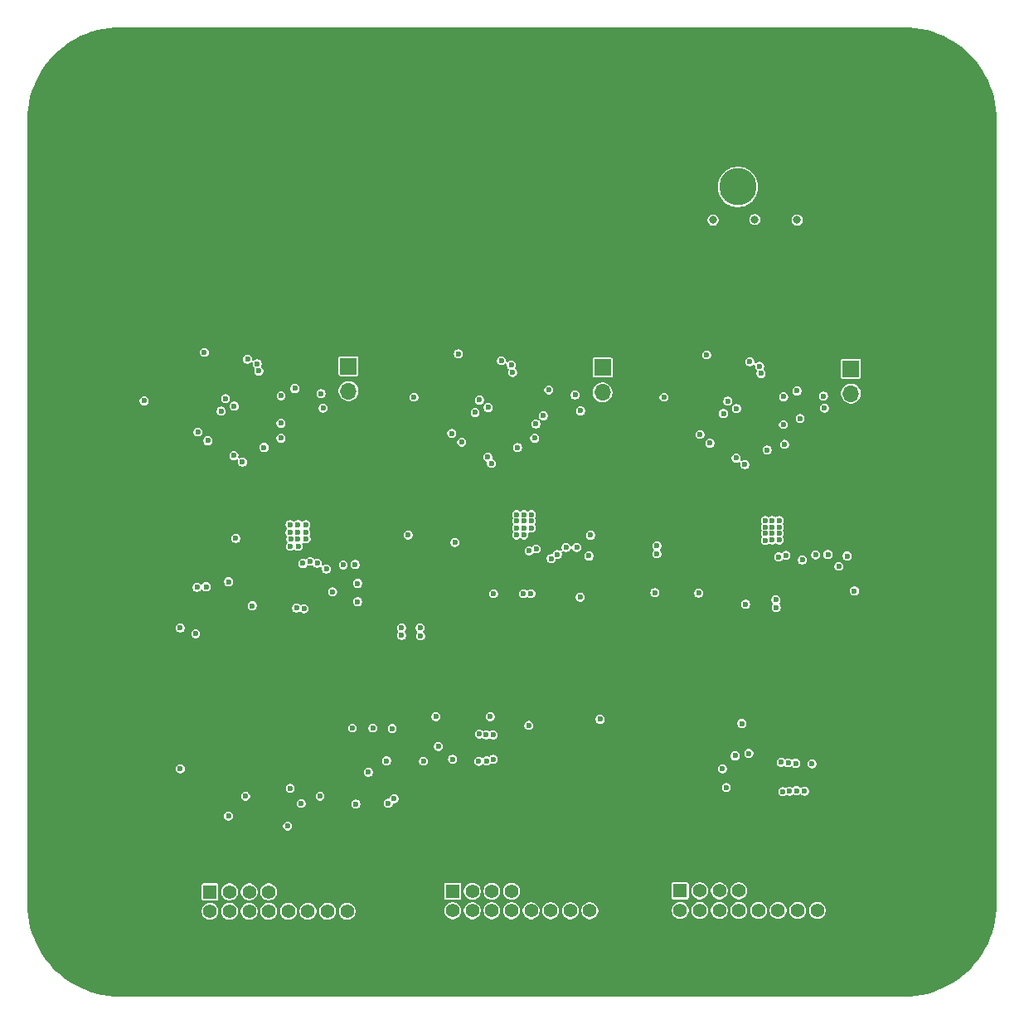
<source format=gbr>
%TF.GenerationSoftware,KiCad,Pcbnew,9.0.0*%
%TF.CreationDate,2025-07-09T13:25:51-07:00*%
%TF.ProjectId,EPS_Scales_RevF_DF11,4550535f-5363-4616-9c65-735f52657646,rev?*%
%TF.SameCoordinates,Original*%
%TF.FileFunction,Copper,L2,Inr*%
%TF.FilePolarity,Positive*%
%FSLAX46Y46*%
G04 Gerber Fmt 4.6, Leading zero omitted, Abs format (unit mm)*
G04 Created by KiCad (PCBNEW 9.0.0) date 2025-07-09 13:25:51*
%MOMM*%
%LPD*%
G01*
G04 APERTURE LIST*
%TA.AperFunction,ComponentPad*%
%ADD10C,4.700000*%
%TD*%
%TA.AperFunction,ComponentPad*%
%ADD11R,1.400000X1.400000*%
%TD*%
%TA.AperFunction,ComponentPad*%
%ADD12C,1.400000*%
%TD*%
%TA.AperFunction,ComponentPad*%
%ADD13R,1.700000X1.700000*%
%TD*%
%TA.AperFunction,ComponentPad*%
%ADD14O,1.700000X1.700000*%
%TD*%
%TA.AperFunction,ComponentPad*%
%ADD15O,1.300000X2.200000*%
%TD*%
%TA.AperFunction,ComponentPad*%
%ADD16C,3.800000*%
%TD*%
%TA.AperFunction,ViaPad*%
%ADD17C,0.600000*%
%TD*%
%TA.AperFunction,ViaPad*%
%ADD18C,0.800000*%
%TD*%
G04 APERTURE END LIST*
D10*
%TO.N,GND*%
%TO.C,J3*%
X160012800Y-37000000D03*
%TD*%
D11*
%TO.N,+5V_Perif*%
%TO.C,CN1*%
X193941000Y-115729000D03*
D12*
%TO.N,unconnected-(CN1-Pad2)*%
X193941000Y-117729000D03*
%TO.N,+5V_Perif*%
X195941000Y-115729000D03*
%TO.N,Net-(CN1-Pad4)*%
X195941000Y-117729000D03*
%TO.N,+5V_Perif*%
X197941000Y-115729000D03*
%TO.N,Net-(CN1-Pad6)*%
X197941000Y-117729000D03*
%TO.N,+5V_Perif*%
X199941000Y-115729000D03*
%TO.N,Net-(CN1-Pad8)*%
X199941000Y-117729000D03*
%TO.N,GND*%
X201941000Y-115729000D03*
%TO.N,Net-(CN1-Pad10)*%
X201941000Y-117729000D03*
%TO.N,GND*%
X203941000Y-115729000D03*
%TO.N,Net-(CN1-Pad12)*%
X203941000Y-117729000D03*
%TO.N,GND*%
X205941000Y-115729000D03*
%TO.N,Net-(CN1-Pad14)*%
X205941000Y-117729000D03*
%TO.N,GND*%
X207941000Y-115729000D03*
%TO.N,WDT_WDI_Perif*%
X207941000Y-117729000D03*
%TD*%
D10*
%TO.N,GND*%
%TO.C,J2*%
X160012800Y-117000000D03*
%TD*%
D13*
%TO.N,+20V_Jetson*%
%TO.C,J8*%
X234594000Y-62367000D03*
D14*
X234594000Y-64907000D03*
%TO.N,GND*%
X234594000Y-67447000D03*
X234594000Y-69987000D03*
%TD*%
D13*
%TO.N,+3.3V_OBC*%
%TO.C,J9*%
X183303000Y-62114250D03*
D14*
X183303000Y-64654250D03*
%TO.N,GND*%
X183303000Y-67194250D03*
X183303000Y-69734250D03*
%TD*%
D11*
%TO.N,+20V_Jetson*%
%TO.C,J6*%
X217167800Y-115696600D03*
D12*
%TO.N,Net-(J6-Pad2)*%
X217167800Y-117696600D03*
%TO.N,+20V_Jetson*%
X219167800Y-115696600D03*
%TO.N,Net-(J6-Pad4)*%
X219167800Y-117696600D03*
%TO.N,+20V_Jetson*%
X221167800Y-115696600D03*
%TO.N,Net-(J6-Pad6)*%
X221167800Y-117696600D03*
%TO.N,+20V_Jetson*%
X223167800Y-115696600D03*
%TO.N,Net-(J6-Pad8)*%
X223167800Y-117696600D03*
%TO.N,GND*%
X225167800Y-115696600D03*
%TO.N,Net-(J6-Pad10)*%
X225167800Y-117696600D03*
%TO.N,GND*%
X227167800Y-115696600D03*
%TO.N,Net-(J6-Pad12)*%
X227167800Y-117696600D03*
%TO.N,GND*%
X229167800Y-115696600D03*
%TO.N,WDT_WDI_Jetson*%
X229167800Y-117696600D03*
%TO.N,GND*%
X231167800Y-115696600D03*
%TO.N,WDT_WDI_Jetson*%
X231167800Y-117696600D03*
%TD*%
D15*
%TO.N,GND*%
%TO.C,U8*%
X219901000Y-37815000D03*
X233401000Y-37815000D03*
D16*
%TO.N,+V_Batt*%
X223051000Y-43815000D03*
%TO.N,GND*%
X230251000Y-43815000D03*
%TD*%
D11*
%TO.N,+3.3V_OBC*%
%TO.C,J10*%
X169157200Y-115798200D03*
D12*
%TO.N,Net-(J10-Pad2)*%
X169157200Y-117798200D03*
%TO.N,+3.3V_OBC*%
X171157200Y-115798200D03*
%TO.N,Net-(J10-Pad4)*%
X171157200Y-117798200D03*
%TO.N,+3.3V_OBC*%
X173157200Y-115798200D03*
%TO.N,OBC SDA*%
X173157200Y-117798200D03*
%TO.N,+3.3V_OBC*%
X175157200Y-115798200D03*
%TO.N,OBC SCL*%
X175157200Y-117798200D03*
%TO.N,GND*%
X177157200Y-115798200D03*
%TO.N,Net-(J10-Pad10)*%
X177157200Y-117798200D03*
%TO.N,GND*%
X179157200Y-115798200D03*
%TO.N,OBC_EN_JETSON*%
X179157200Y-117798200D03*
%TO.N,GND*%
X181157200Y-115798200D03*
%TO.N,OBC_EN_PERIF*%
X181157200Y-117798200D03*
%TO.N,GND*%
X183157200Y-115798200D03*
%TO.N,WDT_WDI_OBC*%
X183157200Y-117798200D03*
%TD*%
D10*
%TO.N,GND*%
%TO.C,J5*%
X240012800Y-37000000D03*
%TD*%
%TO.N,GND*%
%TO.C,J4*%
X240030000Y-116967000D03*
%TD*%
D13*
%TO.N,+5V_Perif*%
%TO.C,J7*%
X209236000Y-62250500D03*
D14*
X209236000Y-64790500D03*
%TO.N,GND*%
X209236000Y-67330500D03*
X209236000Y-69870500D03*
%TD*%
D17*
%TO.N,SCL*%
X224175000Y-101650000D03*
%TO.N,SDA*%
X222775000Y-101900000D03*
%TO.N,GND*%
X218725000Y-98950000D03*
%TO.N,+3.3V_OBC*%
X201700000Y-98800000D03*
X193925000Y-102250000D03*
%TO.N,GND*%
X204625000Y-96875000D03*
%TO.N,SCL*%
X208975000Y-98175000D03*
%TO.N,GND*%
X165025000Y-104700000D03*
%TO.N,SCL*%
X166124578Y-103224184D03*
%TO.N,+V_Batt*%
X178968400Y-79756000D03*
X178155600Y-80518000D03*
X200456800Y-78638400D03*
X177328400Y-78296000D03*
X201980800Y-77927200D03*
X201218800Y-78638400D03*
X226568000Y-77876400D03*
X227279200Y-78536800D03*
X178954000Y-79108800D03*
X226568000Y-79197200D03*
X227279200Y-79857600D03*
X177328400Y-79108800D03*
X226568000Y-79857600D03*
X201218800Y-77927200D03*
X171791200Y-79696600D03*
X200456800Y-79349600D03*
X178141200Y-79108800D03*
X200456800Y-77927200D03*
X225856800Y-79908400D03*
X201218800Y-77266800D03*
X178141200Y-78296000D03*
X178954000Y-78296000D03*
X225856800Y-79197200D03*
X225856800Y-78536800D03*
D18*
X224790000Y-47142400D03*
D17*
X201980800Y-78638400D03*
X201218800Y-79349600D03*
X225856800Y-77876400D03*
X177393600Y-79756000D03*
X178141200Y-79756000D03*
X177342800Y-80518000D03*
X201980800Y-77266800D03*
X200456800Y-77266800D03*
X226568000Y-78536800D03*
X227279200Y-79197200D03*
D18*
X229108000Y-47193200D03*
X220522800Y-47193200D03*
D17*
X227279200Y-77876400D03*
%TO.N,GND*%
X222694500Y-72707500D03*
D18*
X172339000Y-56388000D03*
D17*
X203149200Y-82651600D03*
X226088000Y-99886400D03*
X176363200Y-76060800D03*
D18*
X191643000Y-56388000D03*
D17*
X234854000Y-95263600D03*
X208280000Y-84277200D03*
X232184000Y-77839200D03*
X199136000Y-82600800D03*
X199771000Y-76073000D03*
X181798800Y-76314800D03*
D18*
X223647000Y-56515000D03*
D17*
X225376800Y-102629600D03*
X185456400Y-82664800D03*
X188256000Y-64902250D03*
X207645000Y-76708000D03*
X180020800Y-102121200D03*
X203200000Y-83566000D03*
X194310000Y-99568000D03*
X209169000Y-79375000D03*
X167625600Y-80785200D03*
X179919200Y-103289600D03*
X176027600Y-85151600D03*
X194818000Y-76962000D03*
X185354800Y-84595200D03*
X235638400Y-83579600D03*
X176078400Y-84237200D03*
X228678800Y-84087600D03*
D18*
X205105000Y-56388000D03*
D17*
X222351600Y-104190800D03*
D18*
X184440400Y-90945200D03*
D17*
X168300400Y-63804800D03*
X231662380Y-63905018D03*
X165244000Y-62641250D03*
X182713200Y-103391200D03*
X191177000Y-62777500D03*
X206304380Y-63788518D03*
X194208400Y-63957200D03*
X171403500Y-72454750D03*
D18*
X184288000Y-96990400D03*
X207518000Y-88265000D03*
D17*
X174516800Y-107768800D03*
X172419500Y-66358750D03*
X179990000Y-85151600D03*
X198352500Y-66495000D03*
D18*
X230378000Y-56388000D03*
D17*
X167066800Y-85103200D03*
D18*
X231140000Y-48895000D03*
D17*
X185710400Y-102680000D03*
X224665600Y-84138400D03*
X225326000Y-76772400D03*
X184897600Y-86982800D03*
X213614000Y-65018750D03*
X222859600Y-84328000D03*
X199796400Y-96469200D03*
X168609500Y-68517750D03*
X219557600Y-64160400D03*
X234904800Y-89218400D03*
D18*
X198374000Y-56388000D03*
D17*
X181544800Y-104712000D03*
X219900500Y-68770500D03*
X162323000Y-64766000D03*
D18*
X222758000Y-48768000D03*
X165608000Y-56261000D03*
X179070000Y-56388000D03*
D17*
X228729600Y-83122400D03*
X197336500Y-72591000D03*
X229819200Y-102412800D03*
X194513200Y-96926400D03*
X179990000Y-84084800D03*
X174669200Y-105432000D03*
X173366000Y-76162400D03*
X171689600Y-80886800D03*
X180371380Y-63652268D03*
D18*
X216916000Y-56515000D03*
D17*
X194542500Y-68654000D03*
D18*
X226949000Y-48895000D03*
D17*
X232133200Y-80176000D03*
D18*
X207518000Y-93472000D03*
D17*
X223710500Y-66611500D03*
X199186800Y-83566000D03*
X216535000Y-62894000D03*
X224665600Y-83071600D03*
%TO.N,/Perif_Subsystem/WD_Perif/WDT-VIN*%
X206439426Y-65055500D03*
X203750000Y-64526500D03*
%TO.N,WDT_WDI_Perif*%
X189992000Y-65278000D03*
%TO.N,Net-(U1-TR{slash}SS)*%
X229644000Y-81901100D03*
X234216000Y-81496800D03*
%TO.N,Net-(U1-BST)*%
X226936360Y-85974820D03*
X223861600Y-86424400D03*
%TO.N,Net-(U1-INTVCC)*%
X234955153Y-85070655D03*
X226982362Y-86756133D03*
%TO.N,+3.3V_OBC*%
X187198000Y-102412800D03*
X183692800Y-99060000D03*
X171043600Y-84124800D03*
X168757600Y-84632800D03*
X185775600Y-99060000D03*
X214782400Y-81280000D03*
X194157600Y-80111600D03*
X192227200Y-97891600D03*
X185318400Y-103581200D03*
X187756800Y-99110800D03*
%TO.N,+20V_Jetson*%
X230632000Y-102717600D03*
X229870000Y-105511600D03*
X228955600Y-102666800D03*
X228193600Y-102616000D03*
X227482400Y-102565200D03*
X228346000Y-105511600D03*
X229057200Y-105460800D03*
X227634800Y-105562400D03*
%TO.N,WDT_WDI_Jetson*%
X215519000Y-65278000D03*
%TO.N,Net-(U10D--)*%
X220218000Y-69977000D03*
X222026842Y-65689842D03*
%TO.N,Net-(U3-TR{slash}SS)*%
X184237200Y-84290400D03*
X180115363Y-82243200D03*
%TO.N,Net-(U3-BST)*%
X177994569Y-86805577D03*
X173467600Y-86576400D03*
%TO.N,Net-(U3-INTVCC)*%
X184237200Y-86170000D03*
X178750800Y-86881200D03*
%TO.N,Net-(U6D--)*%
X196668842Y-65573342D03*
X194860000Y-69860500D03*
%TO.N,Net-(U13-TR{slash}SS)*%
X204619520Y-81332480D03*
X208026000Y-79375000D03*
%TO.N,Net-(U13-BST)*%
X201169997Y-85344000D03*
X198120000Y-85344000D03*
%TO.N,Net-(U13-INTVCC)*%
X206959200Y-85699600D03*
X201930000Y-85344000D03*
%TO.N,/OBC_Subsystem/WD_OBC/WDT-VIN*%
X177817000Y-64390250D03*
X180506426Y-64919250D03*
%TO.N,/Jetson_Subsystem/WD_Jetson/WDT-VIN*%
X229412800Y-67462400D03*
X231797426Y-65172000D03*
X229108000Y-64643000D03*
%TO.N,WDT_WDI_OBC*%
X162433000Y-65659000D03*
%TO.N,+5V_Perif*%
X196596000Y-102463600D03*
X196646800Y-99669600D03*
X198069200Y-99771200D03*
X197408800Y-102412800D03*
X197764400Y-97891600D03*
X198069200Y-102260400D03*
X197358000Y-99771200D03*
%TO.N,OBC_EN_JETSON*%
X214789948Y-80460232D03*
%TO.N,OBC SDA*%
X171036342Y-108044342D03*
%TO.N,OBC SCL*%
X177082642Y-109061442D03*
%TO.N,OBC_EN_PERIF*%
X189382400Y-79349600D03*
%TO.N,/Jetson_Subsystem/WD_Jetson/WDT-VP*%
X221582342Y-66961658D03*
X225425000Y-62865000D03*
%TO.N,Net-(R124-Pad1)*%
X197889579Y-72053002D03*
X202311000Y-69469000D03*
%TO.N,Net-(R132-Pad2)*%
X207010000Y-66675000D03*
X203200000Y-67183000D03*
%TO.N,Net-(U6B--)*%
X199917951Y-62003256D03*
X193844000Y-68971500D03*
%TO.N,/Perif_Subsystem/WD_Perif/WDT-VP*%
X196224342Y-66845158D03*
X200067000Y-62748500D03*
%TO.N,Net-(U6A--)*%
X194511820Y-60845754D03*
X198916000Y-61551970D03*
%TO.N,Net-(R141-Pad1)*%
X223760500Y-72166201D03*
X227838000Y-70096498D03*
%TO.N,SDA*%
X221488000Y-103225600D03*
X180390800Y-106019600D03*
X187960000Y-106273600D03*
X172781000Y-106019600D03*
X223469200Y-98602800D03*
%TO.N,Net-(U10B--)*%
X225275951Y-62119756D03*
X219202000Y-69088000D03*
%TO.N,SCL*%
X184048400Y-106832400D03*
X187366538Y-106748370D03*
X177341715Y-105223947D03*
X192481200Y-100939600D03*
X178473759Y-106768051D03*
X190950942Y-102455342D03*
X221875000Y-105125000D03*
%TO.N,Net-(U10A--)*%
X219869820Y-60962254D03*
X224274000Y-61668470D03*
%TO.N,Net-(U1-RT)*%
X230994024Y-81375966D03*
X227971956Y-81431431D03*
%TO.N,Net-(U1-EN{slash}UV)*%
X232253602Y-81345025D03*
X227227375Y-81583748D03*
%TO.N,Net-(U3-RT)*%
X179380453Y-82049522D03*
X182764000Y-82410800D03*
%TO.N,Net-(U3-EN{slash}UV)*%
X178649200Y-82256582D03*
X183983200Y-82360000D03*
%TO.N,Net-(U6C-+)*%
X197559658Y-66337158D03*
X197527000Y-71384500D03*
%TO.N,Net-(U13-EN{slash}UV)*%
X206597000Y-80618426D03*
X201733750Y-80971484D03*
%TO.N,/OBC_Subsystem/WD_OBC/WDT-VP*%
X174134000Y-62612250D03*
X170291342Y-66708908D03*
%TO.N,Net-(R149-Pad2)*%
X231902000Y-66395600D03*
X227729142Y-65234458D03*
%TO.N,Net-(U13-RT)*%
X202467815Y-80774633D03*
X205510612Y-80639652D03*
%TO.N,SYNC_PHASE3*%
X188722000Y-89609203D03*
X190652400Y-89662000D03*
X214579200Y-85242400D03*
X233375200Y-82550000D03*
X219049600Y-85293200D03*
X167690800Y-89434200D03*
%TO.N,SYNC_PHASE1*%
X167828800Y-84696800D03*
X181668499Y-85156786D03*
X181036800Y-82828200D03*
%TO.N,SYNC_PHASE2*%
X207858056Y-81493056D03*
X203989134Y-81757000D03*
X190601600Y-88849200D03*
X188722000Y-88849200D03*
X166116000Y-88849200D03*
%TO.N,Net-(U10C-+)*%
X222917658Y-66453658D03*
X222885000Y-71501000D03*
%TO.N,Net-(U11D--)*%
X170735842Y-65437092D03*
X168927000Y-69724250D03*
%TO.N,Net-(R157-Pad1)*%
X172469500Y-71913452D03*
X176403000Y-69469000D03*
%TO.N,Net-(U11B--)*%
X167911000Y-68835250D03*
X173984951Y-61867006D03*
%TO.N,Net-(U11A--)*%
X172983000Y-61415720D03*
X168578820Y-60709504D03*
%TO.N,Net-(R165-Pad2)*%
X176416000Y-65130169D03*
X180695600Y-66395600D03*
%TO.N,Net-(U11C-+)*%
X171594000Y-71248250D03*
X171626658Y-66200908D03*
%TO.N,Net-(D8-C)*%
X200568820Y-70419220D03*
X202438000Y-68021200D03*
%TO.N,Net-(D15-C)*%
X226060000Y-70673498D03*
X227711000Y-68072000D03*
%TO.N,Net-(D18-C)*%
X176403000Y-67945000D03*
X174673520Y-70406520D03*
%TD*%
%TA.AperFunction,Conductor*%
%TO.N,GND*%
G36*
X240001941Y-27500560D02*
G01*
X240592598Y-27519122D01*
X240600340Y-27519609D01*
X241186734Y-27575039D01*
X241194459Y-27576015D01*
X241776188Y-27668152D01*
X241783802Y-27669604D01*
X242358649Y-27798097D01*
X242366172Y-27800030D01*
X242931789Y-27964357D01*
X242939139Y-27966745D01*
X243493338Y-28166269D01*
X243500561Y-28169128D01*
X243521097Y-28178015D01*
X244041114Y-28403046D01*
X244048163Y-28406363D01*
X244572951Y-28673757D01*
X244579777Y-28677510D01*
X245086734Y-28977323D01*
X245093311Y-28981497D01*
X245580446Y-29312554D01*
X245586748Y-29317133D01*
X246052120Y-29678111D01*
X246058120Y-29683073D01*
X246499941Y-30072591D01*
X246505619Y-30077924D01*
X246922074Y-30494380D01*
X246927407Y-30500058D01*
X247316922Y-30941877D01*
X247321887Y-30947879D01*
X247682883Y-31413273D01*
X247687445Y-31419552D01*
X248018502Y-31906687D01*
X248022676Y-31913264D01*
X248322489Y-32420221D01*
X248326242Y-32427047D01*
X248593635Y-32951836D01*
X248596952Y-32958885D01*
X248830866Y-33499428D01*
X248833733Y-33506670D01*
X249033243Y-34060830D01*
X249035650Y-34068239D01*
X249199966Y-34633815D01*
X249201904Y-34641360D01*
X249330391Y-35216177D01*
X249331850Y-35223829D01*
X249423982Y-35805535D01*
X249424959Y-35813263D01*
X249480389Y-36399642D01*
X249480878Y-36407417D01*
X249499439Y-36998025D01*
X249499500Y-37001920D01*
X249499500Y-116998045D01*
X249499439Y-117001940D01*
X249480877Y-117592581D01*
X249480388Y-117600355D01*
X249424959Y-118186731D01*
X249423982Y-118194460D01*
X249331849Y-118776168D01*
X249330390Y-118783820D01*
X249201903Y-119358637D01*
X249199965Y-119366182D01*
X249035650Y-119931758D01*
X249033243Y-119939166D01*
X248833733Y-120493327D01*
X248830866Y-120500570D01*
X248596952Y-121041113D01*
X248593635Y-121048162D01*
X248326242Y-121572950D01*
X248322489Y-121579776D01*
X248022675Y-122086733D01*
X248018501Y-122093310D01*
X247687444Y-122580446D01*
X247682865Y-122586748D01*
X247321887Y-123052118D01*
X247316922Y-123058121D01*
X246927407Y-123499940D01*
X246922074Y-123505618D01*
X246505619Y-123922073D01*
X246499941Y-123927406D01*
X246058122Y-124316921D01*
X246052120Y-124321886D01*
X245586749Y-124682865D01*
X245580446Y-124687444D01*
X245093311Y-125018501D01*
X245086734Y-125022675D01*
X244579777Y-125322488D01*
X244572951Y-125326241D01*
X244048163Y-125593634D01*
X244041114Y-125596951D01*
X243500565Y-125830868D01*
X243493323Y-125833735D01*
X243111504Y-125971198D01*
X242939168Y-126033242D01*
X242931765Y-126035648D01*
X242366183Y-126199965D01*
X242358638Y-126201903D01*
X241783821Y-126330390D01*
X241776169Y-126331849D01*
X241194461Y-126423982D01*
X241186732Y-126424959D01*
X240600356Y-126480388D01*
X240592582Y-126480877D01*
X240001973Y-126499438D01*
X239998078Y-126499499D01*
X160001953Y-126499499D01*
X159998058Y-126499438D01*
X159407417Y-126480876D01*
X159399643Y-126480387D01*
X158813266Y-126424958D01*
X158805537Y-126423981D01*
X158223830Y-126331848D01*
X158216178Y-126330389D01*
X157641361Y-126201902D01*
X157633816Y-126199964D01*
X157222648Y-126080508D01*
X157068230Y-126035645D01*
X157060840Y-126033245D01*
X156506676Y-125833734D01*
X156499434Y-125830867D01*
X155958885Y-125596950D01*
X155951836Y-125593633D01*
X155427048Y-125326240D01*
X155420222Y-125322487D01*
X154913265Y-125022674D01*
X154906688Y-125018500D01*
X154419561Y-124687449D01*
X154413258Y-124682870D01*
X153947872Y-124321879D01*
X153941870Y-124316914D01*
X153500059Y-123927405D01*
X153494381Y-123922072D01*
X153077926Y-123505617D01*
X153072593Y-123499939D01*
X152683078Y-123058120D01*
X152678113Y-123052117D01*
X152317135Y-122586747D01*
X152312556Y-122580445D01*
X151981499Y-122093310D01*
X151977325Y-122086733D01*
X151677511Y-121579776D01*
X151673758Y-121572950D01*
X151406365Y-121048162D01*
X151403048Y-121041113D01*
X151169132Y-120500565D01*
X151166265Y-120493322D01*
X150966751Y-119939148D01*
X150964359Y-119931788D01*
X150800032Y-119366171D01*
X150798097Y-119358637D01*
X150669606Y-118783801D01*
X150668154Y-118776187D01*
X150576017Y-118194459D01*
X150575041Y-118186732D01*
X150570302Y-118136595D01*
X150530302Y-117713443D01*
X168296700Y-117713443D01*
X168296700Y-117882956D01*
X168329766Y-118049191D01*
X168329769Y-118049203D01*
X168394631Y-118205795D01*
X168394632Y-118205797D01*
X168488805Y-118346736D01*
X168488808Y-118346740D01*
X168608659Y-118466591D01*
X168608663Y-118466594D01*
X168749600Y-118560766D01*
X168749601Y-118560766D01*
X168749602Y-118560767D01*
X168749604Y-118560768D01*
X168818970Y-118589500D01*
X168906201Y-118625632D01*
X169072443Y-118658699D01*
X169072447Y-118658700D01*
X169072448Y-118658700D01*
X169241953Y-118658700D01*
X169241954Y-118658699D01*
X169408199Y-118625632D01*
X169564800Y-118560766D01*
X169705737Y-118466594D01*
X169825594Y-118346737D01*
X169919766Y-118205800D01*
X169984632Y-118049199D01*
X170017700Y-117882952D01*
X170017700Y-117713448D01*
X170017699Y-117713443D01*
X170296700Y-117713443D01*
X170296700Y-117882956D01*
X170329766Y-118049191D01*
X170329769Y-118049203D01*
X170394631Y-118205795D01*
X170394632Y-118205797D01*
X170488805Y-118346736D01*
X170488808Y-118346740D01*
X170608659Y-118466591D01*
X170608663Y-118466594D01*
X170749600Y-118560766D01*
X170749601Y-118560766D01*
X170749602Y-118560767D01*
X170749604Y-118560768D01*
X170818970Y-118589500D01*
X170906201Y-118625632D01*
X171072443Y-118658699D01*
X171072447Y-118658700D01*
X171072448Y-118658700D01*
X171241953Y-118658700D01*
X171241954Y-118658699D01*
X171408199Y-118625632D01*
X171564800Y-118560766D01*
X171705737Y-118466594D01*
X171825594Y-118346737D01*
X171919766Y-118205800D01*
X171984632Y-118049199D01*
X172017700Y-117882952D01*
X172017700Y-117713448D01*
X172017699Y-117713443D01*
X172296700Y-117713443D01*
X172296700Y-117882956D01*
X172329766Y-118049191D01*
X172329769Y-118049203D01*
X172394631Y-118205795D01*
X172394632Y-118205797D01*
X172488805Y-118346736D01*
X172488808Y-118346740D01*
X172608659Y-118466591D01*
X172608663Y-118466594D01*
X172749600Y-118560766D01*
X172749601Y-118560766D01*
X172749602Y-118560767D01*
X172749604Y-118560768D01*
X172818970Y-118589500D01*
X172906201Y-118625632D01*
X173072443Y-118658699D01*
X173072447Y-118658700D01*
X173072448Y-118658700D01*
X173241953Y-118658700D01*
X173241954Y-118658699D01*
X173408199Y-118625632D01*
X173564800Y-118560766D01*
X173705737Y-118466594D01*
X173825594Y-118346737D01*
X173919766Y-118205800D01*
X173984632Y-118049199D01*
X174017700Y-117882952D01*
X174017700Y-117713448D01*
X174017699Y-117713443D01*
X174296700Y-117713443D01*
X174296700Y-117882956D01*
X174329766Y-118049191D01*
X174329769Y-118049203D01*
X174394631Y-118205795D01*
X174394632Y-118205797D01*
X174488805Y-118346736D01*
X174488808Y-118346740D01*
X174608659Y-118466591D01*
X174608663Y-118466594D01*
X174749600Y-118560766D01*
X174749601Y-118560766D01*
X174749602Y-118560767D01*
X174749604Y-118560768D01*
X174818970Y-118589500D01*
X174906201Y-118625632D01*
X175072443Y-118658699D01*
X175072447Y-118658700D01*
X175072448Y-118658700D01*
X175241953Y-118658700D01*
X175241954Y-118658699D01*
X175408199Y-118625632D01*
X175564800Y-118560766D01*
X175705737Y-118466594D01*
X175825594Y-118346737D01*
X175919766Y-118205800D01*
X175984632Y-118049199D01*
X176017700Y-117882952D01*
X176017700Y-117713448D01*
X176017699Y-117713443D01*
X176296700Y-117713443D01*
X176296700Y-117882956D01*
X176329766Y-118049191D01*
X176329769Y-118049203D01*
X176394631Y-118205795D01*
X176394632Y-118205797D01*
X176488805Y-118346736D01*
X176488808Y-118346740D01*
X176608659Y-118466591D01*
X176608663Y-118466594D01*
X176749600Y-118560766D01*
X176749601Y-118560766D01*
X176749602Y-118560767D01*
X176749604Y-118560768D01*
X176818970Y-118589500D01*
X176906201Y-118625632D01*
X177072443Y-118658699D01*
X177072447Y-118658700D01*
X177072448Y-118658700D01*
X177241953Y-118658700D01*
X177241954Y-118658699D01*
X177408199Y-118625632D01*
X177564800Y-118560766D01*
X177705737Y-118466594D01*
X177825594Y-118346737D01*
X177919766Y-118205800D01*
X177984632Y-118049199D01*
X178017700Y-117882952D01*
X178017700Y-117713448D01*
X178017699Y-117713443D01*
X178296700Y-117713443D01*
X178296700Y-117882956D01*
X178329766Y-118049191D01*
X178329769Y-118049203D01*
X178394631Y-118205795D01*
X178394632Y-118205797D01*
X178488805Y-118346736D01*
X178488808Y-118346740D01*
X178608659Y-118466591D01*
X178608663Y-118466594D01*
X178749600Y-118560766D01*
X178749601Y-118560766D01*
X178749602Y-118560767D01*
X178749604Y-118560768D01*
X178818970Y-118589500D01*
X178906201Y-118625632D01*
X179072443Y-118658699D01*
X179072447Y-118658700D01*
X179072448Y-118658700D01*
X179241953Y-118658700D01*
X179241954Y-118658699D01*
X179408199Y-118625632D01*
X179564800Y-118560766D01*
X179705737Y-118466594D01*
X179825594Y-118346737D01*
X179919766Y-118205800D01*
X179984632Y-118049199D01*
X180017700Y-117882952D01*
X180017700Y-117713448D01*
X180017699Y-117713443D01*
X180296700Y-117713443D01*
X180296700Y-117882956D01*
X180329766Y-118049191D01*
X180329769Y-118049203D01*
X180394631Y-118205795D01*
X180394632Y-118205797D01*
X180488805Y-118346736D01*
X180488808Y-118346740D01*
X180608659Y-118466591D01*
X180608663Y-118466594D01*
X180749600Y-118560766D01*
X180749601Y-118560766D01*
X180749602Y-118560767D01*
X180749604Y-118560768D01*
X180818970Y-118589500D01*
X180906201Y-118625632D01*
X181072443Y-118658699D01*
X181072447Y-118658700D01*
X181072448Y-118658700D01*
X181241953Y-118658700D01*
X181241954Y-118658699D01*
X181408199Y-118625632D01*
X181564800Y-118560766D01*
X181705737Y-118466594D01*
X181825594Y-118346737D01*
X181919766Y-118205800D01*
X181984632Y-118049199D01*
X182017700Y-117882952D01*
X182017700Y-117713448D01*
X182017699Y-117713443D01*
X182296700Y-117713443D01*
X182296700Y-117882956D01*
X182329766Y-118049191D01*
X182329769Y-118049203D01*
X182394631Y-118205795D01*
X182394632Y-118205797D01*
X182488805Y-118346736D01*
X182488808Y-118346740D01*
X182608659Y-118466591D01*
X182608663Y-118466594D01*
X182749600Y-118560766D01*
X182749601Y-118560766D01*
X182749602Y-118560767D01*
X182749604Y-118560768D01*
X182818970Y-118589500D01*
X182906201Y-118625632D01*
X183072443Y-118658699D01*
X183072447Y-118658700D01*
X183072448Y-118658700D01*
X183241953Y-118658700D01*
X183241954Y-118658699D01*
X183408199Y-118625632D01*
X183564800Y-118560766D01*
X183705737Y-118466594D01*
X183825594Y-118346737D01*
X183919766Y-118205800D01*
X183984632Y-118049199D01*
X184017700Y-117882952D01*
X184017700Y-117713448D01*
X184003935Y-117644247D01*
X184003934Y-117644243D01*
X193080500Y-117644243D01*
X193080500Y-117813756D01*
X193113566Y-117979991D01*
X193113569Y-117980003D01*
X193178431Y-118136595D01*
X193178432Y-118136597D01*
X193272605Y-118277536D01*
X193272608Y-118277540D01*
X193392459Y-118397391D01*
X193392463Y-118397394D01*
X193533400Y-118491566D01*
X193533401Y-118491566D01*
X193533402Y-118491567D01*
X193533404Y-118491568D01*
X193689996Y-118556430D01*
X193690001Y-118556432D01*
X193811871Y-118580673D01*
X193856243Y-118589499D01*
X193856247Y-118589500D01*
X193856248Y-118589500D01*
X194025753Y-118589500D01*
X194025754Y-118589499D01*
X194191999Y-118556432D01*
X194348600Y-118491566D01*
X194489537Y-118397394D01*
X194609394Y-118277537D01*
X194703566Y-118136600D01*
X194768432Y-117979999D01*
X194801500Y-117813752D01*
X194801500Y-117644248D01*
X194801499Y-117644243D01*
X195080500Y-117644243D01*
X195080500Y-117813756D01*
X195113566Y-117979991D01*
X195113569Y-117980003D01*
X195178431Y-118136595D01*
X195178432Y-118136597D01*
X195272605Y-118277536D01*
X195272608Y-118277540D01*
X195392459Y-118397391D01*
X195392463Y-118397394D01*
X195533400Y-118491566D01*
X195533401Y-118491566D01*
X195533402Y-118491567D01*
X195533404Y-118491568D01*
X195689996Y-118556430D01*
X195690001Y-118556432D01*
X195811871Y-118580673D01*
X195856243Y-118589499D01*
X195856247Y-118589500D01*
X195856248Y-118589500D01*
X196025753Y-118589500D01*
X196025754Y-118589499D01*
X196191999Y-118556432D01*
X196348600Y-118491566D01*
X196489537Y-118397394D01*
X196609394Y-118277537D01*
X196703566Y-118136600D01*
X196768432Y-117979999D01*
X196801500Y-117813752D01*
X196801500Y-117644248D01*
X196801499Y-117644243D01*
X197080500Y-117644243D01*
X197080500Y-117813756D01*
X197113566Y-117979991D01*
X197113569Y-117980003D01*
X197178431Y-118136595D01*
X197178432Y-118136597D01*
X197272605Y-118277536D01*
X197272608Y-118277540D01*
X197392459Y-118397391D01*
X197392463Y-118397394D01*
X197533400Y-118491566D01*
X197533401Y-118491566D01*
X197533402Y-118491567D01*
X197533404Y-118491568D01*
X197689996Y-118556430D01*
X197690001Y-118556432D01*
X197811871Y-118580673D01*
X197856243Y-118589499D01*
X197856247Y-118589500D01*
X197856248Y-118589500D01*
X198025753Y-118589500D01*
X198025754Y-118589499D01*
X198191999Y-118556432D01*
X198348600Y-118491566D01*
X198489537Y-118397394D01*
X198609394Y-118277537D01*
X198703566Y-118136600D01*
X198768432Y-117979999D01*
X198801500Y-117813752D01*
X198801500Y-117644248D01*
X198801499Y-117644243D01*
X199080500Y-117644243D01*
X199080500Y-117813756D01*
X199113566Y-117979991D01*
X199113569Y-117980003D01*
X199178431Y-118136595D01*
X199178432Y-118136597D01*
X199272605Y-118277536D01*
X199272608Y-118277540D01*
X199392459Y-118397391D01*
X199392463Y-118397394D01*
X199533400Y-118491566D01*
X199533401Y-118491566D01*
X199533402Y-118491567D01*
X199533404Y-118491568D01*
X199689996Y-118556430D01*
X199690001Y-118556432D01*
X199811871Y-118580673D01*
X199856243Y-118589499D01*
X199856247Y-118589500D01*
X199856248Y-118589500D01*
X200025753Y-118589500D01*
X200025754Y-118589499D01*
X200191999Y-118556432D01*
X200348600Y-118491566D01*
X200489537Y-118397394D01*
X200609394Y-118277537D01*
X200703566Y-118136600D01*
X200768432Y-117979999D01*
X200801500Y-117813752D01*
X200801500Y-117644248D01*
X200801499Y-117644243D01*
X201080500Y-117644243D01*
X201080500Y-117813756D01*
X201113566Y-117979991D01*
X201113569Y-117980003D01*
X201178431Y-118136595D01*
X201178432Y-118136597D01*
X201272605Y-118277536D01*
X201272608Y-118277540D01*
X201392459Y-118397391D01*
X201392463Y-118397394D01*
X201533400Y-118491566D01*
X201533401Y-118491566D01*
X201533402Y-118491567D01*
X201533404Y-118491568D01*
X201689996Y-118556430D01*
X201690001Y-118556432D01*
X201811871Y-118580673D01*
X201856243Y-118589499D01*
X201856247Y-118589500D01*
X201856248Y-118589500D01*
X202025753Y-118589500D01*
X202025754Y-118589499D01*
X202191999Y-118556432D01*
X202348600Y-118491566D01*
X202489537Y-118397394D01*
X202609394Y-118277537D01*
X202703566Y-118136600D01*
X202768432Y-117979999D01*
X202801500Y-117813752D01*
X202801500Y-117644248D01*
X202801499Y-117644243D01*
X203080500Y-117644243D01*
X203080500Y-117813756D01*
X203113566Y-117979991D01*
X203113569Y-117980003D01*
X203178431Y-118136595D01*
X203178432Y-118136597D01*
X203272605Y-118277536D01*
X203272608Y-118277540D01*
X203392459Y-118397391D01*
X203392463Y-118397394D01*
X203533400Y-118491566D01*
X203533401Y-118491566D01*
X203533402Y-118491567D01*
X203533404Y-118491568D01*
X203689996Y-118556430D01*
X203690001Y-118556432D01*
X203811871Y-118580673D01*
X203856243Y-118589499D01*
X203856247Y-118589500D01*
X203856248Y-118589500D01*
X204025753Y-118589500D01*
X204025754Y-118589499D01*
X204191999Y-118556432D01*
X204348600Y-118491566D01*
X204489537Y-118397394D01*
X204609394Y-118277537D01*
X204703566Y-118136600D01*
X204768432Y-117979999D01*
X204801500Y-117813752D01*
X204801500Y-117644248D01*
X204801499Y-117644243D01*
X205080500Y-117644243D01*
X205080500Y-117813756D01*
X205113566Y-117979991D01*
X205113569Y-117980003D01*
X205178431Y-118136595D01*
X205178432Y-118136597D01*
X205272605Y-118277536D01*
X205272608Y-118277540D01*
X205392459Y-118397391D01*
X205392463Y-118397394D01*
X205533400Y-118491566D01*
X205533401Y-118491566D01*
X205533402Y-118491567D01*
X205533404Y-118491568D01*
X205689996Y-118556430D01*
X205690001Y-118556432D01*
X205811871Y-118580673D01*
X205856243Y-118589499D01*
X205856247Y-118589500D01*
X205856248Y-118589500D01*
X206025753Y-118589500D01*
X206025754Y-118589499D01*
X206191999Y-118556432D01*
X206348600Y-118491566D01*
X206489537Y-118397394D01*
X206609394Y-118277537D01*
X206703566Y-118136600D01*
X206768432Y-117979999D01*
X206801500Y-117813752D01*
X206801500Y-117644248D01*
X206801499Y-117644243D01*
X207080500Y-117644243D01*
X207080500Y-117813756D01*
X207113566Y-117979991D01*
X207113569Y-117980003D01*
X207178431Y-118136595D01*
X207178432Y-118136597D01*
X207272605Y-118277536D01*
X207272608Y-118277540D01*
X207392459Y-118397391D01*
X207392463Y-118397394D01*
X207533400Y-118491566D01*
X207533401Y-118491566D01*
X207533402Y-118491567D01*
X207533404Y-118491568D01*
X207689996Y-118556430D01*
X207690001Y-118556432D01*
X207811871Y-118580673D01*
X207856243Y-118589499D01*
X207856247Y-118589500D01*
X207856248Y-118589500D01*
X208025753Y-118589500D01*
X208025754Y-118589499D01*
X208191999Y-118556432D01*
X208348600Y-118491566D01*
X208489537Y-118397394D01*
X208609394Y-118277537D01*
X208703566Y-118136600D01*
X208768432Y-117979999D01*
X208801500Y-117813752D01*
X208801500Y-117644248D01*
X208795055Y-117611848D01*
X208795054Y-117611843D01*
X216307300Y-117611843D01*
X216307300Y-117781356D01*
X216340366Y-117947591D01*
X216340369Y-117947603D01*
X216405231Y-118104195D01*
X216405232Y-118104197D01*
X216499405Y-118245136D01*
X216499408Y-118245140D01*
X216619259Y-118364991D01*
X216619263Y-118364994D01*
X216760200Y-118459166D01*
X216760201Y-118459166D01*
X216760202Y-118459167D01*
X216760204Y-118459168D01*
X216916796Y-118524030D01*
X216916801Y-118524032D01*
X217079680Y-118556430D01*
X217083043Y-118557099D01*
X217083047Y-118557100D01*
X217083048Y-118557100D01*
X217252553Y-118557100D01*
X217252554Y-118557099D01*
X217418799Y-118524032D01*
X217575400Y-118459166D01*
X217716337Y-118364994D01*
X217836194Y-118245137D01*
X217930366Y-118104200D01*
X217995232Y-117947599D01*
X218028300Y-117781352D01*
X218028300Y-117611848D01*
X218028299Y-117611843D01*
X218307300Y-117611843D01*
X218307300Y-117781356D01*
X218340366Y-117947591D01*
X218340369Y-117947603D01*
X218405231Y-118104195D01*
X218405232Y-118104197D01*
X218499405Y-118245136D01*
X218499408Y-118245140D01*
X218619259Y-118364991D01*
X218619263Y-118364994D01*
X218760200Y-118459166D01*
X218760201Y-118459166D01*
X218760202Y-118459167D01*
X218760204Y-118459168D01*
X218916796Y-118524030D01*
X218916801Y-118524032D01*
X219079680Y-118556430D01*
X219083043Y-118557099D01*
X219083047Y-118557100D01*
X219083048Y-118557100D01*
X219252553Y-118557100D01*
X219252554Y-118557099D01*
X219418799Y-118524032D01*
X219575400Y-118459166D01*
X219716337Y-118364994D01*
X219836194Y-118245137D01*
X219930366Y-118104200D01*
X219995232Y-117947599D01*
X220028300Y-117781352D01*
X220028300Y-117611848D01*
X220028299Y-117611843D01*
X220307300Y-117611843D01*
X220307300Y-117781356D01*
X220340366Y-117947591D01*
X220340369Y-117947603D01*
X220405231Y-118104195D01*
X220405232Y-118104197D01*
X220499405Y-118245136D01*
X220499408Y-118245140D01*
X220619259Y-118364991D01*
X220619263Y-118364994D01*
X220760200Y-118459166D01*
X220760201Y-118459166D01*
X220760202Y-118459167D01*
X220760204Y-118459168D01*
X220916796Y-118524030D01*
X220916801Y-118524032D01*
X221079680Y-118556430D01*
X221083043Y-118557099D01*
X221083047Y-118557100D01*
X221083048Y-118557100D01*
X221252553Y-118557100D01*
X221252554Y-118557099D01*
X221418799Y-118524032D01*
X221575400Y-118459166D01*
X221716337Y-118364994D01*
X221836194Y-118245137D01*
X221930366Y-118104200D01*
X221995232Y-117947599D01*
X222028300Y-117781352D01*
X222028300Y-117611848D01*
X222028299Y-117611843D01*
X222307300Y-117611843D01*
X222307300Y-117781356D01*
X222340366Y-117947591D01*
X222340369Y-117947603D01*
X222405231Y-118104195D01*
X222405232Y-118104197D01*
X222499405Y-118245136D01*
X222499408Y-118245140D01*
X222619259Y-118364991D01*
X222619263Y-118364994D01*
X222760200Y-118459166D01*
X222760201Y-118459166D01*
X222760202Y-118459167D01*
X222760204Y-118459168D01*
X222916796Y-118524030D01*
X222916801Y-118524032D01*
X223079680Y-118556430D01*
X223083043Y-118557099D01*
X223083047Y-118557100D01*
X223083048Y-118557100D01*
X223252553Y-118557100D01*
X223252554Y-118557099D01*
X223418799Y-118524032D01*
X223575400Y-118459166D01*
X223716337Y-118364994D01*
X223836194Y-118245137D01*
X223930366Y-118104200D01*
X223995232Y-117947599D01*
X224028300Y-117781352D01*
X224028300Y-117611848D01*
X224028299Y-117611843D01*
X224307300Y-117611843D01*
X224307300Y-117781356D01*
X224340366Y-117947591D01*
X224340369Y-117947603D01*
X224405231Y-118104195D01*
X224405232Y-118104197D01*
X224499405Y-118245136D01*
X224499408Y-118245140D01*
X224619259Y-118364991D01*
X224619263Y-118364994D01*
X224760200Y-118459166D01*
X224760201Y-118459166D01*
X224760202Y-118459167D01*
X224760204Y-118459168D01*
X224916796Y-118524030D01*
X224916801Y-118524032D01*
X225079680Y-118556430D01*
X225083043Y-118557099D01*
X225083047Y-118557100D01*
X225083048Y-118557100D01*
X225252553Y-118557100D01*
X225252554Y-118557099D01*
X225418799Y-118524032D01*
X225575400Y-118459166D01*
X225716337Y-118364994D01*
X225836194Y-118245137D01*
X225930366Y-118104200D01*
X225995232Y-117947599D01*
X226028300Y-117781352D01*
X226028300Y-117611848D01*
X226028299Y-117611843D01*
X226307300Y-117611843D01*
X226307300Y-117781356D01*
X226340366Y-117947591D01*
X226340369Y-117947603D01*
X226405231Y-118104195D01*
X226405232Y-118104197D01*
X226499405Y-118245136D01*
X226499408Y-118245140D01*
X226619259Y-118364991D01*
X226619263Y-118364994D01*
X226760200Y-118459166D01*
X226760201Y-118459166D01*
X226760202Y-118459167D01*
X226760204Y-118459168D01*
X226916796Y-118524030D01*
X226916801Y-118524032D01*
X227079680Y-118556430D01*
X227083043Y-118557099D01*
X227083047Y-118557100D01*
X227083048Y-118557100D01*
X227252553Y-118557100D01*
X227252554Y-118557099D01*
X227418799Y-118524032D01*
X227575400Y-118459166D01*
X227716337Y-118364994D01*
X227836194Y-118245137D01*
X227930366Y-118104200D01*
X227995232Y-117947599D01*
X228028300Y-117781352D01*
X228028300Y-117611848D01*
X228028299Y-117611843D01*
X228307300Y-117611843D01*
X228307300Y-117781356D01*
X228340366Y-117947591D01*
X228340369Y-117947603D01*
X228405231Y-118104195D01*
X228405232Y-118104197D01*
X228499405Y-118245136D01*
X228499408Y-118245140D01*
X228619259Y-118364991D01*
X228619263Y-118364994D01*
X228760200Y-118459166D01*
X228760201Y-118459166D01*
X228760202Y-118459167D01*
X228760204Y-118459168D01*
X228916796Y-118524030D01*
X228916801Y-118524032D01*
X229079680Y-118556430D01*
X229083043Y-118557099D01*
X229083047Y-118557100D01*
X229083048Y-118557100D01*
X229252553Y-118557100D01*
X229252554Y-118557099D01*
X229418799Y-118524032D01*
X229575400Y-118459166D01*
X229716337Y-118364994D01*
X229836194Y-118245137D01*
X229930366Y-118104200D01*
X229995232Y-117947599D01*
X230028300Y-117781352D01*
X230028300Y-117611848D01*
X230028299Y-117611843D01*
X230307300Y-117611843D01*
X230307300Y-117781356D01*
X230340366Y-117947591D01*
X230340369Y-117947603D01*
X230405231Y-118104195D01*
X230405232Y-118104197D01*
X230499405Y-118245136D01*
X230499408Y-118245140D01*
X230619259Y-118364991D01*
X230619263Y-118364994D01*
X230760200Y-118459166D01*
X230760201Y-118459166D01*
X230760202Y-118459167D01*
X230760204Y-118459168D01*
X230916796Y-118524030D01*
X230916801Y-118524032D01*
X231079680Y-118556430D01*
X231083043Y-118557099D01*
X231083047Y-118557100D01*
X231083048Y-118557100D01*
X231252553Y-118557100D01*
X231252554Y-118557099D01*
X231418799Y-118524032D01*
X231575400Y-118459166D01*
X231716337Y-118364994D01*
X231836194Y-118245137D01*
X231930366Y-118104200D01*
X231995232Y-117947599D01*
X232028300Y-117781352D01*
X232028300Y-117611848D01*
X231995232Y-117445601D01*
X231943788Y-117321404D01*
X231930368Y-117289004D01*
X231930367Y-117289002D01*
X231904081Y-117249663D01*
X231836194Y-117148063D01*
X231836191Y-117148059D01*
X231716340Y-117028208D01*
X231716336Y-117028205D01*
X231575397Y-116934032D01*
X231575395Y-116934031D01*
X231418803Y-116869169D01*
X231418791Y-116869166D01*
X231252556Y-116836100D01*
X231252552Y-116836100D01*
X231083048Y-116836100D01*
X231083043Y-116836100D01*
X230916808Y-116869166D01*
X230916796Y-116869169D01*
X230760204Y-116934031D01*
X230760202Y-116934032D01*
X230619263Y-117028205D01*
X230619259Y-117028208D01*
X230499408Y-117148059D01*
X230499405Y-117148063D01*
X230405232Y-117289002D01*
X230405231Y-117289004D01*
X230340369Y-117445596D01*
X230340366Y-117445608D01*
X230307300Y-117611843D01*
X230028299Y-117611843D01*
X229995232Y-117445601D01*
X229943788Y-117321404D01*
X229930368Y-117289004D01*
X229930367Y-117289002D01*
X229904081Y-117249663D01*
X229836194Y-117148063D01*
X229836191Y-117148059D01*
X229716340Y-117028208D01*
X229716336Y-117028205D01*
X229575397Y-116934032D01*
X229575395Y-116934031D01*
X229418803Y-116869169D01*
X229418791Y-116869166D01*
X229252556Y-116836100D01*
X229252552Y-116836100D01*
X229083048Y-116836100D01*
X229083043Y-116836100D01*
X228916808Y-116869166D01*
X228916796Y-116869169D01*
X228760204Y-116934031D01*
X228760202Y-116934032D01*
X228619263Y-117028205D01*
X228619259Y-117028208D01*
X228499408Y-117148059D01*
X228499405Y-117148063D01*
X228405232Y-117289002D01*
X228405231Y-117289004D01*
X228340369Y-117445596D01*
X228340366Y-117445608D01*
X228307300Y-117611843D01*
X228028299Y-117611843D01*
X227995232Y-117445601D01*
X227943788Y-117321404D01*
X227930368Y-117289004D01*
X227930367Y-117289002D01*
X227904081Y-117249663D01*
X227836194Y-117148063D01*
X227836191Y-117148059D01*
X227716340Y-117028208D01*
X227716336Y-117028205D01*
X227575397Y-116934032D01*
X227575395Y-116934031D01*
X227418803Y-116869169D01*
X227418791Y-116869166D01*
X227252556Y-116836100D01*
X227252552Y-116836100D01*
X227083048Y-116836100D01*
X227083043Y-116836100D01*
X226916808Y-116869166D01*
X226916796Y-116869169D01*
X226760204Y-116934031D01*
X226760202Y-116934032D01*
X226619263Y-117028205D01*
X226619259Y-117028208D01*
X226499408Y-117148059D01*
X226499405Y-117148063D01*
X226405232Y-117289002D01*
X226405231Y-117289004D01*
X226340369Y-117445596D01*
X226340366Y-117445608D01*
X226307300Y-117611843D01*
X226028299Y-117611843D01*
X225995232Y-117445601D01*
X225943788Y-117321404D01*
X225930368Y-117289004D01*
X225930367Y-117289002D01*
X225904081Y-117249663D01*
X225836194Y-117148063D01*
X225836191Y-117148059D01*
X225716340Y-117028208D01*
X225716336Y-117028205D01*
X225575397Y-116934032D01*
X225575395Y-116934031D01*
X225418803Y-116869169D01*
X225418791Y-116869166D01*
X225252556Y-116836100D01*
X225252552Y-116836100D01*
X225083048Y-116836100D01*
X225083043Y-116836100D01*
X224916808Y-116869166D01*
X224916796Y-116869169D01*
X224760204Y-116934031D01*
X224760202Y-116934032D01*
X224619263Y-117028205D01*
X224619259Y-117028208D01*
X224499408Y-117148059D01*
X224499405Y-117148063D01*
X224405232Y-117289002D01*
X224405231Y-117289004D01*
X224340369Y-117445596D01*
X224340366Y-117445608D01*
X224307300Y-117611843D01*
X224028299Y-117611843D01*
X223995232Y-117445601D01*
X223943788Y-117321404D01*
X223930368Y-117289004D01*
X223930367Y-117289002D01*
X223904081Y-117249663D01*
X223836194Y-117148063D01*
X223836191Y-117148059D01*
X223716340Y-117028208D01*
X223716336Y-117028205D01*
X223575397Y-116934032D01*
X223575395Y-116934031D01*
X223418803Y-116869169D01*
X223418791Y-116869166D01*
X223252556Y-116836100D01*
X223252552Y-116836100D01*
X223083048Y-116836100D01*
X223083043Y-116836100D01*
X222916808Y-116869166D01*
X222916796Y-116869169D01*
X222760204Y-116934031D01*
X222760202Y-116934032D01*
X222619263Y-117028205D01*
X222619259Y-117028208D01*
X222499408Y-117148059D01*
X222499405Y-117148063D01*
X222405232Y-117289002D01*
X222405231Y-117289004D01*
X222340369Y-117445596D01*
X222340366Y-117445608D01*
X222307300Y-117611843D01*
X222028299Y-117611843D01*
X221995232Y-117445601D01*
X221943788Y-117321404D01*
X221930368Y-117289004D01*
X221930367Y-117289002D01*
X221904081Y-117249663D01*
X221836194Y-117148063D01*
X221836191Y-117148059D01*
X221716340Y-117028208D01*
X221716336Y-117028205D01*
X221575397Y-116934032D01*
X221575395Y-116934031D01*
X221418803Y-116869169D01*
X221418791Y-116869166D01*
X221252556Y-116836100D01*
X221252552Y-116836100D01*
X221083048Y-116836100D01*
X221083043Y-116836100D01*
X220916808Y-116869166D01*
X220916796Y-116869169D01*
X220760204Y-116934031D01*
X220760202Y-116934032D01*
X220619263Y-117028205D01*
X220619259Y-117028208D01*
X220499408Y-117148059D01*
X220499405Y-117148063D01*
X220405232Y-117289002D01*
X220405231Y-117289004D01*
X220340369Y-117445596D01*
X220340366Y-117445608D01*
X220307300Y-117611843D01*
X220028299Y-117611843D01*
X219995232Y-117445601D01*
X219943788Y-117321404D01*
X219930368Y-117289004D01*
X219930367Y-117289002D01*
X219904081Y-117249663D01*
X219836194Y-117148063D01*
X219836191Y-117148059D01*
X219716340Y-117028208D01*
X219716336Y-117028205D01*
X219575397Y-116934032D01*
X219575395Y-116934031D01*
X219418803Y-116869169D01*
X219418791Y-116869166D01*
X219252556Y-116836100D01*
X219252552Y-116836100D01*
X219083048Y-116836100D01*
X219083043Y-116836100D01*
X218916808Y-116869166D01*
X218916796Y-116869169D01*
X218760204Y-116934031D01*
X218760202Y-116934032D01*
X218619263Y-117028205D01*
X218619259Y-117028208D01*
X218499408Y-117148059D01*
X218499405Y-117148063D01*
X218405232Y-117289002D01*
X218405231Y-117289004D01*
X218340369Y-117445596D01*
X218340366Y-117445608D01*
X218307300Y-117611843D01*
X218028299Y-117611843D01*
X217995232Y-117445601D01*
X217943788Y-117321404D01*
X217930368Y-117289004D01*
X217930367Y-117289002D01*
X217904081Y-117249663D01*
X217836194Y-117148063D01*
X217836191Y-117148059D01*
X217716340Y-117028208D01*
X217716336Y-117028205D01*
X217575397Y-116934032D01*
X217575395Y-116934031D01*
X217418803Y-116869169D01*
X217418791Y-116869166D01*
X217252556Y-116836100D01*
X217252552Y-116836100D01*
X217083048Y-116836100D01*
X217083043Y-116836100D01*
X216916808Y-116869166D01*
X216916796Y-116869169D01*
X216760204Y-116934031D01*
X216760202Y-116934032D01*
X216619263Y-117028205D01*
X216619259Y-117028208D01*
X216499408Y-117148059D01*
X216499405Y-117148063D01*
X216405232Y-117289002D01*
X216405231Y-117289004D01*
X216340369Y-117445596D01*
X216340366Y-117445608D01*
X216307300Y-117611843D01*
X208795054Y-117611843D01*
X208768433Y-117478008D01*
X208768432Y-117478001D01*
X208768430Y-117477996D01*
X208703568Y-117321404D01*
X208703567Y-117321402D01*
X208609394Y-117180463D01*
X208609391Y-117180459D01*
X208489540Y-117060608D01*
X208489536Y-117060605D01*
X208348597Y-116966432D01*
X208348595Y-116966431D01*
X208192003Y-116901569D01*
X208191991Y-116901566D01*
X208025756Y-116868500D01*
X208025752Y-116868500D01*
X207856248Y-116868500D01*
X207856243Y-116868500D01*
X207690008Y-116901566D01*
X207689996Y-116901569D01*
X207533404Y-116966431D01*
X207533402Y-116966432D01*
X207392463Y-117060605D01*
X207392459Y-117060608D01*
X207272608Y-117180459D01*
X207272605Y-117180463D01*
X207178432Y-117321402D01*
X207178431Y-117321404D01*
X207113569Y-117477996D01*
X207113566Y-117478008D01*
X207080500Y-117644243D01*
X206801499Y-117644243D01*
X206768432Y-117478001D01*
X206768430Y-117477996D01*
X206703568Y-117321404D01*
X206703567Y-117321402D01*
X206609394Y-117180463D01*
X206609391Y-117180459D01*
X206489540Y-117060608D01*
X206489536Y-117060605D01*
X206348597Y-116966432D01*
X206348595Y-116966431D01*
X206192003Y-116901569D01*
X206191991Y-116901566D01*
X206025756Y-116868500D01*
X206025752Y-116868500D01*
X205856248Y-116868500D01*
X205856243Y-116868500D01*
X205690008Y-116901566D01*
X205689996Y-116901569D01*
X205533404Y-116966431D01*
X205533402Y-116966432D01*
X205392463Y-117060605D01*
X205392459Y-117060608D01*
X205272608Y-117180459D01*
X205272605Y-117180463D01*
X205178432Y-117321402D01*
X205178431Y-117321404D01*
X205113569Y-117477996D01*
X205113566Y-117478008D01*
X205080500Y-117644243D01*
X204801499Y-117644243D01*
X204768432Y-117478001D01*
X204768430Y-117477996D01*
X204703568Y-117321404D01*
X204703567Y-117321402D01*
X204609394Y-117180463D01*
X204609391Y-117180459D01*
X204489540Y-117060608D01*
X204489536Y-117060605D01*
X204348597Y-116966432D01*
X204348595Y-116966431D01*
X204192003Y-116901569D01*
X204191991Y-116901566D01*
X204025756Y-116868500D01*
X204025752Y-116868500D01*
X203856248Y-116868500D01*
X203856243Y-116868500D01*
X203690008Y-116901566D01*
X203689996Y-116901569D01*
X203533404Y-116966431D01*
X203533402Y-116966432D01*
X203392463Y-117060605D01*
X203392459Y-117060608D01*
X203272608Y-117180459D01*
X203272605Y-117180463D01*
X203178432Y-117321402D01*
X203178431Y-117321404D01*
X203113569Y-117477996D01*
X203113566Y-117478008D01*
X203080500Y-117644243D01*
X202801499Y-117644243D01*
X202768432Y-117478001D01*
X202768430Y-117477996D01*
X202703568Y-117321404D01*
X202703567Y-117321402D01*
X202609394Y-117180463D01*
X202609391Y-117180459D01*
X202489540Y-117060608D01*
X202489536Y-117060605D01*
X202348597Y-116966432D01*
X202348595Y-116966431D01*
X202192003Y-116901569D01*
X202191991Y-116901566D01*
X202025756Y-116868500D01*
X202025752Y-116868500D01*
X201856248Y-116868500D01*
X201856243Y-116868500D01*
X201690008Y-116901566D01*
X201689996Y-116901569D01*
X201533404Y-116966431D01*
X201533402Y-116966432D01*
X201392463Y-117060605D01*
X201392459Y-117060608D01*
X201272608Y-117180459D01*
X201272605Y-117180463D01*
X201178432Y-117321402D01*
X201178431Y-117321404D01*
X201113569Y-117477996D01*
X201113566Y-117478008D01*
X201080500Y-117644243D01*
X200801499Y-117644243D01*
X200768432Y-117478001D01*
X200768430Y-117477996D01*
X200703568Y-117321404D01*
X200703567Y-117321402D01*
X200609394Y-117180463D01*
X200609391Y-117180459D01*
X200489540Y-117060608D01*
X200489536Y-117060605D01*
X200348597Y-116966432D01*
X200348595Y-116966431D01*
X200192003Y-116901569D01*
X200191991Y-116901566D01*
X200025756Y-116868500D01*
X200025752Y-116868500D01*
X199856248Y-116868500D01*
X199856243Y-116868500D01*
X199690008Y-116901566D01*
X199689996Y-116901569D01*
X199533404Y-116966431D01*
X199533402Y-116966432D01*
X199392463Y-117060605D01*
X199392459Y-117060608D01*
X199272608Y-117180459D01*
X199272605Y-117180463D01*
X199178432Y-117321402D01*
X199178431Y-117321404D01*
X199113569Y-117477996D01*
X199113566Y-117478008D01*
X199080500Y-117644243D01*
X198801499Y-117644243D01*
X198768432Y-117478001D01*
X198768430Y-117477996D01*
X198703568Y-117321404D01*
X198703567Y-117321402D01*
X198609394Y-117180463D01*
X198609391Y-117180459D01*
X198489540Y-117060608D01*
X198489536Y-117060605D01*
X198348597Y-116966432D01*
X198348595Y-116966431D01*
X198192003Y-116901569D01*
X198191991Y-116901566D01*
X198025756Y-116868500D01*
X198025752Y-116868500D01*
X197856248Y-116868500D01*
X197856243Y-116868500D01*
X197690008Y-116901566D01*
X197689996Y-116901569D01*
X197533404Y-116966431D01*
X197533402Y-116966432D01*
X197392463Y-117060605D01*
X197392459Y-117060608D01*
X197272608Y-117180459D01*
X197272605Y-117180463D01*
X197178432Y-117321402D01*
X197178431Y-117321404D01*
X197113569Y-117477996D01*
X197113566Y-117478008D01*
X197080500Y-117644243D01*
X196801499Y-117644243D01*
X196768432Y-117478001D01*
X196768430Y-117477996D01*
X196703568Y-117321404D01*
X196703567Y-117321402D01*
X196609394Y-117180463D01*
X196609391Y-117180459D01*
X196489540Y-117060608D01*
X196489536Y-117060605D01*
X196348597Y-116966432D01*
X196348595Y-116966431D01*
X196192003Y-116901569D01*
X196191991Y-116901566D01*
X196025756Y-116868500D01*
X196025752Y-116868500D01*
X195856248Y-116868500D01*
X195856243Y-116868500D01*
X195690008Y-116901566D01*
X195689996Y-116901569D01*
X195533404Y-116966431D01*
X195533402Y-116966432D01*
X195392463Y-117060605D01*
X195392459Y-117060608D01*
X195272608Y-117180459D01*
X195272605Y-117180463D01*
X195178432Y-117321402D01*
X195178431Y-117321404D01*
X195113569Y-117477996D01*
X195113566Y-117478008D01*
X195080500Y-117644243D01*
X194801499Y-117644243D01*
X194768432Y-117478001D01*
X194768430Y-117477996D01*
X194703568Y-117321404D01*
X194703567Y-117321402D01*
X194609394Y-117180463D01*
X194609391Y-117180459D01*
X194489540Y-117060608D01*
X194489536Y-117060605D01*
X194348597Y-116966432D01*
X194348595Y-116966431D01*
X194192003Y-116901569D01*
X194191991Y-116901566D01*
X194025756Y-116868500D01*
X194025752Y-116868500D01*
X193856248Y-116868500D01*
X193856243Y-116868500D01*
X193690008Y-116901566D01*
X193689996Y-116901569D01*
X193533404Y-116966431D01*
X193533402Y-116966432D01*
X193392463Y-117060605D01*
X193392459Y-117060608D01*
X193272608Y-117180459D01*
X193272605Y-117180463D01*
X193178432Y-117321402D01*
X193178431Y-117321404D01*
X193113569Y-117477996D01*
X193113566Y-117478008D01*
X193080500Y-117644243D01*
X184003934Y-117644243D01*
X183984633Y-117547208D01*
X183984632Y-117547201D01*
X183984630Y-117547196D01*
X183919768Y-117390604D01*
X183919767Y-117390602D01*
X183873527Y-117321400D01*
X183825594Y-117249663D01*
X183825591Y-117249659D01*
X183705740Y-117129808D01*
X183705736Y-117129805D01*
X183564797Y-117035632D01*
X183564795Y-117035631D01*
X183408203Y-116970769D01*
X183408191Y-116970766D01*
X183241956Y-116937700D01*
X183241952Y-116937700D01*
X183072448Y-116937700D01*
X183072443Y-116937700D01*
X182906208Y-116970766D01*
X182906196Y-116970769D01*
X182749604Y-117035631D01*
X182749602Y-117035632D01*
X182608663Y-117129805D01*
X182608659Y-117129808D01*
X182488808Y-117249659D01*
X182488805Y-117249663D01*
X182394632Y-117390602D01*
X182394631Y-117390604D01*
X182329769Y-117547196D01*
X182329766Y-117547208D01*
X182296700Y-117713443D01*
X182017699Y-117713443D01*
X181984632Y-117547201D01*
X181984630Y-117547196D01*
X181919768Y-117390604D01*
X181919767Y-117390602D01*
X181873527Y-117321400D01*
X181825594Y-117249663D01*
X181825591Y-117249659D01*
X181705740Y-117129808D01*
X181705736Y-117129805D01*
X181564797Y-117035632D01*
X181564795Y-117035631D01*
X181408203Y-116970769D01*
X181408191Y-116970766D01*
X181241956Y-116937700D01*
X181241952Y-116937700D01*
X181072448Y-116937700D01*
X181072443Y-116937700D01*
X180906208Y-116970766D01*
X180906196Y-116970769D01*
X180749604Y-117035631D01*
X180749602Y-117035632D01*
X180608663Y-117129805D01*
X180608659Y-117129808D01*
X180488808Y-117249659D01*
X180488805Y-117249663D01*
X180394632Y-117390602D01*
X180394631Y-117390604D01*
X180329769Y-117547196D01*
X180329766Y-117547208D01*
X180296700Y-117713443D01*
X180017699Y-117713443D01*
X179984632Y-117547201D01*
X179984630Y-117547196D01*
X179919768Y-117390604D01*
X179919767Y-117390602D01*
X179873527Y-117321400D01*
X179825594Y-117249663D01*
X179825591Y-117249659D01*
X179705740Y-117129808D01*
X179705736Y-117129805D01*
X179564797Y-117035632D01*
X179564795Y-117035631D01*
X179408203Y-116970769D01*
X179408191Y-116970766D01*
X179241956Y-116937700D01*
X179241952Y-116937700D01*
X179072448Y-116937700D01*
X179072443Y-116937700D01*
X178906208Y-116970766D01*
X178906196Y-116970769D01*
X178749604Y-117035631D01*
X178749602Y-117035632D01*
X178608663Y-117129805D01*
X178608659Y-117129808D01*
X178488808Y-117249659D01*
X178488805Y-117249663D01*
X178394632Y-117390602D01*
X178394631Y-117390604D01*
X178329769Y-117547196D01*
X178329766Y-117547208D01*
X178296700Y-117713443D01*
X178017699Y-117713443D01*
X177984632Y-117547201D01*
X177984630Y-117547196D01*
X177919768Y-117390604D01*
X177919767Y-117390602D01*
X177873527Y-117321400D01*
X177825594Y-117249663D01*
X177825591Y-117249659D01*
X177705740Y-117129808D01*
X177705736Y-117129805D01*
X177564797Y-117035632D01*
X177564795Y-117035631D01*
X177408203Y-116970769D01*
X177408191Y-116970766D01*
X177241956Y-116937700D01*
X177241952Y-116937700D01*
X177072448Y-116937700D01*
X177072443Y-116937700D01*
X176906208Y-116970766D01*
X176906196Y-116970769D01*
X176749604Y-117035631D01*
X176749602Y-117035632D01*
X176608663Y-117129805D01*
X176608659Y-117129808D01*
X176488808Y-117249659D01*
X176488805Y-117249663D01*
X176394632Y-117390602D01*
X176394631Y-117390604D01*
X176329769Y-117547196D01*
X176329766Y-117547208D01*
X176296700Y-117713443D01*
X176017699Y-117713443D01*
X175984632Y-117547201D01*
X175984630Y-117547196D01*
X175919768Y-117390604D01*
X175919767Y-117390602D01*
X175873527Y-117321400D01*
X175825594Y-117249663D01*
X175825591Y-117249659D01*
X175705740Y-117129808D01*
X175705736Y-117129805D01*
X175564797Y-117035632D01*
X175564795Y-117035631D01*
X175408203Y-116970769D01*
X175408191Y-116970766D01*
X175241956Y-116937700D01*
X175241952Y-116937700D01*
X175072448Y-116937700D01*
X175072443Y-116937700D01*
X174906208Y-116970766D01*
X174906196Y-116970769D01*
X174749604Y-117035631D01*
X174749602Y-117035632D01*
X174608663Y-117129805D01*
X174608659Y-117129808D01*
X174488808Y-117249659D01*
X174488805Y-117249663D01*
X174394632Y-117390602D01*
X174394631Y-117390604D01*
X174329769Y-117547196D01*
X174329766Y-117547208D01*
X174296700Y-117713443D01*
X174017699Y-117713443D01*
X173984632Y-117547201D01*
X173984630Y-117547196D01*
X173919768Y-117390604D01*
X173919767Y-117390602D01*
X173873527Y-117321400D01*
X173825594Y-117249663D01*
X173825591Y-117249659D01*
X173705740Y-117129808D01*
X173705736Y-117129805D01*
X173564797Y-117035632D01*
X173564795Y-117035631D01*
X173408203Y-116970769D01*
X173408191Y-116970766D01*
X173241956Y-116937700D01*
X173241952Y-116937700D01*
X173072448Y-116937700D01*
X173072443Y-116937700D01*
X172906208Y-116970766D01*
X172906196Y-116970769D01*
X172749604Y-117035631D01*
X172749602Y-117035632D01*
X172608663Y-117129805D01*
X172608659Y-117129808D01*
X172488808Y-117249659D01*
X172488805Y-117249663D01*
X172394632Y-117390602D01*
X172394631Y-117390604D01*
X172329769Y-117547196D01*
X172329766Y-117547208D01*
X172296700Y-117713443D01*
X172017699Y-117713443D01*
X171984632Y-117547201D01*
X171984630Y-117547196D01*
X171919768Y-117390604D01*
X171919767Y-117390602D01*
X171873527Y-117321400D01*
X171825594Y-117249663D01*
X171825591Y-117249659D01*
X171705740Y-117129808D01*
X171705736Y-117129805D01*
X171564797Y-117035632D01*
X171564795Y-117035631D01*
X171408203Y-116970769D01*
X171408191Y-116970766D01*
X171241956Y-116937700D01*
X171241952Y-116937700D01*
X171072448Y-116937700D01*
X171072443Y-116937700D01*
X170906208Y-116970766D01*
X170906196Y-116970769D01*
X170749604Y-117035631D01*
X170749602Y-117035632D01*
X170608663Y-117129805D01*
X170608659Y-117129808D01*
X170488808Y-117249659D01*
X170488805Y-117249663D01*
X170394632Y-117390602D01*
X170394631Y-117390604D01*
X170329769Y-117547196D01*
X170329766Y-117547208D01*
X170296700Y-117713443D01*
X170017699Y-117713443D01*
X169984632Y-117547201D01*
X169984630Y-117547196D01*
X169919768Y-117390604D01*
X169919767Y-117390602D01*
X169873527Y-117321400D01*
X169825594Y-117249663D01*
X169825591Y-117249659D01*
X169705740Y-117129808D01*
X169705736Y-117129805D01*
X169564797Y-117035632D01*
X169564795Y-117035631D01*
X169408203Y-116970769D01*
X169408191Y-116970766D01*
X169241956Y-116937700D01*
X169241952Y-116937700D01*
X169072448Y-116937700D01*
X169072443Y-116937700D01*
X168906208Y-116970766D01*
X168906196Y-116970769D01*
X168749604Y-117035631D01*
X168749602Y-117035632D01*
X168608663Y-117129805D01*
X168608659Y-117129808D01*
X168488808Y-117249659D01*
X168488805Y-117249663D01*
X168394632Y-117390602D01*
X168394631Y-117390604D01*
X168329769Y-117547196D01*
X168329766Y-117547208D01*
X168296700Y-117713443D01*
X150530302Y-117713443D01*
X150519611Y-117600339D01*
X150519124Y-117592597D01*
X150500560Y-117001897D01*
X150500500Y-116998026D01*
X150500500Y-116514008D01*
X168296699Y-116514008D01*
X168306012Y-116560823D01*
X168306013Y-116560824D01*
X168341486Y-116613914D01*
X168394576Y-116649387D01*
X168441391Y-116658700D01*
X168441394Y-116658700D01*
X169873008Y-116658700D01*
X169904218Y-116652491D01*
X169919824Y-116649387D01*
X169972914Y-116613914D01*
X170008387Y-116560824D01*
X170011592Y-116544713D01*
X170017700Y-116514008D01*
X170017700Y-115713443D01*
X170296700Y-115713443D01*
X170296700Y-115882956D01*
X170329766Y-116049191D01*
X170329769Y-116049203D01*
X170394631Y-116205795D01*
X170394632Y-116205797D01*
X170488805Y-116346736D01*
X170488808Y-116346740D01*
X170608659Y-116466591D01*
X170608663Y-116466594D01*
X170749600Y-116560766D01*
X170749601Y-116560766D01*
X170749602Y-116560767D01*
X170749604Y-116560768D01*
X170877911Y-116613914D01*
X170906201Y-116625632D01*
X171025628Y-116649387D01*
X171072443Y-116658699D01*
X171072447Y-116658700D01*
X171072448Y-116658700D01*
X171241953Y-116658700D01*
X171241954Y-116658699D01*
X171408199Y-116625632D01*
X171564800Y-116560766D01*
X171705737Y-116466594D01*
X171825594Y-116346737D01*
X171919766Y-116205800D01*
X171984632Y-116049199D01*
X172017700Y-115882952D01*
X172017700Y-115713448D01*
X172017699Y-115713443D01*
X172296700Y-115713443D01*
X172296700Y-115882956D01*
X172329766Y-116049191D01*
X172329769Y-116049203D01*
X172394631Y-116205795D01*
X172394632Y-116205797D01*
X172488805Y-116346736D01*
X172488808Y-116346740D01*
X172608659Y-116466591D01*
X172608663Y-116466594D01*
X172749600Y-116560766D01*
X172749601Y-116560766D01*
X172749602Y-116560767D01*
X172749604Y-116560768D01*
X172877911Y-116613914D01*
X172906201Y-116625632D01*
X173025628Y-116649387D01*
X173072443Y-116658699D01*
X173072447Y-116658700D01*
X173072448Y-116658700D01*
X173241953Y-116658700D01*
X173241954Y-116658699D01*
X173408199Y-116625632D01*
X173564800Y-116560766D01*
X173705737Y-116466594D01*
X173825594Y-116346737D01*
X173919766Y-116205800D01*
X173984632Y-116049199D01*
X174017700Y-115882952D01*
X174017700Y-115713448D01*
X174017699Y-115713443D01*
X174296700Y-115713443D01*
X174296700Y-115882956D01*
X174329766Y-116049191D01*
X174329769Y-116049203D01*
X174394631Y-116205795D01*
X174394632Y-116205797D01*
X174488805Y-116346736D01*
X174488808Y-116346740D01*
X174608659Y-116466591D01*
X174608663Y-116466594D01*
X174749600Y-116560766D01*
X174749601Y-116560766D01*
X174749602Y-116560767D01*
X174749604Y-116560768D01*
X174877911Y-116613914D01*
X174906201Y-116625632D01*
X175025628Y-116649387D01*
X175072443Y-116658699D01*
X175072447Y-116658700D01*
X175072448Y-116658700D01*
X175241953Y-116658700D01*
X175241954Y-116658699D01*
X175408199Y-116625632D01*
X175564800Y-116560766D01*
X175705737Y-116466594D01*
X175727523Y-116444808D01*
X193080499Y-116444808D01*
X193089812Y-116491623D01*
X193089813Y-116491624D01*
X193125286Y-116544714D01*
X193178376Y-116580187D01*
X193225191Y-116589500D01*
X193225194Y-116589500D01*
X194656808Y-116589500D01*
X194688018Y-116583291D01*
X194703624Y-116580187D01*
X194756714Y-116544714D01*
X194792187Y-116491624D01*
X194798643Y-116459168D01*
X194801500Y-116444808D01*
X194801500Y-115644243D01*
X195080500Y-115644243D01*
X195080500Y-115813756D01*
X195113566Y-115979991D01*
X195113569Y-115980003D01*
X195178431Y-116136595D01*
X195178432Y-116136597D01*
X195272605Y-116277536D01*
X195272608Y-116277540D01*
X195392459Y-116397391D01*
X195392463Y-116397394D01*
X195533400Y-116491566D01*
X195533401Y-116491566D01*
X195533402Y-116491567D01*
X195533404Y-116491568D01*
X195661711Y-116544714D01*
X195690001Y-116556432D01*
X195809428Y-116580187D01*
X195856243Y-116589499D01*
X195856247Y-116589500D01*
X195856248Y-116589500D01*
X196025753Y-116589500D01*
X196025754Y-116589499D01*
X196191999Y-116556432D01*
X196348600Y-116491566D01*
X196489537Y-116397394D01*
X196609394Y-116277537D01*
X196703566Y-116136600D01*
X196768432Y-115979999D01*
X196801500Y-115813752D01*
X196801500Y-115644248D01*
X196801499Y-115644243D01*
X197080500Y-115644243D01*
X197080500Y-115813756D01*
X197113566Y-115979991D01*
X197113569Y-115980003D01*
X197178431Y-116136595D01*
X197178432Y-116136597D01*
X197272605Y-116277536D01*
X197272608Y-116277540D01*
X197392459Y-116397391D01*
X197392463Y-116397394D01*
X197533400Y-116491566D01*
X197533401Y-116491566D01*
X197533402Y-116491567D01*
X197533404Y-116491568D01*
X197661711Y-116544714D01*
X197690001Y-116556432D01*
X197809428Y-116580187D01*
X197856243Y-116589499D01*
X197856247Y-116589500D01*
X197856248Y-116589500D01*
X198025753Y-116589500D01*
X198025754Y-116589499D01*
X198191999Y-116556432D01*
X198348600Y-116491566D01*
X198489537Y-116397394D01*
X198609394Y-116277537D01*
X198703566Y-116136600D01*
X198768432Y-115979999D01*
X198801500Y-115813752D01*
X198801500Y-115644248D01*
X198801499Y-115644243D01*
X199080500Y-115644243D01*
X199080500Y-115813756D01*
X199113566Y-115979991D01*
X199113569Y-115980003D01*
X199178431Y-116136595D01*
X199178432Y-116136597D01*
X199272605Y-116277536D01*
X199272608Y-116277540D01*
X199392459Y-116397391D01*
X199392463Y-116397394D01*
X199533400Y-116491566D01*
X199533401Y-116491566D01*
X199533402Y-116491567D01*
X199533404Y-116491568D01*
X199661711Y-116544714D01*
X199690001Y-116556432D01*
X199809428Y-116580187D01*
X199856243Y-116589499D01*
X199856247Y-116589500D01*
X199856248Y-116589500D01*
X200025753Y-116589500D01*
X200025754Y-116589499D01*
X200191999Y-116556432D01*
X200348600Y-116491566D01*
X200467067Y-116412408D01*
X216307299Y-116412408D01*
X216316612Y-116459223D01*
X216316613Y-116459224D01*
X216352086Y-116512314D01*
X216400575Y-116544713D01*
X216405176Y-116547787D01*
X216451991Y-116557100D01*
X216451994Y-116557100D01*
X217883608Y-116557100D01*
X217914818Y-116550891D01*
X217930424Y-116547787D01*
X217983514Y-116512314D01*
X218018987Y-116459224D01*
X218028300Y-116412406D01*
X218028300Y-115611843D01*
X218307300Y-115611843D01*
X218307300Y-115781356D01*
X218340366Y-115947591D01*
X218340369Y-115947603D01*
X218405231Y-116104195D01*
X218405232Y-116104197D01*
X218499405Y-116245136D01*
X218499408Y-116245140D01*
X218619259Y-116364991D01*
X218619263Y-116364994D01*
X218760200Y-116459166D01*
X218760201Y-116459166D01*
X218760202Y-116459167D01*
X218760204Y-116459168D01*
X218888511Y-116512314D01*
X218916801Y-116524032D01*
X219036228Y-116547787D01*
X219083043Y-116557099D01*
X219083047Y-116557100D01*
X219083048Y-116557100D01*
X219252553Y-116557100D01*
X219252554Y-116557099D01*
X219418799Y-116524032D01*
X219575400Y-116459166D01*
X219716337Y-116364994D01*
X219836194Y-116245137D01*
X219930366Y-116104200D01*
X219995232Y-115947599D01*
X220028300Y-115781352D01*
X220028300Y-115611848D01*
X220028299Y-115611843D01*
X220307300Y-115611843D01*
X220307300Y-115781356D01*
X220340366Y-115947591D01*
X220340369Y-115947603D01*
X220405231Y-116104195D01*
X220405232Y-116104197D01*
X220499405Y-116245136D01*
X220499408Y-116245140D01*
X220619259Y-116364991D01*
X220619263Y-116364994D01*
X220760200Y-116459166D01*
X220760201Y-116459166D01*
X220760202Y-116459167D01*
X220760204Y-116459168D01*
X220888511Y-116512314D01*
X220916801Y-116524032D01*
X221036228Y-116547787D01*
X221083043Y-116557099D01*
X221083047Y-116557100D01*
X221083048Y-116557100D01*
X221252553Y-116557100D01*
X221252554Y-116557099D01*
X221418799Y-116524032D01*
X221575400Y-116459166D01*
X221716337Y-116364994D01*
X221836194Y-116245137D01*
X221930366Y-116104200D01*
X221995232Y-115947599D01*
X222028300Y-115781352D01*
X222028300Y-115611848D01*
X222028299Y-115611843D01*
X222307300Y-115611843D01*
X222307300Y-115781356D01*
X222340366Y-115947591D01*
X222340369Y-115947603D01*
X222405231Y-116104195D01*
X222405232Y-116104197D01*
X222499405Y-116245136D01*
X222499408Y-116245140D01*
X222619259Y-116364991D01*
X222619263Y-116364994D01*
X222760200Y-116459166D01*
X222760201Y-116459166D01*
X222760202Y-116459167D01*
X222760204Y-116459168D01*
X222888511Y-116512314D01*
X222916801Y-116524032D01*
X223036228Y-116547787D01*
X223083043Y-116557099D01*
X223083047Y-116557100D01*
X223083048Y-116557100D01*
X223252553Y-116557100D01*
X223252554Y-116557099D01*
X223418799Y-116524032D01*
X223575400Y-116459166D01*
X223716337Y-116364994D01*
X223836194Y-116245137D01*
X223930366Y-116104200D01*
X223995232Y-115947599D01*
X224028300Y-115781352D01*
X224028300Y-115611848D01*
X223995232Y-115445601D01*
X223943788Y-115321404D01*
X223930368Y-115289004D01*
X223930367Y-115289002D01*
X223904081Y-115249663D01*
X223836194Y-115148063D01*
X223836191Y-115148059D01*
X223716340Y-115028208D01*
X223716336Y-115028205D01*
X223575397Y-114934032D01*
X223575395Y-114934031D01*
X223418803Y-114869169D01*
X223418791Y-114869166D01*
X223252556Y-114836100D01*
X223252552Y-114836100D01*
X223083048Y-114836100D01*
X223083043Y-114836100D01*
X222916808Y-114869166D01*
X222916796Y-114869169D01*
X222760204Y-114934031D01*
X222760202Y-114934032D01*
X222619263Y-115028205D01*
X222619259Y-115028208D01*
X222499408Y-115148059D01*
X222499405Y-115148063D01*
X222405232Y-115289002D01*
X222405231Y-115289004D01*
X222340369Y-115445596D01*
X222340366Y-115445608D01*
X222307300Y-115611843D01*
X222028299Y-115611843D01*
X221995232Y-115445601D01*
X221943788Y-115321404D01*
X221930368Y-115289004D01*
X221930367Y-115289002D01*
X221904081Y-115249663D01*
X221836194Y-115148063D01*
X221836191Y-115148059D01*
X221716340Y-115028208D01*
X221716336Y-115028205D01*
X221575397Y-114934032D01*
X221575395Y-114934031D01*
X221418803Y-114869169D01*
X221418791Y-114869166D01*
X221252556Y-114836100D01*
X221252552Y-114836100D01*
X221083048Y-114836100D01*
X221083043Y-114836100D01*
X220916808Y-114869166D01*
X220916796Y-114869169D01*
X220760204Y-114934031D01*
X220760202Y-114934032D01*
X220619263Y-115028205D01*
X220619259Y-115028208D01*
X220499408Y-115148059D01*
X220499405Y-115148063D01*
X220405232Y-115289002D01*
X220405231Y-115289004D01*
X220340369Y-115445596D01*
X220340366Y-115445608D01*
X220307300Y-115611843D01*
X220028299Y-115611843D01*
X219995232Y-115445601D01*
X219943788Y-115321404D01*
X219930368Y-115289004D01*
X219930367Y-115289002D01*
X219904081Y-115249663D01*
X219836194Y-115148063D01*
X219836191Y-115148059D01*
X219716340Y-115028208D01*
X219716336Y-115028205D01*
X219575397Y-114934032D01*
X219575395Y-114934031D01*
X219418803Y-114869169D01*
X219418791Y-114869166D01*
X219252556Y-114836100D01*
X219252552Y-114836100D01*
X219083048Y-114836100D01*
X219083043Y-114836100D01*
X218916808Y-114869166D01*
X218916796Y-114869169D01*
X218760204Y-114934031D01*
X218760202Y-114934032D01*
X218619263Y-115028205D01*
X218619259Y-115028208D01*
X218499408Y-115148059D01*
X218499405Y-115148063D01*
X218405232Y-115289002D01*
X218405231Y-115289004D01*
X218340369Y-115445596D01*
X218340366Y-115445608D01*
X218307300Y-115611843D01*
X218028300Y-115611843D01*
X218028300Y-114980794D01*
X218028300Y-114980791D01*
X218018987Y-114933976D01*
X217983514Y-114880886D01*
X217930424Y-114845413D01*
X217930423Y-114845412D01*
X217883608Y-114836100D01*
X217883606Y-114836100D01*
X216451994Y-114836100D01*
X216451992Y-114836100D01*
X216405176Y-114845412D01*
X216352086Y-114880886D01*
X216316612Y-114933976D01*
X216307300Y-114980791D01*
X216307300Y-114980794D01*
X216307300Y-116412406D01*
X216307300Y-116412408D01*
X216307299Y-116412408D01*
X200467067Y-116412408D01*
X200489537Y-116397394D01*
X200609394Y-116277537D01*
X200703566Y-116136600D01*
X200768432Y-115979999D01*
X200801500Y-115813752D01*
X200801500Y-115644248D01*
X200768432Y-115478001D01*
X200768430Y-115477996D01*
X200703568Y-115321404D01*
X200703567Y-115321402D01*
X200609394Y-115180463D01*
X200609391Y-115180459D01*
X200489540Y-115060608D01*
X200489536Y-115060605D01*
X200348597Y-114966432D01*
X200348595Y-114966431D01*
X200192003Y-114901569D01*
X200191991Y-114901566D01*
X200025756Y-114868500D01*
X200025752Y-114868500D01*
X199856248Y-114868500D01*
X199856243Y-114868500D01*
X199690008Y-114901566D01*
X199689996Y-114901569D01*
X199533404Y-114966431D01*
X199533402Y-114966432D01*
X199392463Y-115060605D01*
X199392459Y-115060608D01*
X199272608Y-115180459D01*
X199272605Y-115180463D01*
X199178432Y-115321402D01*
X199178431Y-115321404D01*
X199113569Y-115477996D01*
X199113566Y-115478008D01*
X199080500Y-115644243D01*
X198801499Y-115644243D01*
X198768432Y-115478001D01*
X198768430Y-115477996D01*
X198703568Y-115321404D01*
X198703567Y-115321402D01*
X198609394Y-115180463D01*
X198609391Y-115180459D01*
X198489540Y-115060608D01*
X198489536Y-115060605D01*
X198348597Y-114966432D01*
X198348595Y-114966431D01*
X198192003Y-114901569D01*
X198191991Y-114901566D01*
X198025756Y-114868500D01*
X198025752Y-114868500D01*
X197856248Y-114868500D01*
X197856243Y-114868500D01*
X197690008Y-114901566D01*
X197689996Y-114901569D01*
X197533404Y-114966431D01*
X197533402Y-114966432D01*
X197392463Y-115060605D01*
X197392459Y-115060608D01*
X197272608Y-115180459D01*
X197272605Y-115180463D01*
X197178432Y-115321402D01*
X197178431Y-115321404D01*
X197113569Y-115477996D01*
X197113566Y-115478008D01*
X197080500Y-115644243D01*
X196801499Y-115644243D01*
X196768432Y-115478001D01*
X196768430Y-115477996D01*
X196703568Y-115321404D01*
X196703567Y-115321402D01*
X196609394Y-115180463D01*
X196609391Y-115180459D01*
X196489540Y-115060608D01*
X196489536Y-115060605D01*
X196348597Y-114966432D01*
X196348595Y-114966431D01*
X196192003Y-114901569D01*
X196191991Y-114901566D01*
X196025756Y-114868500D01*
X196025752Y-114868500D01*
X195856248Y-114868500D01*
X195856243Y-114868500D01*
X195690008Y-114901566D01*
X195689996Y-114901569D01*
X195533404Y-114966431D01*
X195533402Y-114966432D01*
X195392463Y-115060605D01*
X195392459Y-115060608D01*
X195272608Y-115180459D01*
X195272605Y-115180463D01*
X195178432Y-115321402D01*
X195178431Y-115321404D01*
X195113569Y-115477996D01*
X195113566Y-115478008D01*
X195080500Y-115644243D01*
X194801500Y-115644243D01*
X194801500Y-115013191D01*
X194792187Y-114966376D01*
X194779249Y-114947013D01*
X194756714Y-114913286D01*
X194721240Y-114889583D01*
X194703623Y-114877812D01*
X194656808Y-114868500D01*
X194656806Y-114868500D01*
X193225194Y-114868500D01*
X193225192Y-114868500D01*
X193178376Y-114877812D01*
X193125286Y-114913286D01*
X193089812Y-114966376D01*
X193080500Y-115013191D01*
X193080500Y-115013194D01*
X193080500Y-116444806D01*
X193080500Y-116444808D01*
X193080499Y-116444808D01*
X175727523Y-116444808D01*
X175825594Y-116346737D01*
X175919766Y-116205800D01*
X175984632Y-116049199D01*
X176017700Y-115882952D01*
X176017700Y-115713448D01*
X175984632Y-115547201D01*
X175984630Y-115547196D01*
X175919768Y-115390604D01*
X175919767Y-115390602D01*
X175873527Y-115321400D01*
X175825594Y-115249663D01*
X175825591Y-115249659D01*
X175705740Y-115129808D01*
X175705736Y-115129805D01*
X175676401Y-115110204D01*
X175564797Y-115035632D01*
X175564795Y-115035631D01*
X175408203Y-114970769D01*
X175408191Y-114970766D01*
X175241956Y-114937700D01*
X175241952Y-114937700D01*
X175072448Y-114937700D01*
X175072443Y-114937700D01*
X174906208Y-114970766D01*
X174906196Y-114970769D01*
X174749604Y-115035631D01*
X174749602Y-115035632D01*
X174608663Y-115129805D01*
X174608659Y-115129808D01*
X174488808Y-115249659D01*
X174488805Y-115249663D01*
X174394632Y-115390602D01*
X174394631Y-115390604D01*
X174329769Y-115547196D01*
X174329766Y-115547208D01*
X174296700Y-115713443D01*
X174017699Y-115713443D01*
X173984632Y-115547201D01*
X173984630Y-115547196D01*
X173919768Y-115390604D01*
X173919767Y-115390602D01*
X173873527Y-115321400D01*
X173825594Y-115249663D01*
X173825591Y-115249659D01*
X173705740Y-115129808D01*
X173705736Y-115129805D01*
X173564797Y-115035632D01*
X173564795Y-115035631D01*
X173408203Y-114970769D01*
X173408191Y-114970766D01*
X173241956Y-114937700D01*
X173241952Y-114937700D01*
X173072448Y-114937700D01*
X173072443Y-114937700D01*
X172906208Y-114970766D01*
X172906196Y-114970769D01*
X172749604Y-115035631D01*
X172749602Y-115035632D01*
X172608663Y-115129805D01*
X172608659Y-115129808D01*
X172488808Y-115249659D01*
X172488805Y-115249663D01*
X172394632Y-115390602D01*
X172394631Y-115390604D01*
X172329769Y-115547196D01*
X172329766Y-115547208D01*
X172296700Y-115713443D01*
X172017699Y-115713443D01*
X171984632Y-115547201D01*
X171984630Y-115547196D01*
X171919768Y-115390604D01*
X171919767Y-115390602D01*
X171873527Y-115321400D01*
X171825594Y-115249663D01*
X171825591Y-115249659D01*
X171705740Y-115129808D01*
X171705736Y-115129805D01*
X171564797Y-115035632D01*
X171564795Y-115035631D01*
X171408203Y-114970769D01*
X171408191Y-114970766D01*
X171241956Y-114937700D01*
X171241952Y-114937700D01*
X171072448Y-114937700D01*
X171072443Y-114937700D01*
X170906208Y-114970766D01*
X170906196Y-114970769D01*
X170749604Y-115035631D01*
X170749602Y-115035632D01*
X170608663Y-115129805D01*
X170608659Y-115129808D01*
X170488808Y-115249659D01*
X170488805Y-115249663D01*
X170394632Y-115390602D01*
X170394631Y-115390604D01*
X170329769Y-115547196D01*
X170329766Y-115547208D01*
X170296700Y-115713443D01*
X170017700Y-115713443D01*
X170017700Y-115082391D01*
X170008387Y-115035576D01*
X170003464Y-115028208D01*
X169972914Y-114982486D01*
X169919824Y-114947013D01*
X169919823Y-114947012D01*
X169873008Y-114937700D01*
X169873006Y-114937700D01*
X168441394Y-114937700D01*
X168441392Y-114937700D01*
X168394576Y-114947012D01*
X168341486Y-114982486D01*
X168306012Y-115035576D01*
X168296700Y-115082391D01*
X168296700Y-115082394D01*
X168296700Y-116514006D01*
X168296700Y-116514008D01*
X168296699Y-116514008D01*
X150500500Y-116514008D01*
X150500500Y-109000816D01*
X176622142Y-109000816D01*
X176622142Y-109122068D01*
X176653524Y-109239189D01*
X176714150Y-109344196D01*
X176799888Y-109429934D01*
X176904895Y-109490560D01*
X177022016Y-109521942D01*
X177022018Y-109521942D01*
X177143266Y-109521942D01*
X177143268Y-109521942D01*
X177260389Y-109490560D01*
X177365396Y-109429934D01*
X177451134Y-109344196D01*
X177511760Y-109239189D01*
X177543142Y-109122068D01*
X177543142Y-109000816D01*
X177511760Y-108883695D01*
X177451134Y-108778688D01*
X177365396Y-108692950D01*
X177260389Y-108632324D01*
X177143268Y-108600942D01*
X177022016Y-108600942D01*
X176904895Y-108632324D01*
X176904892Y-108632325D01*
X176799891Y-108692948D01*
X176799885Y-108692952D01*
X176714152Y-108778685D01*
X176714148Y-108778691D01*
X176653525Y-108883692D01*
X176653524Y-108883695D01*
X176622142Y-109000816D01*
X150500500Y-109000816D01*
X150500500Y-107983716D01*
X170575842Y-107983716D01*
X170575842Y-108104968D01*
X170607224Y-108222089D01*
X170667850Y-108327096D01*
X170753588Y-108412834D01*
X170858595Y-108473460D01*
X170975716Y-108504842D01*
X170975718Y-108504842D01*
X171096966Y-108504842D01*
X171096968Y-108504842D01*
X171214089Y-108473460D01*
X171319096Y-108412834D01*
X171404834Y-108327096D01*
X171465460Y-108222089D01*
X171496842Y-108104968D01*
X171496842Y-107983716D01*
X171465460Y-107866595D01*
X171404834Y-107761588D01*
X171319096Y-107675850D01*
X171214089Y-107615224D01*
X171096968Y-107583842D01*
X170975716Y-107583842D01*
X170858595Y-107615224D01*
X170858592Y-107615225D01*
X170753591Y-107675848D01*
X170753585Y-107675852D01*
X170667852Y-107761585D01*
X170667848Y-107761591D01*
X170607225Y-107866592D01*
X170607224Y-107866595D01*
X170575842Y-107983716D01*
X150500500Y-107983716D01*
X150500500Y-106707425D01*
X178013259Y-106707425D01*
X178013259Y-106828677D01*
X178044641Y-106945798D01*
X178105267Y-107050805D01*
X178191005Y-107136543D01*
X178296012Y-107197169D01*
X178413133Y-107228551D01*
X178413135Y-107228551D01*
X178534383Y-107228551D01*
X178534385Y-107228551D01*
X178651506Y-107197169D01*
X178756513Y-107136543D01*
X178842251Y-107050805D01*
X178902877Y-106945798D01*
X178934259Y-106828677D01*
X178934259Y-106771774D01*
X183587900Y-106771774D01*
X183587900Y-106893026D01*
X183619282Y-107010147D01*
X183679908Y-107115154D01*
X183765646Y-107200892D01*
X183870653Y-107261518D01*
X183987774Y-107292900D01*
X183987776Y-107292900D01*
X184109024Y-107292900D01*
X184109026Y-107292900D01*
X184226147Y-107261518D01*
X184331154Y-107200892D01*
X184416892Y-107115154D01*
X184477518Y-107010147D01*
X184508900Y-106893026D01*
X184508900Y-106771774D01*
X184486385Y-106687744D01*
X186906038Y-106687744D01*
X186906038Y-106808996D01*
X186937420Y-106926117D01*
X186998046Y-107031124D01*
X187083784Y-107116862D01*
X187188791Y-107177488D01*
X187305912Y-107208870D01*
X187305914Y-107208870D01*
X187427162Y-107208870D01*
X187427164Y-107208870D01*
X187544285Y-107177488D01*
X187649292Y-107116862D01*
X187735030Y-107031124D01*
X187795656Y-106926117D01*
X187822480Y-106826007D01*
X187858845Y-106766346D01*
X187921692Y-106735817D01*
X187942255Y-106734100D01*
X188020624Y-106734100D01*
X188020626Y-106734100D01*
X188137747Y-106702718D01*
X188242754Y-106642092D01*
X188328492Y-106556354D01*
X188389118Y-106451347D01*
X188420500Y-106334226D01*
X188420500Y-106212974D01*
X188389118Y-106095853D01*
X188328492Y-105990846D01*
X188242754Y-105905108D01*
X188167814Y-105861841D01*
X188137749Y-105844483D01*
X188137748Y-105844482D01*
X188137747Y-105844482D01*
X188020626Y-105813100D01*
X187899374Y-105813100D01*
X187782253Y-105844482D01*
X187782250Y-105844483D01*
X187677249Y-105905106D01*
X187677243Y-105905110D01*
X187591510Y-105990843D01*
X187591506Y-105990849D01*
X187530883Y-106095850D01*
X187530882Y-106095853D01*
X187504058Y-106195963D01*
X187467693Y-106255624D01*
X187404846Y-106286153D01*
X187384283Y-106287870D01*
X187305912Y-106287870D01*
X187188791Y-106319252D01*
X187188788Y-106319253D01*
X187083787Y-106379876D01*
X187083781Y-106379880D01*
X186998048Y-106465613D01*
X186998044Y-106465619D01*
X186937421Y-106570620D01*
X186937420Y-106570623D01*
X186906038Y-106687744D01*
X184486385Y-106687744D01*
X184477518Y-106654653D01*
X184416892Y-106549646D01*
X184331154Y-106463908D01*
X184226147Y-106403282D01*
X184109026Y-106371900D01*
X183987774Y-106371900D01*
X183870653Y-106403282D01*
X183870650Y-106403283D01*
X183765649Y-106463906D01*
X183765643Y-106463910D01*
X183679910Y-106549643D01*
X183679906Y-106549649D01*
X183619283Y-106654650D01*
X183619282Y-106654653D01*
X183587900Y-106771774D01*
X178934259Y-106771774D01*
X178934259Y-106707425D01*
X178902877Y-106590304D01*
X178842251Y-106485297D01*
X178756513Y-106399559D01*
X178651506Y-106338933D01*
X178534385Y-106307551D01*
X178413133Y-106307551D01*
X178296012Y-106338933D01*
X178296009Y-106338934D01*
X178191008Y-106399557D01*
X178191002Y-106399561D01*
X178105269Y-106485294D01*
X178105265Y-106485300D01*
X178044642Y-106590301D01*
X178044641Y-106590304D01*
X178013259Y-106707425D01*
X150500500Y-106707425D01*
X150500500Y-105958974D01*
X172320500Y-105958974D01*
X172320500Y-106080226D01*
X172351882Y-106197347D01*
X172412508Y-106302354D01*
X172498246Y-106388092D01*
X172603253Y-106448718D01*
X172720374Y-106480100D01*
X172720376Y-106480100D01*
X172841624Y-106480100D01*
X172841626Y-106480100D01*
X172958747Y-106448718D01*
X173063754Y-106388092D01*
X173149492Y-106302354D01*
X173210118Y-106197347D01*
X173241500Y-106080226D01*
X173241500Y-105958974D01*
X179930300Y-105958974D01*
X179930300Y-106080226D01*
X179961682Y-106197347D01*
X180022308Y-106302354D01*
X180108046Y-106388092D01*
X180213053Y-106448718D01*
X180330174Y-106480100D01*
X180330176Y-106480100D01*
X180451424Y-106480100D01*
X180451426Y-106480100D01*
X180568547Y-106448718D01*
X180673554Y-106388092D01*
X180759292Y-106302354D01*
X180819918Y-106197347D01*
X180851300Y-106080226D01*
X180851300Y-105958974D01*
X180819918Y-105841853D01*
X180759292Y-105736846D01*
X180673554Y-105651108D01*
X180603549Y-105610690D01*
X180568549Y-105590483D01*
X180568548Y-105590482D01*
X180568547Y-105590482D01*
X180451426Y-105559100D01*
X180330174Y-105559100D01*
X180213053Y-105590482D01*
X180213050Y-105590483D01*
X180108049Y-105651106D01*
X180108043Y-105651110D01*
X180022310Y-105736843D01*
X180022306Y-105736849D01*
X179961683Y-105841850D01*
X179961682Y-105841853D01*
X179930300Y-105958974D01*
X173241500Y-105958974D01*
X173210118Y-105841853D01*
X173149492Y-105736846D01*
X173063754Y-105651108D01*
X172993749Y-105610690D01*
X172958749Y-105590483D01*
X172958748Y-105590482D01*
X172958747Y-105590482D01*
X172841626Y-105559100D01*
X172720374Y-105559100D01*
X172603253Y-105590482D01*
X172603250Y-105590483D01*
X172498249Y-105651106D01*
X172498243Y-105651110D01*
X172412510Y-105736843D01*
X172412506Y-105736849D01*
X172351883Y-105841850D01*
X172351882Y-105841853D01*
X172320500Y-105958974D01*
X150500500Y-105958974D01*
X150500500Y-105163321D01*
X176881215Y-105163321D01*
X176881215Y-105284573D01*
X176912597Y-105401694D01*
X176973223Y-105506701D01*
X177058961Y-105592439D01*
X177163968Y-105653065D01*
X177281089Y-105684447D01*
X177281091Y-105684447D01*
X177402339Y-105684447D01*
X177402341Y-105684447D01*
X177519462Y-105653065D01*
X177624469Y-105592439D01*
X177710207Y-105506701D01*
X177770833Y-105401694D01*
X177802215Y-105284573D01*
X177802215Y-105163321D01*
X177775703Y-105064374D01*
X221414500Y-105064374D01*
X221414500Y-105185626D01*
X221445882Y-105302747D01*
X221506508Y-105407754D01*
X221592246Y-105493492D01*
X221697253Y-105554118D01*
X221814374Y-105585500D01*
X221814376Y-105585500D01*
X221935624Y-105585500D01*
X221935626Y-105585500D01*
X222052747Y-105554118D01*
X222143409Y-105501774D01*
X227174300Y-105501774D01*
X227174300Y-105623026D01*
X227205682Y-105740147D01*
X227266308Y-105845154D01*
X227352046Y-105930892D01*
X227457053Y-105991518D01*
X227574174Y-106022900D01*
X227574176Y-106022900D01*
X227695424Y-106022900D01*
X227695426Y-106022900D01*
X227812547Y-105991518D01*
X227917554Y-105930892D01*
X227935806Y-105912639D01*
X227997126Y-105879154D01*
X228066818Y-105884137D01*
X228085488Y-105892933D01*
X228168253Y-105940718D01*
X228285374Y-105972100D01*
X228285376Y-105972100D01*
X228406624Y-105972100D01*
X228406626Y-105972100D01*
X228523747Y-105940718D01*
X228628754Y-105880092D01*
X228647006Y-105861839D01*
X228708326Y-105828354D01*
X228778018Y-105833337D01*
X228796687Y-105842133D01*
X228801913Y-105845150D01*
X228879453Y-105889918D01*
X228996574Y-105921300D01*
X228996576Y-105921300D01*
X229117824Y-105921300D01*
X229117826Y-105921300D01*
X229234947Y-105889918D01*
X229339954Y-105829292D01*
X229350519Y-105818727D01*
X229411842Y-105785242D01*
X229481534Y-105790226D01*
X229525881Y-105818727D01*
X229587246Y-105880092D01*
X229692253Y-105940718D01*
X229809374Y-105972100D01*
X229809376Y-105972100D01*
X229930624Y-105972100D01*
X229930626Y-105972100D01*
X230047747Y-105940718D01*
X230152754Y-105880092D01*
X230238492Y-105794354D01*
X230299118Y-105689347D01*
X230330500Y-105572226D01*
X230330500Y-105450974D01*
X230299118Y-105333853D01*
X230238492Y-105228846D01*
X230152754Y-105143108D01*
X230064763Y-105092306D01*
X230047749Y-105082483D01*
X230047748Y-105082482D01*
X230047747Y-105082482D01*
X229930626Y-105051100D01*
X229809374Y-105051100D01*
X229692253Y-105082482D01*
X229692250Y-105082483D01*
X229587249Y-105143106D01*
X229587244Y-105143109D01*
X229576675Y-105153678D01*
X229515350Y-105187159D01*
X229445658Y-105182170D01*
X229401318Y-105153672D01*
X229339956Y-105092310D01*
X229339954Y-105092308D01*
X229234947Y-105031682D01*
X229117826Y-105000300D01*
X228996574Y-105000300D01*
X228879453Y-105031682D01*
X228879450Y-105031683D01*
X228774449Y-105092306D01*
X228774442Y-105092311D01*
X228756191Y-105110562D01*
X228694868Y-105144046D01*
X228625176Y-105139060D01*
X228606512Y-105130266D01*
X228523749Y-105082483D01*
X228523748Y-105082482D01*
X228523747Y-105082482D01*
X228406626Y-105051100D01*
X228285374Y-105051100D01*
X228168253Y-105082482D01*
X228168250Y-105082483D01*
X228063249Y-105143106D01*
X228063242Y-105143111D01*
X228044991Y-105161362D01*
X227983668Y-105194846D01*
X227913976Y-105189860D01*
X227895312Y-105181066D01*
X227812549Y-105133283D01*
X227812548Y-105133282D01*
X227812547Y-105133282D01*
X227695426Y-105101900D01*
X227574174Y-105101900D01*
X227457053Y-105133282D01*
X227457050Y-105133283D01*
X227352049Y-105193906D01*
X227352043Y-105193910D01*
X227266310Y-105279643D01*
X227266306Y-105279649D01*
X227205683Y-105384650D01*
X227205682Y-105384653D01*
X227174300Y-105501774D01*
X222143409Y-105501774D01*
X222157754Y-105493492D01*
X222243492Y-105407754D01*
X222304118Y-105302747D01*
X222335500Y-105185626D01*
X222335500Y-105064374D01*
X222304118Y-104947253D01*
X222243492Y-104842246D01*
X222157754Y-104756508D01*
X222052747Y-104695882D01*
X221935626Y-104664500D01*
X221814374Y-104664500D01*
X221697253Y-104695882D01*
X221697250Y-104695883D01*
X221592249Y-104756506D01*
X221592243Y-104756510D01*
X221506510Y-104842243D01*
X221506506Y-104842249D01*
X221445883Y-104947250D01*
X221445882Y-104947253D01*
X221414500Y-105064374D01*
X177775703Y-105064374D01*
X177770833Y-105046200D01*
X177710207Y-104941193D01*
X177624469Y-104855455D01*
X177519462Y-104794829D01*
X177402341Y-104763447D01*
X177281089Y-104763447D01*
X177163968Y-104794829D01*
X177163965Y-104794830D01*
X177058964Y-104855453D01*
X177058958Y-104855457D01*
X176973225Y-104941190D01*
X176973221Y-104941196D01*
X176912598Y-105046197D01*
X176912597Y-105046200D01*
X176881215Y-105163321D01*
X150500500Y-105163321D01*
X150500500Y-103163558D01*
X165664078Y-103163558D01*
X165664078Y-103284810D01*
X165664458Y-103286226D01*
X165695460Y-103401930D01*
X165695461Y-103401933D01*
X165696279Y-103403349D01*
X165756086Y-103506938D01*
X165841824Y-103592676D01*
X165946831Y-103653302D01*
X166063952Y-103684684D01*
X166063954Y-103684684D01*
X166185202Y-103684684D01*
X166185204Y-103684684D01*
X166302325Y-103653302D01*
X166407332Y-103592676D01*
X166479434Y-103520574D01*
X184857900Y-103520574D01*
X184857900Y-103641826D01*
X184889282Y-103758947D01*
X184949908Y-103863954D01*
X185035646Y-103949692D01*
X185140653Y-104010318D01*
X185257774Y-104041700D01*
X185257776Y-104041700D01*
X185379024Y-104041700D01*
X185379026Y-104041700D01*
X185496147Y-104010318D01*
X185601154Y-103949692D01*
X185686892Y-103863954D01*
X185747518Y-103758947D01*
X185778900Y-103641826D01*
X185778900Y-103520574D01*
X185747518Y-103403453D01*
X185686892Y-103298446D01*
X185601154Y-103212708D01*
X185518477Y-103164974D01*
X221027500Y-103164974D01*
X221027500Y-103286226D01*
X221058882Y-103403347D01*
X221119508Y-103508354D01*
X221205246Y-103594092D01*
X221310253Y-103654718D01*
X221427374Y-103686100D01*
X221427376Y-103686100D01*
X221548624Y-103686100D01*
X221548626Y-103686100D01*
X221665747Y-103654718D01*
X221770754Y-103594092D01*
X221856492Y-103508354D01*
X221917118Y-103403347D01*
X221948500Y-103286226D01*
X221948500Y-103164974D01*
X221917118Y-103047853D01*
X221856492Y-102942846D01*
X221770754Y-102857108D01*
X221665747Y-102796482D01*
X221548626Y-102765100D01*
X221427374Y-102765100D01*
X221310253Y-102796482D01*
X221310250Y-102796483D01*
X221205249Y-102857106D01*
X221205243Y-102857110D01*
X221119510Y-102942843D01*
X221119506Y-102942849D01*
X221058883Y-103047850D01*
X221058882Y-103047853D01*
X221027500Y-103164974D01*
X185518477Y-103164974D01*
X185496149Y-103152083D01*
X185496148Y-103152082D01*
X185496147Y-103152082D01*
X185379026Y-103120700D01*
X185257774Y-103120700D01*
X185140653Y-103152082D01*
X185140650Y-103152083D01*
X185035649Y-103212706D01*
X185035643Y-103212710D01*
X184949910Y-103298443D01*
X184949906Y-103298449D01*
X184889283Y-103403450D01*
X184889282Y-103403453D01*
X184857900Y-103520574D01*
X166479434Y-103520574D01*
X166493070Y-103506938D01*
X166553696Y-103401931D01*
X166585078Y-103284810D01*
X166585078Y-103163558D01*
X166553696Y-103046437D01*
X166493070Y-102941430D01*
X166407332Y-102855692D01*
X166337327Y-102815274D01*
X166302327Y-102795067D01*
X166302326Y-102795066D01*
X166302325Y-102795066D01*
X166185204Y-102763684D01*
X166063952Y-102763684D01*
X165946831Y-102795066D01*
X165946828Y-102795067D01*
X165841827Y-102855690D01*
X165841821Y-102855694D01*
X165756088Y-102941427D01*
X165756084Y-102941433D01*
X165695461Y-103046434D01*
X165695460Y-103046437D01*
X165664078Y-103163558D01*
X150500500Y-103163558D01*
X150500500Y-102352174D01*
X186737500Y-102352174D01*
X186737500Y-102473426D01*
X186768882Y-102590547D01*
X186829508Y-102695554D01*
X186915246Y-102781292D01*
X187020253Y-102841918D01*
X187137374Y-102873300D01*
X187137376Y-102873300D01*
X187258624Y-102873300D01*
X187258626Y-102873300D01*
X187375747Y-102841918D01*
X187480754Y-102781292D01*
X187566492Y-102695554D01*
X187627118Y-102590547D01*
X187658500Y-102473426D01*
X187658500Y-102394716D01*
X190490442Y-102394716D01*
X190490442Y-102515968D01*
X190521824Y-102633089D01*
X190582450Y-102738096D01*
X190668188Y-102823834D01*
X190773195Y-102884460D01*
X190890316Y-102915842D01*
X190890318Y-102915842D01*
X191011566Y-102915842D01*
X191011568Y-102915842D01*
X191128689Y-102884460D01*
X191233696Y-102823834D01*
X191319434Y-102738096D01*
X191380060Y-102633089D01*
X191411442Y-102515968D01*
X191411442Y-102394716D01*
X191380060Y-102277595D01*
X191329125Y-102189374D01*
X193464500Y-102189374D01*
X193464500Y-102310626D01*
X193485086Y-102387453D01*
X193495882Y-102427746D01*
X193495883Y-102427749D01*
X193499982Y-102434849D01*
X193556508Y-102532754D01*
X193642246Y-102618492D01*
X193747253Y-102679118D01*
X193864374Y-102710500D01*
X193864376Y-102710500D01*
X193985624Y-102710500D01*
X193985626Y-102710500D01*
X194102747Y-102679118D01*
X194207754Y-102618492D01*
X194293492Y-102532754D01*
X194354118Y-102427747D01*
X194360756Y-102402974D01*
X196135500Y-102402974D01*
X196135500Y-102524226D01*
X196166882Y-102641347D01*
X196227508Y-102746354D01*
X196313246Y-102832092D01*
X196418253Y-102892718D01*
X196535374Y-102924100D01*
X196535376Y-102924100D01*
X196656624Y-102924100D01*
X196656626Y-102924100D01*
X196773747Y-102892718D01*
X196878754Y-102832092D01*
X196940119Y-102770727D01*
X197001442Y-102737242D01*
X197071134Y-102742226D01*
X197115481Y-102770727D01*
X197126046Y-102781292D01*
X197231053Y-102841918D01*
X197348174Y-102873300D01*
X197348176Y-102873300D01*
X197469424Y-102873300D01*
X197469426Y-102873300D01*
X197586547Y-102841918D01*
X197691554Y-102781292D01*
X197756413Y-102716432D01*
X197817732Y-102682950D01*
X197883537Y-102687656D01*
X197883602Y-102687414D01*
X197884857Y-102687750D01*
X197887424Y-102687934D01*
X197891440Y-102689514D01*
X197891451Y-102689517D01*
X197891453Y-102689518D01*
X198008574Y-102720900D01*
X198008576Y-102720900D01*
X198129824Y-102720900D01*
X198129826Y-102720900D01*
X198246947Y-102689518D01*
X198351954Y-102628892D01*
X198437692Y-102543154D01*
X198459966Y-102504574D01*
X227021900Y-102504574D01*
X227021900Y-102625826D01*
X227051754Y-102737242D01*
X227053282Y-102742946D01*
X227053283Y-102742949D01*
X227066072Y-102765100D01*
X227113908Y-102847954D01*
X227199646Y-102933692D01*
X227304653Y-102994318D01*
X227421774Y-103025700D01*
X227421776Y-103025700D01*
X227543024Y-103025700D01*
X227543026Y-103025700D01*
X227660147Y-102994318D01*
X227742914Y-102946532D01*
X227810811Y-102930060D01*
X227876839Y-102952912D01*
X227892593Y-102966239D01*
X227910846Y-102984492D01*
X228015853Y-103045118D01*
X228132974Y-103076500D01*
X228132976Y-103076500D01*
X228254224Y-103076500D01*
X228254226Y-103076500D01*
X228371347Y-103045118D01*
X228476354Y-102984492D01*
X228476354Y-102984491D01*
X228483393Y-102980428D01*
X228484718Y-102982724D01*
X228537648Y-102962244D01*
X228606097Y-102976261D01*
X228635684Y-102998130D01*
X228672846Y-103035292D01*
X228777853Y-103095918D01*
X228894974Y-103127300D01*
X228894976Y-103127300D01*
X229016224Y-103127300D01*
X229016226Y-103127300D01*
X229133347Y-103095918D01*
X229238354Y-103035292D01*
X229324092Y-102949554D01*
X229384718Y-102844547D01*
X229416100Y-102727426D01*
X229416100Y-102656974D01*
X230171500Y-102656974D01*
X230171500Y-102778226D01*
X230202178Y-102892717D01*
X230202882Y-102895346D01*
X230202883Y-102895349D01*
X230214714Y-102915841D01*
X230263508Y-103000354D01*
X230349246Y-103086092D01*
X230454253Y-103146718D01*
X230571374Y-103178100D01*
X230571376Y-103178100D01*
X230692624Y-103178100D01*
X230692626Y-103178100D01*
X230809747Y-103146718D01*
X230914754Y-103086092D01*
X231000492Y-103000354D01*
X231061118Y-102895347D01*
X231092500Y-102778226D01*
X231092500Y-102656974D01*
X231061118Y-102539853D01*
X231000492Y-102434846D01*
X230914754Y-102349108D01*
X230809747Y-102288482D01*
X230692626Y-102257100D01*
X230571374Y-102257100D01*
X230454253Y-102288482D01*
X230454250Y-102288483D01*
X230349249Y-102349106D01*
X230349243Y-102349110D01*
X230263510Y-102434843D01*
X230263506Y-102434849D01*
X230202883Y-102539850D01*
X230202882Y-102539853D01*
X230171500Y-102656974D01*
X229416100Y-102656974D01*
X229416100Y-102606174D01*
X229384718Y-102489053D01*
X229324092Y-102384046D01*
X229238354Y-102298308D01*
X229133347Y-102237682D01*
X229016226Y-102206300D01*
X228894974Y-102206300D01*
X228777853Y-102237682D01*
X228672846Y-102298308D01*
X228672843Y-102298310D01*
X228665809Y-102302372D01*
X228664488Y-102300085D01*
X228611476Y-102320561D01*
X228543035Y-102306502D01*
X228513515Y-102284669D01*
X228476356Y-102247510D01*
X228476354Y-102247508D01*
X228371347Y-102186882D01*
X228254226Y-102155500D01*
X228132974Y-102155500D01*
X228015853Y-102186882D01*
X228015852Y-102186882D01*
X227933086Y-102234667D01*
X227865186Y-102251139D01*
X227799159Y-102228286D01*
X227783406Y-102214960D01*
X227765156Y-102196710D01*
X227765154Y-102196708D01*
X227660147Y-102136082D01*
X227543026Y-102104700D01*
X227421774Y-102104700D01*
X227304653Y-102136082D01*
X227304650Y-102136083D01*
X227199649Y-102196706D01*
X227199643Y-102196710D01*
X227113910Y-102282443D01*
X227113906Y-102282449D01*
X227053283Y-102387450D01*
X227053282Y-102387453D01*
X227021900Y-102504574D01*
X198459966Y-102504574D01*
X198498318Y-102438147D01*
X198529700Y-102321026D01*
X198529700Y-102199774D01*
X198498318Y-102082653D01*
X198437692Y-101977646D01*
X198351954Y-101891908D01*
X198260963Y-101839374D01*
X222314500Y-101839374D01*
X222314500Y-101960626D01*
X222334290Y-102034482D01*
X222345882Y-102077746D01*
X222345883Y-102077749D01*
X222361443Y-102104700D01*
X222406508Y-102182754D01*
X222492246Y-102268492D01*
X222597253Y-102329118D01*
X222714374Y-102360500D01*
X222714376Y-102360500D01*
X222835624Y-102360500D01*
X222835626Y-102360500D01*
X222952747Y-102329118D01*
X223057754Y-102268492D01*
X223143492Y-102182754D01*
X223204118Y-102077747D01*
X223235500Y-101960626D01*
X223235500Y-101839374D01*
X223204118Y-101722253D01*
X223143492Y-101617246D01*
X223115620Y-101589374D01*
X223714500Y-101589374D01*
X223714500Y-101710626D01*
X223717616Y-101722253D01*
X223745882Y-101827746D01*
X223745883Y-101827749D01*
X223752595Y-101839374D01*
X223806508Y-101932754D01*
X223892246Y-102018492D01*
X223997253Y-102079118D01*
X224114374Y-102110500D01*
X224114376Y-102110500D01*
X224235624Y-102110500D01*
X224235626Y-102110500D01*
X224352747Y-102079118D01*
X224457754Y-102018492D01*
X224543492Y-101932754D01*
X224604118Y-101827747D01*
X224635500Y-101710626D01*
X224635500Y-101589374D01*
X224604118Y-101472253D01*
X224543492Y-101367246D01*
X224457754Y-101281508D01*
X224352747Y-101220882D01*
X224235626Y-101189500D01*
X224114374Y-101189500D01*
X223997253Y-101220882D01*
X223997250Y-101220883D01*
X223892249Y-101281506D01*
X223892243Y-101281510D01*
X223806510Y-101367243D01*
X223806506Y-101367249D01*
X223745883Y-101472250D01*
X223745882Y-101472253D01*
X223714500Y-101589374D01*
X223115620Y-101589374D01*
X223057754Y-101531508D01*
X222955122Y-101472253D01*
X222952749Y-101470883D01*
X222952748Y-101470882D01*
X222952747Y-101470882D01*
X222835626Y-101439500D01*
X222714374Y-101439500D01*
X222597253Y-101470882D01*
X222597250Y-101470883D01*
X222492249Y-101531506D01*
X222492243Y-101531510D01*
X222406510Y-101617243D01*
X222406506Y-101617249D01*
X222345883Y-101722250D01*
X222345882Y-101722253D01*
X222314500Y-101839374D01*
X198260963Y-101839374D01*
X198246947Y-101831282D01*
X198129826Y-101799900D01*
X198008574Y-101799900D01*
X197891453Y-101831282D01*
X197891450Y-101831283D01*
X197786449Y-101891906D01*
X197786447Y-101891907D01*
X197721589Y-101956765D01*
X197660265Y-101990249D01*
X197594463Y-101985542D01*
X197594398Y-101985786D01*
X197593132Y-101985447D01*
X197590574Y-101985264D01*
X197586565Y-101983687D01*
X197586547Y-101983682D01*
X197469426Y-101952300D01*
X197348174Y-101952300D01*
X197231053Y-101983682D01*
X197231050Y-101983683D01*
X197126049Y-102044306D01*
X197126043Y-102044310D01*
X197064681Y-102105673D01*
X197003358Y-102139158D01*
X196933666Y-102134174D01*
X196889319Y-102105673D01*
X196878756Y-102095110D01*
X196878754Y-102095108D01*
X196773747Y-102034482D01*
X196656626Y-102003100D01*
X196535374Y-102003100D01*
X196418253Y-102034482D01*
X196418250Y-102034483D01*
X196313249Y-102095106D01*
X196313243Y-102095110D01*
X196227510Y-102180843D01*
X196227506Y-102180849D01*
X196166883Y-102285850D01*
X196166882Y-102285853D01*
X196135500Y-102402974D01*
X194360756Y-102402974D01*
X194385500Y-102310626D01*
X194385500Y-102189374D01*
X194354118Y-102072253D01*
X194293492Y-101967246D01*
X194207754Y-101881508D01*
X194114641Y-101827749D01*
X194102749Y-101820883D01*
X194102748Y-101820882D01*
X194102747Y-101820882D01*
X193985626Y-101789500D01*
X193864374Y-101789500D01*
X193747253Y-101820882D01*
X193747250Y-101820883D01*
X193642249Y-101881506D01*
X193642243Y-101881510D01*
X193556510Y-101967243D01*
X193556506Y-101967249D01*
X193495883Y-102072250D01*
X193495882Y-102072253D01*
X193464500Y-102189374D01*
X191329125Y-102189374D01*
X191319434Y-102172588D01*
X191233696Y-102086850D01*
X191128689Y-102026224D01*
X191011568Y-101994842D01*
X190890316Y-101994842D01*
X190773195Y-102026224D01*
X190773192Y-102026225D01*
X190668191Y-102086848D01*
X190668185Y-102086852D01*
X190582452Y-102172585D01*
X190582448Y-102172591D01*
X190521825Y-102277592D01*
X190521824Y-102277595D01*
X190490442Y-102394716D01*
X187658500Y-102394716D01*
X187658500Y-102352174D01*
X187627118Y-102235053D01*
X187566492Y-102130046D01*
X187480754Y-102044308D01*
X187395077Y-101994842D01*
X187375749Y-101983683D01*
X187375748Y-101983682D01*
X187375747Y-101983682D01*
X187258626Y-101952300D01*
X187137374Y-101952300D01*
X187020253Y-101983682D01*
X187020250Y-101983683D01*
X186915249Y-102044306D01*
X186915243Y-102044310D01*
X186829510Y-102130043D01*
X186829506Y-102130049D01*
X186768883Y-102235050D01*
X186768882Y-102235053D01*
X186737500Y-102352174D01*
X150500500Y-102352174D01*
X150500500Y-100878974D01*
X192020700Y-100878974D01*
X192020700Y-101000226D01*
X192052082Y-101117347D01*
X192112708Y-101222354D01*
X192198446Y-101308092D01*
X192303453Y-101368718D01*
X192420574Y-101400100D01*
X192420576Y-101400100D01*
X192541824Y-101400100D01*
X192541826Y-101400100D01*
X192658947Y-101368718D01*
X192763954Y-101308092D01*
X192849692Y-101222354D01*
X192910318Y-101117347D01*
X192941700Y-101000226D01*
X192941700Y-100878974D01*
X192910318Y-100761853D01*
X192849692Y-100656846D01*
X192763954Y-100571108D01*
X192658947Y-100510482D01*
X192541826Y-100479100D01*
X192420574Y-100479100D01*
X192303453Y-100510482D01*
X192303450Y-100510483D01*
X192198449Y-100571106D01*
X192198443Y-100571110D01*
X192112710Y-100656843D01*
X192112706Y-100656849D01*
X192052083Y-100761850D01*
X192052082Y-100761853D01*
X192020700Y-100878974D01*
X150500500Y-100878974D01*
X150500500Y-99608974D01*
X196186300Y-99608974D01*
X196186300Y-99730226D01*
X196217682Y-99847347D01*
X196278308Y-99952354D01*
X196364046Y-100038092D01*
X196469053Y-100098718D01*
X196586174Y-100130100D01*
X196586176Y-100130100D01*
X196707424Y-100130100D01*
X196707426Y-100130100D01*
X196824547Y-100098718D01*
X196875108Y-100069526D01*
X196943005Y-100053054D01*
X197009032Y-100075906D01*
X197024787Y-100089233D01*
X197075246Y-100139692D01*
X197180253Y-100200318D01*
X197297374Y-100231700D01*
X197297376Y-100231700D01*
X197418624Y-100231700D01*
X197418626Y-100231700D01*
X197535747Y-100200318D01*
X197640754Y-100139692D01*
X197640754Y-100139691D01*
X197647793Y-100135628D01*
X197648902Y-100137549D01*
X197703267Y-100116524D01*
X197771713Y-100130554D01*
X197781390Y-100136773D01*
X197786446Y-100139692D01*
X197891453Y-100200318D01*
X198008574Y-100231700D01*
X198008576Y-100231700D01*
X198129824Y-100231700D01*
X198129826Y-100231700D01*
X198246947Y-100200318D01*
X198351954Y-100139692D01*
X198437692Y-100053954D01*
X198498318Y-99948947D01*
X198529700Y-99831826D01*
X198529700Y-99710574D01*
X198498318Y-99593453D01*
X198437692Y-99488446D01*
X198351954Y-99402708D01*
X198263374Y-99351566D01*
X198246949Y-99342083D01*
X198246948Y-99342082D01*
X198246947Y-99342082D01*
X198129826Y-99310700D01*
X198008574Y-99310700D01*
X197891453Y-99342082D01*
X197891450Y-99342083D01*
X197779407Y-99406772D01*
X197778298Y-99404852D01*
X197723913Y-99425876D01*
X197655469Y-99411836D01*
X197645792Y-99405617D01*
X197640750Y-99402706D01*
X197552174Y-99351566D01*
X197535749Y-99342083D01*
X197535748Y-99342082D01*
X197535747Y-99342082D01*
X197418626Y-99310700D01*
X197297374Y-99310700D01*
X197180253Y-99342082D01*
X197180252Y-99342082D01*
X197129692Y-99371273D01*
X197061792Y-99387744D01*
X196995765Y-99364892D01*
X196980012Y-99351566D01*
X196929556Y-99301110D01*
X196929554Y-99301108D01*
X196824547Y-99240482D01*
X196707426Y-99209100D01*
X196586174Y-99209100D01*
X196469053Y-99240482D01*
X196469050Y-99240483D01*
X196364049Y-99301106D01*
X196364043Y-99301110D01*
X196278310Y-99386843D01*
X196278306Y-99386849D01*
X196217683Y-99491850D01*
X196217682Y-99491853D01*
X196186300Y-99608974D01*
X150500500Y-99608974D01*
X150500500Y-98999374D01*
X183232300Y-98999374D01*
X183232300Y-99120626D01*
X183261370Y-99229116D01*
X183263682Y-99237746D01*
X183263683Y-99237749D01*
X183276818Y-99260499D01*
X183324308Y-99342754D01*
X183410046Y-99428492D01*
X183515053Y-99489118D01*
X183632174Y-99520500D01*
X183632176Y-99520500D01*
X183753424Y-99520500D01*
X183753426Y-99520500D01*
X183870547Y-99489118D01*
X183975554Y-99428492D01*
X184061292Y-99342754D01*
X184121918Y-99237747D01*
X184153300Y-99120626D01*
X184153300Y-98999374D01*
X185315100Y-98999374D01*
X185315100Y-99120626D01*
X185344170Y-99229116D01*
X185346482Y-99237746D01*
X185346483Y-99237749D01*
X185359618Y-99260499D01*
X185407108Y-99342754D01*
X185492846Y-99428492D01*
X185597853Y-99489118D01*
X185714974Y-99520500D01*
X185714976Y-99520500D01*
X185836224Y-99520500D01*
X185836226Y-99520500D01*
X185953347Y-99489118D01*
X186058354Y-99428492D01*
X186144092Y-99342754D01*
X186204718Y-99237747D01*
X186236100Y-99120626D01*
X186236100Y-99050174D01*
X187296300Y-99050174D01*
X187296300Y-99171426D01*
X187327682Y-99288547D01*
X187388308Y-99393554D01*
X187474046Y-99479292D01*
X187579053Y-99539918D01*
X187696174Y-99571300D01*
X187696176Y-99571300D01*
X187817424Y-99571300D01*
X187817426Y-99571300D01*
X187934547Y-99539918D01*
X188039554Y-99479292D01*
X188125292Y-99393554D01*
X188185918Y-99288547D01*
X188217300Y-99171426D01*
X188217300Y-99050174D01*
X188185918Y-98933053D01*
X188125292Y-98828046D01*
X188039554Y-98742308D01*
X188034472Y-98739374D01*
X201239500Y-98739374D01*
X201239500Y-98860626D01*
X201269153Y-98971292D01*
X201270882Y-98977746D01*
X201270883Y-98977749D01*
X201291090Y-99012749D01*
X201331508Y-99082754D01*
X201417246Y-99168492D01*
X201522253Y-99229118D01*
X201639374Y-99260500D01*
X201639376Y-99260500D01*
X201760624Y-99260500D01*
X201760626Y-99260500D01*
X201877747Y-99229118D01*
X201982754Y-99168492D01*
X202068492Y-99082754D01*
X202129118Y-98977747D01*
X202160500Y-98860626D01*
X202160500Y-98739374D01*
X202129118Y-98622253D01*
X202068492Y-98517246D01*
X201982754Y-98431508D01*
X201877747Y-98370882D01*
X201760626Y-98339500D01*
X201639374Y-98339500D01*
X201522253Y-98370882D01*
X201522250Y-98370883D01*
X201417249Y-98431506D01*
X201417243Y-98431510D01*
X201331510Y-98517243D01*
X201331506Y-98517249D01*
X201270883Y-98622250D01*
X201270882Y-98622253D01*
X201239500Y-98739374D01*
X188034472Y-98739374D01*
X187934547Y-98681682D01*
X187817426Y-98650300D01*
X187696174Y-98650300D01*
X187579053Y-98681682D01*
X187579050Y-98681683D01*
X187474049Y-98742306D01*
X187474043Y-98742310D01*
X187388310Y-98828043D01*
X187388306Y-98828049D01*
X187327683Y-98933050D01*
X187327682Y-98933053D01*
X187296300Y-99050174D01*
X186236100Y-99050174D01*
X186236100Y-98999374D01*
X186204718Y-98882253D01*
X186144092Y-98777246D01*
X186058354Y-98691508D01*
X185953347Y-98630882D01*
X185836226Y-98599500D01*
X185714974Y-98599500D01*
X185597853Y-98630882D01*
X185597850Y-98630883D01*
X185492849Y-98691506D01*
X185492843Y-98691510D01*
X185407110Y-98777243D01*
X185407106Y-98777249D01*
X185346483Y-98882250D01*
X185346482Y-98882253D01*
X185315100Y-98999374D01*
X184153300Y-98999374D01*
X184121918Y-98882253D01*
X184061292Y-98777246D01*
X183975554Y-98691508D01*
X183870547Y-98630882D01*
X183753426Y-98599500D01*
X183632174Y-98599500D01*
X183515053Y-98630882D01*
X183515050Y-98630883D01*
X183410049Y-98691506D01*
X183410043Y-98691510D01*
X183324310Y-98777243D01*
X183324306Y-98777249D01*
X183263683Y-98882250D01*
X183263682Y-98882253D01*
X183232300Y-98999374D01*
X150500500Y-98999374D01*
X150500500Y-97830974D01*
X191766700Y-97830974D01*
X191766700Y-97952226D01*
X191798082Y-98069347D01*
X191858708Y-98174354D01*
X191944446Y-98260092D01*
X192049453Y-98320718D01*
X192166574Y-98352100D01*
X192166576Y-98352100D01*
X192287824Y-98352100D01*
X192287826Y-98352100D01*
X192404947Y-98320718D01*
X192509954Y-98260092D01*
X192595692Y-98174354D01*
X192656318Y-98069347D01*
X192687700Y-97952226D01*
X192687700Y-97830974D01*
X197303900Y-97830974D01*
X197303900Y-97952226D01*
X197335282Y-98069347D01*
X197395908Y-98174354D01*
X197481646Y-98260092D01*
X197586653Y-98320718D01*
X197703774Y-98352100D01*
X197703776Y-98352100D01*
X197825024Y-98352100D01*
X197825026Y-98352100D01*
X197942147Y-98320718D01*
X198047154Y-98260092D01*
X198132892Y-98174354D01*
X198167522Y-98114374D01*
X208514500Y-98114374D01*
X208514500Y-98235626D01*
X208545882Y-98352747D01*
X208606508Y-98457754D01*
X208692246Y-98543492D01*
X208797253Y-98604118D01*
X208914374Y-98635500D01*
X208914376Y-98635500D01*
X209035624Y-98635500D01*
X209035626Y-98635500D01*
X209152747Y-98604118D01*
X209257754Y-98543492D01*
X209259072Y-98542174D01*
X223008700Y-98542174D01*
X223008700Y-98663426D01*
X223040082Y-98780547D01*
X223100708Y-98885554D01*
X223186446Y-98971292D01*
X223291453Y-99031918D01*
X223408574Y-99063300D01*
X223408576Y-99063300D01*
X223529824Y-99063300D01*
X223529826Y-99063300D01*
X223646947Y-99031918D01*
X223751954Y-98971292D01*
X223837692Y-98885554D01*
X223898318Y-98780547D01*
X223929700Y-98663426D01*
X223929700Y-98542174D01*
X223898318Y-98425053D01*
X223837692Y-98320046D01*
X223751954Y-98234308D01*
X223681949Y-98193890D01*
X223646949Y-98173683D01*
X223646948Y-98173682D01*
X223646947Y-98173682D01*
X223529826Y-98142300D01*
X223408574Y-98142300D01*
X223291453Y-98173682D01*
X223291450Y-98173683D01*
X223186449Y-98234306D01*
X223186443Y-98234310D01*
X223100710Y-98320043D01*
X223100706Y-98320049D01*
X223040083Y-98425050D01*
X223040082Y-98425053D01*
X223008700Y-98542174D01*
X209259072Y-98542174D01*
X209343492Y-98457754D01*
X209404118Y-98352747D01*
X209435500Y-98235626D01*
X209435500Y-98114374D01*
X209404118Y-97997253D01*
X209343492Y-97892246D01*
X209257754Y-97806508D01*
X209152747Y-97745882D01*
X209035626Y-97714500D01*
X208914374Y-97714500D01*
X208797253Y-97745882D01*
X208797250Y-97745883D01*
X208692249Y-97806506D01*
X208692243Y-97806510D01*
X208606510Y-97892243D01*
X208606506Y-97892249D01*
X208545883Y-97997250D01*
X208545882Y-97997253D01*
X208514500Y-98114374D01*
X198167522Y-98114374D01*
X198193518Y-98069347D01*
X198224900Y-97952226D01*
X198224900Y-97830974D01*
X198193518Y-97713853D01*
X198132892Y-97608846D01*
X198047154Y-97523108D01*
X197942147Y-97462482D01*
X197825026Y-97431100D01*
X197703774Y-97431100D01*
X197586653Y-97462482D01*
X197586650Y-97462483D01*
X197481649Y-97523106D01*
X197481643Y-97523110D01*
X197395910Y-97608843D01*
X197395906Y-97608849D01*
X197335283Y-97713850D01*
X197335282Y-97713853D01*
X197303900Y-97830974D01*
X192687700Y-97830974D01*
X192656318Y-97713853D01*
X192595692Y-97608846D01*
X192509954Y-97523108D01*
X192404947Y-97462482D01*
X192287826Y-97431100D01*
X192166574Y-97431100D01*
X192049453Y-97462482D01*
X192049450Y-97462483D01*
X191944449Y-97523106D01*
X191944443Y-97523110D01*
X191858710Y-97608843D01*
X191858706Y-97608849D01*
X191798083Y-97713850D01*
X191798082Y-97713853D01*
X191766700Y-97830974D01*
X150500500Y-97830974D01*
X150500500Y-89373574D01*
X167230300Y-89373574D01*
X167230300Y-89494826D01*
X167261682Y-89611947D01*
X167322308Y-89716954D01*
X167408046Y-89802692D01*
X167513053Y-89863318D01*
X167630174Y-89894700D01*
X167630176Y-89894700D01*
X167751424Y-89894700D01*
X167751426Y-89894700D01*
X167868547Y-89863318D01*
X167973554Y-89802692D01*
X168059292Y-89716954D01*
X168119918Y-89611947D01*
X168151300Y-89494826D01*
X168151300Y-89373574D01*
X168119918Y-89256453D01*
X168059292Y-89151446D01*
X167973554Y-89065708D01*
X167868547Y-89005082D01*
X167751426Y-88973700D01*
X167630174Y-88973700D01*
X167513053Y-89005082D01*
X167513050Y-89005083D01*
X167408049Y-89065706D01*
X167408043Y-89065710D01*
X167322310Y-89151443D01*
X167322306Y-89151449D01*
X167261683Y-89256450D01*
X167261682Y-89256453D01*
X167230300Y-89373574D01*
X150500500Y-89373574D01*
X150500500Y-88788574D01*
X165655500Y-88788574D01*
X165655500Y-88909826D01*
X165686882Y-89026947D01*
X165747508Y-89131954D01*
X165833246Y-89217692D01*
X165938253Y-89278318D01*
X166055374Y-89309700D01*
X166055376Y-89309700D01*
X166176624Y-89309700D01*
X166176626Y-89309700D01*
X166293747Y-89278318D01*
X166398754Y-89217692D01*
X166484492Y-89131954D01*
X166545118Y-89026947D01*
X166576500Y-88909826D01*
X166576500Y-88788574D01*
X188261500Y-88788574D01*
X188261500Y-88909826D01*
X188292882Y-89026947D01*
X188353508Y-89131954D01*
X188353509Y-89131955D01*
X188353510Y-89131956D01*
X188363074Y-89141520D01*
X188396559Y-89202843D01*
X188391575Y-89272535D01*
X188363077Y-89316879D01*
X188353512Y-89326444D01*
X188353506Y-89326452D01*
X188292883Y-89431453D01*
X188292882Y-89431456D01*
X188261500Y-89548577D01*
X188261500Y-89669829D01*
X188292882Y-89786950D01*
X188353508Y-89891957D01*
X188439246Y-89977695D01*
X188544253Y-90038321D01*
X188661374Y-90069703D01*
X188661376Y-90069703D01*
X188782624Y-90069703D01*
X188782626Y-90069703D01*
X188899747Y-90038321D01*
X189004754Y-89977695D01*
X189090492Y-89891957D01*
X189151118Y-89786950D01*
X189182500Y-89669829D01*
X189182500Y-89548577D01*
X189151118Y-89431456D01*
X189090492Y-89326449D01*
X189080925Y-89316882D01*
X189047440Y-89255559D01*
X189052424Y-89185867D01*
X189080926Y-89141519D01*
X189090492Y-89131954D01*
X189151118Y-89026947D01*
X189182500Y-88909826D01*
X189182500Y-88788574D01*
X190141100Y-88788574D01*
X190141100Y-88909826D01*
X190172482Y-89026947D01*
X190233108Y-89131954D01*
X190233109Y-89131955D01*
X190233110Y-89131956D01*
X190294472Y-89193318D01*
X190327957Y-89254641D01*
X190322973Y-89324333D01*
X190294478Y-89368675D01*
X190283909Y-89379244D01*
X190283906Y-89379249D01*
X190223283Y-89484250D01*
X190223282Y-89484253D01*
X190191900Y-89601374D01*
X190191900Y-89722626D01*
X190223282Y-89839747D01*
X190283908Y-89944754D01*
X190369646Y-90030492D01*
X190474653Y-90091118D01*
X190591774Y-90122500D01*
X190591776Y-90122500D01*
X190713024Y-90122500D01*
X190713026Y-90122500D01*
X190830147Y-90091118D01*
X190935154Y-90030492D01*
X191020892Y-89944754D01*
X191081518Y-89839747D01*
X191112900Y-89722626D01*
X191112900Y-89601374D01*
X191081518Y-89484253D01*
X191020892Y-89379246D01*
X190959527Y-89317881D01*
X190926042Y-89256558D01*
X190931026Y-89186866D01*
X190959527Y-89142519D01*
X190960529Y-89141517D01*
X190970092Y-89131954D01*
X191030718Y-89026947D01*
X191062100Y-88909826D01*
X191062100Y-88788574D01*
X191030718Y-88671453D01*
X190970092Y-88566446D01*
X190884354Y-88480708D01*
X190779347Y-88420082D01*
X190662226Y-88388700D01*
X190540974Y-88388700D01*
X190423853Y-88420082D01*
X190423850Y-88420083D01*
X190318849Y-88480706D01*
X190318843Y-88480710D01*
X190233110Y-88566443D01*
X190233106Y-88566449D01*
X190172483Y-88671450D01*
X190172482Y-88671453D01*
X190141100Y-88788574D01*
X189182500Y-88788574D01*
X189151118Y-88671453D01*
X189090492Y-88566446D01*
X189004754Y-88480708D01*
X188899747Y-88420082D01*
X188782626Y-88388700D01*
X188661374Y-88388700D01*
X188544253Y-88420082D01*
X188544250Y-88420083D01*
X188439249Y-88480706D01*
X188439243Y-88480710D01*
X188353510Y-88566443D01*
X188353506Y-88566449D01*
X188292883Y-88671450D01*
X188292882Y-88671453D01*
X188261500Y-88788574D01*
X166576500Y-88788574D01*
X166545118Y-88671453D01*
X166484492Y-88566446D01*
X166398754Y-88480708D01*
X166293747Y-88420082D01*
X166176626Y-88388700D01*
X166055374Y-88388700D01*
X165938253Y-88420082D01*
X165938250Y-88420083D01*
X165833249Y-88480706D01*
X165833243Y-88480710D01*
X165747510Y-88566443D01*
X165747506Y-88566449D01*
X165686883Y-88671450D01*
X165686882Y-88671453D01*
X165655500Y-88788574D01*
X150500500Y-88788574D01*
X150500500Y-86515774D01*
X173007100Y-86515774D01*
X173007100Y-86637026D01*
X173038482Y-86754147D01*
X173099108Y-86859154D01*
X173184846Y-86944892D01*
X173289853Y-87005518D01*
X173406974Y-87036900D01*
X173406976Y-87036900D01*
X173528224Y-87036900D01*
X173528226Y-87036900D01*
X173645347Y-87005518D01*
X173750354Y-86944892D01*
X173836092Y-86859154D01*
X173896718Y-86754147D01*
X173899182Y-86744951D01*
X177534069Y-86744951D01*
X177534069Y-86866203D01*
X177565451Y-86983324D01*
X177626077Y-87088331D01*
X177711815Y-87174069D01*
X177816822Y-87234695D01*
X177933943Y-87266077D01*
X177933945Y-87266077D01*
X178055193Y-87266077D01*
X178055195Y-87266077D01*
X178172316Y-87234695D01*
X178267895Y-87179511D01*
X178335791Y-87163040D01*
X178401818Y-87185892D01*
X178417573Y-87199219D01*
X178468046Y-87249692D01*
X178573053Y-87310318D01*
X178690174Y-87341700D01*
X178690176Y-87341700D01*
X178811424Y-87341700D01*
X178811426Y-87341700D01*
X178928547Y-87310318D01*
X179033554Y-87249692D01*
X179119292Y-87163954D01*
X179179918Y-87058947D01*
X179211300Y-86941826D01*
X179211300Y-86820574D01*
X179179918Y-86703453D01*
X179119292Y-86598446D01*
X179033554Y-86512708D01*
X178952671Y-86466010D01*
X178928549Y-86452083D01*
X178928548Y-86452082D01*
X178928547Y-86452082D01*
X178811426Y-86420700D01*
X178690174Y-86420700D01*
X178573053Y-86452082D01*
X178573050Y-86452083D01*
X178477476Y-86507263D01*
X178409576Y-86523736D01*
X178343549Y-86500883D01*
X178327795Y-86487557D01*
X178277325Y-86437087D01*
X178277323Y-86437085D01*
X178172316Y-86376459D01*
X178055195Y-86345077D01*
X177933943Y-86345077D01*
X177816822Y-86376459D01*
X177816819Y-86376460D01*
X177711818Y-86437083D01*
X177711812Y-86437087D01*
X177626079Y-86522820D01*
X177626075Y-86522826D01*
X177565452Y-86627827D01*
X177565451Y-86627830D01*
X177534069Y-86744951D01*
X173899182Y-86744951D01*
X173928100Y-86637026D01*
X173928100Y-86515774D01*
X173896718Y-86398653D01*
X173836092Y-86293646D01*
X173750354Y-86207908D01*
X173645347Y-86147282D01*
X173528226Y-86115900D01*
X173406974Y-86115900D01*
X173289853Y-86147282D01*
X173289850Y-86147283D01*
X173184849Y-86207906D01*
X173184843Y-86207910D01*
X173099110Y-86293643D01*
X173099106Y-86293649D01*
X173038483Y-86398650D01*
X173038482Y-86398653D01*
X173007100Y-86515774D01*
X150500500Y-86515774D01*
X150500500Y-86109374D01*
X183776700Y-86109374D01*
X183776700Y-86230626D01*
X183795059Y-86299141D01*
X183808082Y-86347746D01*
X183808083Y-86347749D01*
X183825985Y-86378756D01*
X183868708Y-86452754D01*
X183954446Y-86538492D01*
X184059453Y-86599118D01*
X184176574Y-86630500D01*
X184176576Y-86630500D01*
X184297824Y-86630500D01*
X184297826Y-86630500D01*
X184414947Y-86599118D01*
X184519954Y-86538492D01*
X184605692Y-86452754D01*
X184657065Y-86363774D01*
X223401100Y-86363774D01*
X223401100Y-86485026D01*
X223432482Y-86602147D01*
X223493108Y-86707154D01*
X223578846Y-86792892D01*
X223683853Y-86853518D01*
X223800974Y-86884900D01*
X223800976Y-86884900D01*
X223922224Y-86884900D01*
X223922226Y-86884900D01*
X224039347Y-86853518D01*
X224144354Y-86792892D01*
X224230092Y-86707154D01*
X224290718Y-86602147D01*
X224322100Y-86485026D01*
X224322100Y-86363774D01*
X224290718Y-86246653D01*
X224230092Y-86141646D01*
X224144354Y-86055908D01*
X224039347Y-85995282D01*
X223922226Y-85963900D01*
X223800974Y-85963900D01*
X223683853Y-85995282D01*
X223683850Y-85995283D01*
X223578849Y-86055906D01*
X223578843Y-86055910D01*
X223493110Y-86141643D01*
X223493106Y-86141649D01*
X223432483Y-86246650D01*
X223432482Y-86246653D01*
X223401100Y-86363774D01*
X184657065Y-86363774D01*
X184666318Y-86347747D01*
X184697700Y-86230626D01*
X184697700Y-86109374D01*
X184666318Y-85992253D01*
X184605692Y-85887246D01*
X184519954Y-85801508D01*
X184414947Y-85740882D01*
X184297826Y-85709500D01*
X184176574Y-85709500D01*
X184059453Y-85740882D01*
X184059450Y-85740883D01*
X183954449Y-85801506D01*
X183954443Y-85801510D01*
X183868710Y-85887243D01*
X183868706Y-85887249D01*
X183808083Y-85992250D01*
X183808082Y-85992253D01*
X183776700Y-86109374D01*
X150500500Y-86109374D01*
X150500500Y-84636174D01*
X167368300Y-84636174D01*
X167368300Y-84757426D01*
X167399682Y-84874547D01*
X167460308Y-84979554D01*
X167546046Y-85065292D01*
X167651053Y-85125918D01*
X167768174Y-85157300D01*
X167768176Y-85157300D01*
X167889424Y-85157300D01*
X167889426Y-85157300D01*
X168006547Y-85125918D01*
X168058089Y-85096160D01*
X181207999Y-85096160D01*
X181207999Y-85217412D01*
X181239381Y-85334533D01*
X181300007Y-85439540D01*
X181385745Y-85525278D01*
X181490752Y-85585904D01*
X181607873Y-85617286D01*
X181607875Y-85617286D01*
X181729123Y-85617286D01*
X181729125Y-85617286D01*
X181846246Y-85585904D01*
X181951253Y-85525278D01*
X182036991Y-85439540D01*
X182097617Y-85334533D01*
X182111325Y-85283374D01*
X197659500Y-85283374D01*
X197659500Y-85404626D01*
X197677271Y-85470947D01*
X197690882Y-85521746D01*
X197690883Y-85521749D01*
X197692921Y-85525279D01*
X197751508Y-85626754D01*
X197837246Y-85712492D01*
X197942253Y-85773118D01*
X198059374Y-85804500D01*
X198059376Y-85804500D01*
X198180624Y-85804500D01*
X198180626Y-85804500D01*
X198297747Y-85773118D01*
X198402754Y-85712492D01*
X198488492Y-85626754D01*
X198549118Y-85521747D01*
X198580500Y-85404626D01*
X198580500Y-85283374D01*
X200709497Y-85283374D01*
X200709497Y-85404626D01*
X200727268Y-85470947D01*
X200740879Y-85521746D01*
X200740880Y-85521749D01*
X200742918Y-85525279D01*
X200801505Y-85626754D01*
X200887243Y-85712492D01*
X200992250Y-85773118D01*
X201109371Y-85804500D01*
X201109373Y-85804500D01*
X201230621Y-85804500D01*
X201230623Y-85804500D01*
X201347744Y-85773118D01*
X201452751Y-85712492D01*
X201462316Y-85702926D01*
X201523636Y-85669441D01*
X201593328Y-85674423D01*
X201637679Y-85702925D01*
X201647246Y-85712492D01*
X201752253Y-85773118D01*
X201869374Y-85804500D01*
X201869376Y-85804500D01*
X201990624Y-85804500D01*
X201990626Y-85804500D01*
X202107747Y-85773118D01*
X202212754Y-85712492D01*
X202286272Y-85638974D01*
X206498700Y-85638974D01*
X206498700Y-85760226D01*
X206530082Y-85877347D01*
X206590708Y-85982354D01*
X206676446Y-86068092D01*
X206781453Y-86128718D01*
X206898574Y-86160100D01*
X206898576Y-86160100D01*
X207019824Y-86160100D01*
X207019826Y-86160100D01*
X207136947Y-86128718D01*
X207241954Y-86068092D01*
X207327692Y-85982354D01*
X207367044Y-85914194D01*
X226475860Y-85914194D01*
X226475860Y-86035446D01*
X226500852Y-86128716D01*
X226507242Y-86152566D01*
X226507243Y-86152569D01*
X226511591Y-86160100D01*
X226567868Y-86257574D01*
X226567870Y-86257576D01*
X226611090Y-86300796D01*
X226644575Y-86362119D01*
X226639591Y-86431811D01*
X226617615Y-86466010D01*
X226618817Y-86466933D01*
X226613868Y-86473382D01*
X226553245Y-86578383D01*
X226553244Y-86578386D01*
X226521862Y-86695507D01*
X226521862Y-86816759D01*
X226553244Y-86933880D01*
X226613870Y-87038887D01*
X226699608Y-87124625D01*
X226804615Y-87185251D01*
X226921736Y-87216633D01*
X226921738Y-87216633D01*
X227042986Y-87216633D01*
X227042988Y-87216633D01*
X227160109Y-87185251D01*
X227265116Y-87124625D01*
X227350854Y-87038887D01*
X227411480Y-86933880D01*
X227442862Y-86816759D01*
X227442862Y-86695507D01*
X227411480Y-86578386D01*
X227350854Y-86473379D01*
X227307631Y-86430156D01*
X227274146Y-86368833D01*
X227279130Y-86299141D01*
X227301110Y-86264945D01*
X227299905Y-86264020D01*
X227304843Y-86257582D01*
X227304852Y-86257574D01*
X227365478Y-86152567D01*
X227396860Y-86035446D01*
X227396860Y-85914194D01*
X227365478Y-85797073D01*
X227304852Y-85692066D01*
X227219114Y-85606328D01*
X227114107Y-85545702D01*
X226996986Y-85514320D01*
X226875734Y-85514320D01*
X226758613Y-85545702D01*
X226758610Y-85545703D01*
X226653609Y-85606326D01*
X226653603Y-85606330D01*
X226567870Y-85692063D01*
X226567866Y-85692069D01*
X226507243Y-85797070D01*
X226507242Y-85797073D01*
X226475860Y-85914194D01*
X207367044Y-85914194D01*
X207388318Y-85877347D01*
X207419700Y-85760226D01*
X207419700Y-85638974D01*
X207388318Y-85521853D01*
X207327692Y-85416846D01*
X207241954Y-85331108D01*
X207193311Y-85303024D01*
X207155226Y-85281035D01*
X207155225Y-85281035D01*
X207136947Y-85270482D01*
X207019826Y-85239100D01*
X206898574Y-85239100D01*
X206781453Y-85270482D01*
X206781450Y-85270483D01*
X206676449Y-85331106D01*
X206676443Y-85331110D01*
X206590710Y-85416843D01*
X206590706Y-85416849D01*
X206530083Y-85521850D01*
X206530082Y-85521853D01*
X206498700Y-85638974D01*
X202286272Y-85638974D01*
X202298492Y-85626754D01*
X202359118Y-85521747D01*
X202390500Y-85404626D01*
X202390500Y-85283374D01*
X202363277Y-85181774D01*
X214118700Y-85181774D01*
X214118700Y-85303026D01*
X214150082Y-85420147D01*
X214210708Y-85525154D01*
X214296446Y-85610892D01*
X214401453Y-85671518D01*
X214518574Y-85702900D01*
X214518576Y-85702900D01*
X214639824Y-85702900D01*
X214639826Y-85702900D01*
X214756947Y-85671518D01*
X214861954Y-85610892D01*
X214947692Y-85525154D01*
X215008318Y-85420147D01*
X215039700Y-85303026D01*
X215039700Y-85232574D01*
X218589100Y-85232574D01*
X218589100Y-85353826D01*
X218620482Y-85470947D01*
X218681108Y-85575954D01*
X218766846Y-85661692D01*
X218871853Y-85722318D01*
X218988974Y-85753700D01*
X218988976Y-85753700D01*
X219110224Y-85753700D01*
X219110226Y-85753700D01*
X219227347Y-85722318D01*
X219332354Y-85661692D01*
X219418092Y-85575954D01*
X219478718Y-85470947D01*
X219510100Y-85353826D01*
X219510100Y-85232574D01*
X219478718Y-85115453D01*
X219449758Y-85065293D01*
X219448955Y-85063902D01*
X219446183Y-85059101D01*
X219418092Y-85010446D01*
X219417675Y-85010029D01*
X234494653Y-85010029D01*
X234494653Y-85131281D01*
X234517732Y-85217412D01*
X234526035Y-85248401D01*
X234526036Y-85248404D01*
X234544876Y-85281035D01*
X234586661Y-85353409D01*
X234672399Y-85439147D01*
X234777406Y-85499773D01*
X234894527Y-85531155D01*
X234894529Y-85531155D01*
X235015777Y-85531155D01*
X235015779Y-85531155D01*
X235132900Y-85499773D01*
X235237907Y-85439147D01*
X235323645Y-85353409D01*
X235384271Y-85248402D01*
X235415653Y-85131281D01*
X235415653Y-85010029D01*
X235384271Y-84892908D01*
X235323645Y-84787901D01*
X235237907Y-84702163D01*
X235132900Y-84641537D01*
X235015779Y-84610155D01*
X234894527Y-84610155D01*
X234777406Y-84641537D01*
X234777403Y-84641538D01*
X234672402Y-84702161D01*
X234672396Y-84702165D01*
X234586663Y-84787898D01*
X234586659Y-84787904D01*
X234526036Y-84892905D01*
X234526035Y-84892908D01*
X234494653Y-85010029D01*
X219417675Y-85010029D01*
X219332354Y-84924708D01*
X219227347Y-84864082D01*
X219110226Y-84832700D01*
X218988974Y-84832700D01*
X218871853Y-84864082D01*
X218871850Y-84864083D01*
X218766849Y-84924706D01*
X218766843Y-84924710D01*
X218681110Y-85010443D01*
X218681106Y-85010449D01*
X218620483Y-85115450D01*
X218620482Y-85115453D01*
X218589100Y-85232574D01*
X215039700Y-85232574D01*
X215039700Y-85181774D01*
X215008318Y-85064653D01*
X214947692Y-84959646D01*
X214861954Y-84873908D01*
X214756947Y-84813282D01*
X214639826Y-84781900D01*
X214518574Y-84781900D01*
X214401453Y-84813282D01*
X214401450Y-84813283D01*
X214296449Y-84873906D01*
X214296443Y-84873910D01*
X214210710Y-84959643D01*
X214210706Y-84959649D01*
X214150083Y-85064650D01*
X214150082Y-85064653D01*
X214118700Y-85181774D01*
X202363277Y-85181774D01*
X202359118Y-85166253D01*
X202298492Y-85061246D01*
X202212754Y-84975508D01*
X202119816Y-84921850D01*
X202107749Y-84914883D01*
X202107748Y-84914882D01*
X202107747Y-84914882D01*
X201990626Y-84883500D01*
X201869374Y-84883500D01*
X201752253Y-84914882D01*
X201752250Y-84914883D01*
X201647249Y-84975506D01*
X201647241Y-84975512D01*
X201637676Y-84985077D01*
X201576352Y-85018560D01*
X201506661Y-85013573D01*
X201462317Y-84985074D01*
X201452753Y-84975510D01*
X201452751Y-84975508D01*
X201359813Y-84921850D01*
X201347746Y-84914883D01*
X201347745Y-84914882D01*
X201347744Y-84914882D01*
X201230623Y-84883500D01*
X201109371Y-84883500D01*
X200992250Y-84914882D01*
X200992247Y-84914883D01*
X200887246Y-84975506D01*
X200887240Y-84975510D01*
X200801507Y-85061243D01*
X200801503Y-85061249D01*
X200740880Y-85166250D01*
X200740879Y-85166253D01*
X200709497Y-85283374D01*
X198580500Y-85283374D01*
X198549118Y-85166253D01*
X198488492Y-85061246D01*
X198402754Y-84975508D01*
X198309816Y-84921850D01*
X198297749Y-84914883D01*
X198297748Y-84914882D01*
X198297747Y-84914882D01*
X198180626Y-84883500D01*
X198059374Y-84883500D01*
X197942253Y-84914882D01*
X197942250Y-84914883D01*
X197837249Y-84975506D01*
X197837243Y-84975510D01*
X197751510Y-85061243D01*
X197751506Y-85061249D01*
X197690883Y-85166250D01*
X197690882Y-85166253D01*
X197659500Y-85283374D01*
X182111325Y-85283374D01*
X182128999Y-85217412D01*
X182128999Y-85096160D01*
X182097617Y-84979039D01*
X182036991Y-84874032D01*
X181951253Y-84788294D01*
X181846246Y-84727668D01*
X181729125Y-84696286D01*
X181607873Y-84696286D01*
X181490752Y-84727668D01*
X181490749Y-84727669D01*
X181385748Y-84788292D01*
X181385742Y-84788296D01*
X181300009Y-84874029D01*
X181300005Y-84874035D01*
X181239382Y-84979036D01*
X181239381Y-84979039D01*
X181207999Y-85096160D01*
X168058089Y-85096160D01*
X168111554Y-85065292D01*
X168197292Y-84979554D01*
X168210127Y-84957322D01*
X168260692Y-84909107D01*
X168329299Y-84895883D01*
X168394164Y-84921850D01*
X168405195Y-84931641D01*
X168474846Y-85001292D01*
X168579853Y-85061918D01*
X168696974Y-85093300D01*
X168696976Y-85093300D01*
X168818224Y-85093300D01*
X168818226Y-85093300D01*
X168935347Y-85061918D01*
X169040354Y-85001292D01*
X169126092Y-84915554D01*
X169186718Y-84810547D01*
X169218100Y-84693426D01*
X169218100Y-84572174D01*
X169186718Y-84455053D01*
X169126092Y-84350046D01*
X169040354Y-84264308D01*
X168935347Y-84203682D01*
X168818226Y-84172300D01*
X168696974Y-84172300D01*
X168579853Y-84203682D01*
X168579850Y-84203683D01*
X168474849Y-84264306D01*
X168474843Y-84264310D01*
X168389110Y-84350043D01*
X168389108Y-84350046D01*
X168376271Y-84372280D01*
X168325702Y-84420494D01*
X168257095Y-84433715D01*
X168192231Y-84407746D01*
X168181204Y-84397958D01*
X168111556Y-84328310D01*
X168111554Y-84328308D01*
X168006547Y-84267682D01*
X167889426Y-84236300D01*
X167768174Y-84236300D01*
X167651053Y-84267682D01*
X167651050Y-84267683D01*
X167546049Y-84328306D01*
X167546043Y-84328310D01*
X167460310Y-84414043D01*
X167460306Y-84414049D01*
X167399683Y-84519050D01*
X167399682Y-84519053D01*
X167368300Y-84636174D01*
X150500500Y-84636174D01*
X150500500Y-84064174D01*
X170583100Y-84064174D01*
X170583100Y-84185426D01*
X170614482Y-84302547D01*
X170675108Y-84407554D01*
X170760846Y-84493292D01*
X170865853Y-84553918D01*
X170982974Y-84585300D01*
X170982976Y-84585300D01*
X171104224Y-84585300D01*
X171104226Y-84585300D01*
X171221347Y-84553918D01*
X171326354Y-84493292D01*
X171412092Y-84407554D01*
X171472718Y-84302547D01*
X171492217Y-84229774D01*
X183776700Y-84229774D01*
X183776700Y-84351026D01*
X183791847Y-84407554D01*
X183808082Y-84468146D01*
X183808083Y-84468149D01*
X183822600Y-84493293D01*
X183868708Y-84573154D01*
X183954446Y-84658892D01*
X184059453Y-84719518D01*
X184176574Y-84750900D01*
X184176576Y-84750900D01*
X184297824Y-84750900D01*
X184297826Y-84750900D01*
X184414947Y-84719518D01*
X184519954Y-84658892D01*
X184605692Y-84573154D01*
X184666318Y-84468147D01*
X184697700Y-84351026D01*
X184697700Y-84229774D01*
X184666318Y-84112653D01*
X184605692Y-84007646D01*
X184519954Y-83921908D01*
X184414947Y-83861282D01*
X184297826Y-83829900D01*
X184176574Y-83829900D01*
X184059453Y-83861282D01*
X184059450Y-83861283D01*
X183954449Y-83921906D01*
X183954443Y-83921910D01*
X183868710Y-84007643D01*
X183868706Y-84007649D01*
X183808083Y-84112650D01*
X183808082Y-84112653D01*
X183776700Y-84229774D01*
X171492217Y-84229774D01*
X171504100Y-84185426D01*
X171504100Y-84064174D01*
X171472718Y-83947053D01*
X171412092Y-83842046D01*
X171326354Y-83756308D01*
X171221347Y-83695682D01*
X171104226Y-83664300D01*
X170982974Y-83664300D01*
X170865853Y-83695682D01*
X170865850Y-83695683D01*
X170760849Y-83756306D01*
X170760843Y-83756310D01*
X170675110Y-83842043D01*
X170675106Y-83842049D01*
X170614483Y-83947050D01*
X170614482Y-83947053D01*
X170583100Y-84064174D01*
X150500500Y-84064174D01*
X150500500Y-82195956D01*
X178188700Y-82195956D01*
X178188700Y-82317208D01*
X178220082Y-82434329D01*
X178280708Y-82539336D01*
X178366446Y-82625074D01*
X178471453Y-82685700D01*
X178588574Y-82717082D01*
X178588576Y-82717082D01*
X178709824Y-82717082D01*
X178709826Y-82717082D01*
X178826947Y-82685700D01*
X178931954Y-82625074D01*
X179017692Y-82539336D01*
X179028228Y-82521087D01*
X179078791Y-82472873D01*
X179147397Y-82459648D01*
X179197612Y-82475699D01*
X179202706Y-82478640D01*
X179319827Y-82510022D01*
X179319829Y-82510022D01*
X179441077Y-82510022D01*
X179441079Y-82510022D01*
X179558200Y-82478640D01*
X179571827Y-82470772D01*
X179639724Y-82454298D01*
X179705752Y-82477148D01*
X179741214Y-82516157D01*
X179746866Y-82525947D01*
X179746869Y-82525951D01*
X179746871Y-82525954D01*
X179832609Y-82611692D01*
X179937616Y-82672318D01*
X180054737Y-82703700D01*
X180054739Y-82703700D01*
X180175987Y-82703700D01*
X180175989Y-82703700D01*
X180293110Y-82672318D01*
X180398117Y-82611692D01*
X180398119Y-82611689D01*
X180399066Y-82611143D01*
X180466967Y-82594670D01*
X180532994Y-82617522D01*
X180576184Y-82672443D01*
X180582826Y-82741997D01*
X180580842Y-82750622D01*
X180576300Y-82767572D01*
X180576300Y-82767574D01*
X180576300Y-82888826D01*
X180607682Y-83005947D01*
X180668308Y-83110954D01*
X180754046Y-83196692D01*
X180859053Y-83257318D01*
X180976174Y-83288700D01*
X180976176Y-83288700D01*
X181097424Y-83288700D01*
X181097426Y-83288700D01*
X181214547Y-83257318D01*
X181319554Y-83196692D01*
X181405292Y-83110954D01*
X181465918Y-83005947D01*
X181497300Y-82888826D01*
X181497300Y-82767574D01*
X181465918Y-82650453D01*
X181405292Y-82545446D01*
X181319554Y-82459708D01*
X181275600Y-82434331D01*
X181214549Y-82399083D01*
X181214548Y-82399082D01*
X181214547Y-82399082D01*
X181097426Y-82367700D01*
X180976174Y-82367700D01*
X180859053Y-82399082D01*
X180859046Y-82399085D01*
X180753094Y-82460256D01*
X180685194Y-82476729D01*
X180619167Y-82453876D01*
X180575977Y-82398954D01*
X180571319Y-82350174D01*
X182303500Y-82350174D01*
X182303500Y-82471426D01*
X182334882Y-82588547D01*
X182395508Y-82693554D01*
X182481246Y-82779292D01*
X182586253Y-82839918D01*
X182703374Y-82871300D01*
X182703376Y-82871300D01*
X182824624Y-82871300D01*
X182824626Y-82871300D01*
X182941747Y-82839918D01*
X183046754Y-82779292D01*
X183132492Y-82693554D01*
X183193118Y-82588547D01*
X183224500Y-82471426D01*
X183224500Y-82350174D01*
X183219153Y-82330217D01*
X183217312Y-82323346D01*
X183217310Y-82323341D01*
X183215667Y-82317208D01*
X183210888Y-82299374D01*
X183522700Y-82299374D01*
X183522700Y-82420626D01*
X183550921Y-82525947D01*
X183554082Y-82537746D01*
X183554083Y-82537749D01*
X183558525Y-82545443D01*
X183614708Y-82642754D01*
X183700446Y-82728492D01*
X183805453Y-82789118D01*
X183922574Y-82820500D01*
X183922576Y-82820500D01*
X184043824Y-82820500D01*
X184043826Y-82820500D01*
X184160947Y-82789118D01*
X184265954Y-82728492D01*
X184351692Y-82642754D01*
X184412318Y-82537747D01*
X184425279Y-82489374D01*
X232914700Y-82489374D01*
X232914700Y-82610626D01*
X232946082Y-82727747D01*
X233006708Y-82832754D01*
X233092446Y-82918492D01*
X233197453Y-82979118D01*
X233314574Y-83010500D01*
X233314576Y-83010500D01*
X233435824Y-83010500D01*
X233435826Y-83010500D01*
X233552947Y-82979118D01*
X233657954Y-82918492D01*
X233743692Y-82832754D01*
X233804318Y-82727747D01*
X233835700Y-82610626D01*
X233835700Y-82489374D01*
X233804318Y-82372253D01*
X233743692Y-82267246D01*
X233657954Y-82181508D01*
X233565361Y-82128049D01*
X233552949Y-82120883D01*
X233552948Y-82120882D01*
X233552947Y-82120882D01*
X233435826Y-82089500D01*
X233314574Y-82089500D01*
X233197453Y-82120882D01*
X233197450Y-82120883D01*
X233092449Y-82181506D01*
X233092443Y-82181510D01*
X233006710Y-82267243D01*
X233006706Y-82267249D01*
X232946083Y-82372250D01*
X232946082Y-82372253D01*
X232914700Y-82489374D01*
X184425279Y-82489374D01*
X184443700Y-82420626D01*
X184443700Y-82299374D01*
X184412318Y-82182253D01*
X184351692Y-82077246D01*
X184265954Y-81991508D01*
X184167645Y-81934749D01*
X184160949Y-81930883D01*
X184160948Y-81930882D01*
X184160947Y-81930882D01*
X184043826Y-81899500D01*
X183922574Y-81899500D01*
X183805453Y-81930882D01*
X183805450Y-81930883D01*
X183700449Y-81991506D01*
X183700443Y-81991510D01*
X183614710Y-82077243D01*
X183614706Y-82077249D01*
X183554083Y-82182250D01*
X183554082Y-82182253D01*
X183522700Y-82299374D01*
X183210888Y-82299374D01*
X183193118Y-82233053D01*
X183132492Y-82128046D01*
X183046754Y-82042308D01*
X182941747Y-81981682D01*
X182824626Y-81950300D01*
X182703374Y-81950300D01*
X182586253Y-81981682D01*
X182586250Y-81981683D01*
X182481249Y-82042306D01*
X182481243Y-82042310D01*
X182395510Y-82128043D01*
X182395506Y-82128049D01*
X182334883Y-82233050D01*
X182334883Y-82233051D01*
X182334882Y-82233053D01*
X182303500Y-82350174D01*
X180571319Y-82350174D01*
X180569336Y-82329401D01*
X180571312Y-82320808D01*
X180575863Y-82303826D01*
X180575863Y-82182574D01*
X180544481Y-82065453D01*
X180483855Y-81960446D01*
X180398117Y-81874708D01*
X180326280Y-81833233D01*
X180293112Y-81814083D01*
X180293111Y-81814082D01*
X180293110Y-81814082D01*
X180175989Y-81782700D01*
X180054737Y-81782700D01*
X179937616Y-81814082D01*
X179937613Y-81814083D01*
X179923984Y-81821952D01*
X179856084Y-81838422D01*
X179790057Y-81815569D01*
X179754600Y-81776562D01*
X179748948Y-81766774D01*
X179748945Y-81766768D01*
X179678551Y-81696374D01*
X203528634Y-81696374D01*
X203528634Y-81817626D01*
X203560016Y-81934745D01*
X203560016Y-81934746D01*
X203560017Y-81934749D01*
X203570114Y-81952237D01*
X203620642Y-82039754D01*
X203706380Y-82125492D01*
X203811387Y-82186118D01*
X203928508Y-82217500D01*
X203928510Y-82217500D01*
X204049758Y-82217500D01*
X204049760Y-82217500D01*
X204166881Y-82186118D01*
X204271888Y-82125492D01*
X204357626Y-82039754D01*
X204418252Y-81934747D01*
X204431611Y-81884886D01*
X204467975Y-81825227D01*
X204530822Y-81794697D01*
X204551386Y-81792980D01*
X204680144Y-81792980D01*
X204680146Y-81792980D01*
X204797267Y-81761598D01*
X204902274Y-81700972D01*
X204988012Y-81615234D01*
X205048638Y-81510227D01*
X205069483Y-81432430D01*
X207397556Y-81432430D01*
X207397556Y-81553682D01*
X207425701Y-81658720D01*
X207428938Y-81670802D01*
X207428939Y-81670805D01*
X207434844Y-81681032D01*
X207489564Y-81775810D01*
X207575302Y-81861548D01*
X207680309Y-81922174D01*
X207797430Y-81953556D01*
X207797432Y-81953556D01*
X207918680Y-81953556D01*
X207918682Y-81953556D01*
X208035803Y-81922174D01*
X208140810Y-81861548D01*
X208226548Y-81775810D01*
X208287174Y-81670803D01*
X208318556Y-81553682D01*
X208318556Y-81432430D01*
X208287174Y-81315309D01*
X208231786Y-81219374D01*
X214321900Y-81219374D01*
X214321900Y-81340626D01*
X214353282Y-81457747D01*
X214413908Y-81562754D01*
X214499646Y-81648492D01*
X214604653Y-81709118D01*
X214721774Y-81740500D01*
X214721776Y-81740500D01*
X214843024Y-81740500D01*
X214843026Y-81740500D01*
X214960147Y-81709118D01*
X215065154Y-81648492D01*
X215150892Y-81562754D01*
X215173774Y-81523122D01*
X226766875Y-81523122D01*
X226766875Y-81644374D01*
X226793693Y-81744459D01*
X226798257Y-81761494D01*
X226798258Y-81761497D01*
X226810500Y-81782700D01*
X226858883Y-81866502D01*
X226944621Y-81952240D01*
X227049628Y-82012866D01*
X227166749Y-82044248D01*
X227166751Y-82044248D01*
X227287999Y-82044248D01*
X227288001Y-82044248D01*
X227405122Y-82012866D01*
X227510129Y-81952240D01*
X227595867Y-81866502D01*
X227595867Y-81866501D01*
X227601614Y-81860755D01*
X227603221Y-81862362D01*
X227650130Y-81828098D01*
X227719875Y-81823930D01*
X227754100Y-81837392D01*
X227794209Y-81860549D01*
X227911330Y-81891931D01*
X227911332Y-81891931D01*
X228032580Y-81891931D01*
X228032582Y-81891931D01*
X228149703Y-81860549D01*
X228184474Y-81840474D01*
X229183500Y-81840474D01*
X229183500Y-81961726D01*
X229211293Y-82065450D01*
X229214882Y-82078846D01*
X229214883Y-82078849D01*
X229235090Y-82113849D01*
X229275508Y-82183854D01*
X229361246Y-82269592D01*
X229466253Y-82330218D01*
X229583374Y-82361600D01*
X229583376Y-82361600D01*
X229704623Y-82361600D01*
X229704626Y-82361600D01*
X229821747Y-82330218D01*
X229926754Y-82269592D01*
X230012492Y-82183854D01*
X230073118Y-82078847D01*
X230104500Y-81961726D01*
X230104500Y-81840474D01*
X230073118Y-81723353D01*
X230012492Y-81618346D01*
X229926754Y-81532608D01*
X229825674Y-81474249D01*
X229821749Y-81471983D01*
X229821748Y-81471982D01*
X229821747Y-81471982D01*
X229704626Y-81440600D01*
X229583374Y-81440600D01*
X229466253Y-81471982D01*
X229466250Y-81471983D01*
X229361249Y-81532606D01*
X229361243Y-81532610D01*
X229275510Y-81618343D01*
X229275506Y-81618349D01*
X229214883Y-81723350D01*
X229214882Y-81723353D01*
X229183500Y-81840474D01*
X228184474Y-81840474D01*
X228254710Y-81799923D01*
X228340448Y-81714185D01*
X228401074Y-81609178D01*
X228432456Y-81492057D01*
X228432456Y-81370805D01*
X228424370Y-81340626D01*
X228424018Y-81339312D01*
X228424016Y-81339307D01*
X228418589Y-81319053D01*
X228417594Y-81315340D01*
X230533524Y-81315340D01*
X230533524Y-81436592D01*
X230564898Y-81553681D01*
X230564906Y-81553712D01*
X230564907Y-81553715D01*
X230570126Y-81562754D01*
X230625532Y-81658720D01*
X230711270Y-81744458D01*
X230816277Y-81805084D01*
X230933398Y-81836466D01*
X230933400Y-81836466D01*
X231054648Y-81836466D01*
X231054650Y-81836466D01*
X231171771Y-81805084D01*
X231276778Y-81744458D01*
X231362516Y-81658720D01*
X231423142Y-81553713D01*
X231454524Y-81436592D01*
X231454524Y-81315340D01*
X231446234Y-81284399D01*
X231793102Y-81284399D01*
X231793102Y-81405651D01*
X231824484Y-81522772D01*
X231885110Y-81627779D01*
X231970848Y-81713517D01*
X232075855Y-81774143D01*
X232192976Y-81805525D01*
X232192978Y-81805525D01*
X232314226Y-81805525D01*
X232314228Y-81805525D01*
X232431349Y-81774143D01*
X232536356Y-81713517D01*
X232622094Y-81627779D01*
X232682720Y-81522772D01*
X232705924Y-81436174D01*
X233755500Y-81436174D01*
X233755500Y-81557426D01*
X233785880Y-81670805D01*
X233786882Y-81674546D01*
X233786883Y-81674549D01*
X233802139Y-81700973D01*
X233847508Y-81779554D01*
X233933246Y-81865292D01*
X234038253Y-81925918D01*
X234155374Y-81957300D01*
X234155376Y-81957300D01*
X234276624Y-81957300D01*
X234276626Y-81957300D01*
X234393747Y-81925918D01*
X234498754Y-81865292D01*
X234584492Y-81779554D01*
X234645118Y-81674547D01*
X234676500Y-81557426D01*
X234676500Y-81436174D01*
X234645118Y-81319053D01*
X234584492Y-81214046D01*
X234498754Y-81128308D01*
X234413222Y-81078926D01*
X234393749Y-81067683D01*
X234393748Y-81067682D01*
X234393747Y-81067682D01*
X234276626Y-81036300D01*
X234155374Y-81036300D01*
X234038253Y-81067682D01*
X234038250Y-81067683D01*
X233933249Y-81128306D01*
X233933243Y-81128310D01*
X233847510Y-81214043D01*
X233847506Y-81214049D01*
X233786883Y-81319050D01*
X233786882Y-81319053D01*
X233755500Y-81436174D01*
X232705924Y-81436174D01*
X232714102Y-81405651D01*
X232714102Y-81284399D01*
X232682720Y-81167278D01*
X232622094Y-81062271D01*
X232536356Y-80976533D01*
X232431349Y-80915907D01*
X232314228Y-80884525D01*
X232192976Y-80884525D01*
X232075855Y-80915907D01*
X232075852Y-80915908D01*
X231970851Y-80976531D01*
X231970845Y-80976535D01*
X231885112Y-81062268D01*
X231885108Y-81062274D01*
X231824485Y-81167275D01*
X231824484Y-81167278D01*
X231793102Y-81284399D01*
X231446234Y-81284399D01*
X231423142Y-81198219D01*
X231362516Y-81093212D01*
X231276778Y-81007474D01*
X231200689Y-80963544D01*
X231171773Y-80946849D01*
X231171772Y-80946848D01*
X231171771Y-80946848D01*
X231054650Y-80915466D01*
X230933398Y-80915466D01*
X230816277Y-80946848D01*
X230816274Y-80946849D01*
X230711273Y-81007472D01*
X230711267Y-81007476D01*
X230625534Y-81093209D01*
X230625530Y-81093215D01*
X230564907Y-81198216D01*
X230564906Y-81198219D01*
X230533524Y-81315340D01*
X228417594Y-81315340D01*
X228401074Y-81253684D01*
X228340448Y-81148677D01*
X228254710Y-81062939D01*
X228159803Y-81008144D01*
X228149705Y-81002314D01*
X228149704Y-81002313D01*
X228149703Y-81002313D01*
X228032582Y-80970931D01*
X227911330Y-80970931D01*
X227794209Y-81002313D01*
X227794206Y-81002314D01*
X227689205Y-81062937D01*
X227689199Y-81062941D01*
X227597717Y-81154424D01*
X227596112Y-81152819D01*
X227549165Y-81187093D01*
X227479418Y-81191240D01*
X227445231Y-81177786D01*
X227405128Y-81154633D01*
X227405124Y-81154631D01*
X227405122Y-81154630D01*
X227288001Y-81123248D01*
X227166749Y-81123248D01*
X227049628Y-81154630D01*
X227049625Y-81154631D01*
X226944624Y-81215254D01*
X226944618Y-81215258D01*
X226858885Y-81300991D01*
X226858881Y-81300997D01*
X226798258Y-81405998D01*
X226798257Y-81406001D01*
X226766875Y-81523122D01*
X215173774Y-81523122D01*
X215211518Y-81457747D01*
X215242900Y-81340626D01*
X215242900Y-81219374D01*
X215211518Y-81102253D01*
X215150892Y-80997246D01*
X215140561Y-80986915D01*
X215115216Y-80961569D01*
X215081731Y-80900246D01*
X215086717Y-80830554D01*
X215115216Y-80786209D01*
X215158440Y-80742986D01*
X215219066Y-80637979D01*
X215250448Y-80520858D01*
X215250448Y-80399606D01*
X215219066Y-80282485D01*
X215158440Y-80177478D01*
X215072702Y-80091740D01*
X214967695Y-80031114D01*
X214850574Y-79999732D01*
X214729322Y-79999732D01*
X214612201Y-80031114D01*
X214612198Y-80031115D01*
X214507197Y-80091738D01*
X214507191Y-80091742D01*
X214421458Y-80177475D01*
X214421454Y-80177481D01*
X214360831Y-80282482D01*
X214360830Y-80282485D01*
X214329448Y-80399606D01*
X214329448Y-80520858D01*
X214360830Y-80637979D01*
X214421456Y-80742986D01*
X214421458Y-80742988D01*
X214457131Y-80778661D01*
X214490616Y-80839984D01*
X214485632Y-80909676D01*
X214457131Y-80954023D01*
X214413910Y-80997243D01*
X214413906Y-80997249D01*
X214353283Y-81102250D01*
X214353282Y-81102253D01*
X214321900Y-81219374D01*
X208231786Y-81219374D01*
X208226548Y-81210302D01*
X208140810Y-81124564D01*
X208035803Y-81063938D01*
X207918682Y-81032556D01*
X207797430Y-81032556D01*
X207680309Y-81063938D01*
X207680306Y-81063939D01*
X207575305Y-81124562D01*
X207575299Y-81124566D01*
X207489566Y-81210299D01*
X207489562Y-81210305D01*
X207428939Y-81315306D01*
X207428938Y-81315309D01*
X207397556Y-81432430D01*
X205069483Y-81432430D01*
X205080020Y-81393106D01*
X205080020Y-81271854D01*
X205048638Y-81154733D01*
X205048635Y-81154729D01*
X205046851Y-81148068D01*
X205048514Y-81078218D01*
X205087676Y-81020355D01*
X205151905Y-80992851D01*
X205220807Y-81004437D01*
X205228617Y-81008582D01*
X205332865Y-81068770D01*
X205449986Y-81100152D01*
X205449988Y-81100152D01*
X205571236Y-81100152D01*
X205571238Y-81100152D01*
X205688359Y-81068770D01*
X205793366Y-81008144D01*
X205879104Y-80922406D01*
X205939730Y-80817399D01*
X205939732Y-80817390D01*
X205942839Y-80809892D01*
X205945312Y-80810916D01*
X205974790Y-80762521D01*
X206037628Y-80731972D01*
X206107006Y-80740245D01*
X206160898Y-80784714D01*
X206165616Y-80792249D01*
X206228505Y-80901176D01*
X206228507Y-80901178D01*
X206228508Y-80901180D01*
X206314246Y-80986918D01*
X206419253Y-81047544D01*
X206536374Y-81078926D01*
X206536376Y-81078926D01*
X206657624Y-81078926D01*
X206657626Y-81078926D01*
X206774747Y-81047544D01*
X206879754Y-80986918D01*
X206965492Y-80901180D01*
X207026118Y-80796173D01*
X207057500Y-80679052D01*
X207057500Y-80557800D01*
X207026118Y-80440679D01*
X206965492Y-80335672D01*
X206879754Y-80249934D01*
X206777948Y-80191156D01*
X206774749Y-80189309D01*
X206774748Y-80189308D01*
X206774747Y-80189308D01*
X206657626Y-80157926D01*
X206536374Y-80157926D01*
X206419253Y-80189308D01*
X206419250Y-80189309D01*
X206314249Y-80249932D01*
X206314243Y-80249936D01*
X206228510Y-80335669D01*
X206228506Y-80335675D01*
X206167883Y-80440676D01*
X206164773Y-80448186D01*
X206162306Y-80447164D01*
X206132785Y-80495588D01*
X206069936Y-80526113D01*
X206000561Y-80517813D01*
X205946687Y-80473324D01*
X205941995Y-80465828D01*
X205927473Y-80440676D01*
X205879104Y-80356898D01*
X205793366Y-80271160D01*
X205699479Y-80216954D01*
X205688361Y-80210535D01*
X205688360Y-80210534D01*
X205688359Y-80210534D01*
X205571238Y-80179152D01*
X205449986Y-80179152D01*
X205332865Y-80210534D01*
X205332862Y-80210535D01*
X205227861Y-80271158D01*
X205227855Y-80271162D01*
X205142122Y-80356895D01*
X205142118Y-80356901D01*
X205081495Y-80461902D01*
X205081494Y-80461905D01*
X205050112Y-80579026D01*
X205050112Y-80700278D01*
X205075807Y-80796173D01*
X205083280Y-80824064D01*
X205081617Y-80893914D01*
X205042454Y-80951776D01*
X204978226Y-80979280D01*
X204909323Y-80967693D01*
X204901505Y-80963544D01*
X204797269Y-80903363D01*
X204797268Y-80903362D01*
X204797267Y-80903362D01*
X204680146Y-80871980D01*
X204558894Y-80871980D01*
X204441773Y-80903362D01*
X204441770Y-80903363D01*
X204336769Y-80963986D01*
X204336763Y-80963990D01*
X204251030Y-81049723D01*
X204251026Y-81049729D01*
X204190403Y-81154730D01*
X204190401Y-81154734D01*
X204184225Y-81177786D01*
X204177269Y-81203750D01*
X204177043Y-81204592D01*
X204140679Y-81264253D01*
X204077832Y-81294783D01*
X204057268Y-81296500D01*
X203928508Y-81296500D01*
X203811387Y-81327882D01*
X203811384Y-81327883D01*
X203706383Y-81388506D01*
X203706377Y-81388510D01*
X203620644Y-81474243D01*
X203620640Y-81474249D01*
X203560017Y-81579250D01*
X203560016Y-81579253D01*
X203528634Y-81696374D01*
X179678551Y-81696374D01*
X179663207Y-81681030D01*
X179558200Y-81620404D01*
X179441079Y-81589022D01*
X179319827Y-81589022D01*
X179202706Y-81620404D01*
X179202703Y-81620405D01*
X179097702Y-81681028D01*
X179097696Y-81681032D01*
X179011963Y-81766765D01*
X179011959Y-81766771D01*
X179001424Y-81785018D01*
X178950856Y-81833233D01*
X178882249Y-81846454D01*
X178832040Y-81830404D01*
X178826951Y-81827466D01*
X178826949Y-81827465D01*
X178826947Y-81827464D01*
X178709826Y-81796082D01*
X178588574Y-81796082D01*
X178471453Y-81827464D01*
X178471450Y-81827465D01*
X178366449Y-81888088D01*
X178366443Y-81888092D01*
X178280710Y-81973825D01*
X178280706Y-81973831D01*
X178220083Y-82078832D01*
X178220082Y-82078835D01*
X178188700Y-82195956D01*
X150500500Y-82195956D01*
X150500500Y-79635974D01*
X171330700Y-79635974D01*
X171330700Y-79757226D01*
X171362082Y-79874347D01*
X171422708Y-79979354D01*
X171508446Y-80065092D01*
X171613453Y-80125718D01*
X171730574Y-80157100D01*
X171730576Y-80157100D01*
X171851824Y-80157100D01*
X171851826Y-80157100D01*
X171968947Y-80125718D01*
X172073954Y-80065092D01*
X172159692Y-79979354D01*
X172220318Y-79874347D01*
X172251700Y-79757226D01*
X172251700Y-79635974D01*
X172220318Y-79518853D01*
X172159692Y-79413846D01*
X172073954Y-79328108D01*
X171968947Y-79267482D01*
X171851826Y-79236100D01*
X171730574Y-79236100D01*
X171613453Y-79267482D01*
X171613450Y-79267483D01*
X171508449Y-79328106D01*
X171508443Y-79328110D01*
X171422710Y-79413843D01*
X171422706Y-79413849D01*
X171362083Y-79518850D01*
X171362082Y-79518853D01*
X171330700Y-79635974D01*
X150500500Y-79635974D01*
X150500500Y-78235374D01*
X176867900Y-78235374D01*
X176867900Y-78356626D01*
X176899282Y-78473747D01*
X176959908Y-78578754D01*
X176959910Y-78578756D01*
X176995873Y-78614719D01*
X177029358Y-78676042D01*
X177024374Y-78745734D01*
X176995873Y-78790081D01*
X176959910Y-78826043D01*
X176959906Y-78826049D01*
X176899283Y-78931050D01*
X176899282Y-78931053D01*
X176867900Y-79048174D01*
X176867900Y-79169426D01*
X176899282Y-79286547D01*
X176959908Y-79391554D01*
X176959910Y-79391556D01*
X176963864Y-79395510D01*
X176997349Y-79456833D01*
X176992365Y-79526525D01*
X176983571Y-79545190D01*
X176964482Y-79578252D01*
X176964482Y-79578253D01*
X176933100Y-79695374D01*
X176933100Y-79816626D01*
X176936375Y-79828846D01*
X176964482Y-79933746D01*
X176964483Y-79933749D01*
X177029172Y-80045793D01*
X177026878Y-80047116D01*
X177047357Y-80100078D01*
X177033324Y-80168523D01*
X177011470Y-80198083D01*
X176974311Y-80235242D01*
X176974306Y-80235249D01*
X176913683Y-80340250D01*
X176913682Y-80340253D01*
X176882300Y-80457374D01*
X176882300Y-80578626D01*
X176913682Y-80695747D01*
X176974308Y-80800754D01*
X177060046Y-80886492D01*
X177165053Y-80947118D01*
X177282174Y-80978500D01*
X177282176Y-80978500D01*
X177403424Y-80978500D01*
X177403426Y-80978500D01*
X177520547Y-80947118D01*
X177625554Y-80886492D01*
X177661519Y-80850527D01*
X177722842Y-80817042D01*
X177792534Y-80822026D01*
X177836881Y-80850527D01*
X177872846Y-80886492D01*
X177977853Y-80947118D01*
X178094974Y-80978500D01*
X178094976Y-80978500D01*
X178216224Y-80978500D01*
X178216226Y-80978500D01*
X178333347Y-80947118D01*
X178396151Y-80910858D01*
X201273250Y-80910858D01*
X201273250Y-81032110D01*
X201304485Y-81148680D01*
X201304632Y-81149230D01*
X201304633Y-81149233D01*
X201307809Y-81154734D01*
X201365258Y-81254238D01*
X201450996Y-81339976D01*
X201556003Y-81400602D01*
X201673124Y-81431984D01*
X201673126Y-81431984D01*
X201794374Y-81431984D01*
X201794376Y-81431984D01*
X201911497Y-81400602D01*
X202016504Y-81339976D01*
X202102242Y-81254238D01*
X202109059Y-81242429D01*
X202159625Y-81194213D01*
X202228232Y-81180989D01*
X202278444Y-81197040D01*
X202290068Y-81203751D01*
X202407189Y-81235133D01*
X202407191Y-81235133D01*
X202528439Y-81235133D01*
X202528441Y-81235133D01*
X202645562Y-81203751D01*
X202750569Y-81143125D01*
X202836307Y-81057387D01*
X202896933Y-80952380D01*
X202928315Y-80835259D01*
X202928315Y-80714007D01*
X202896933Y-80596886D01*
X202836307Y-80491879D01*
X202750569Y-80406141D01*
X202645562Y-80345515D01*
X202528441Y-80314133D01*
X202407189Y-80314133D01*
X202290068Y-80345515D01*
X202290065Y-80345516D01*
X202185064Y-80406139D01*
X202185058Y-80406143D01*
X202099325Y-80491876D01*
X202099319Y-80491885D01*
X202092501Y-80503693D01*
X202041932Y-80551906D01*
X201973325Y-80565126D01*
X201923118Y-80549075D01*
X201911497Y-80542366D01*
X201794376Y-80510984D01*
X201673124Y-80510984D01*
X201556003Y-80542366D01*
X201556000Y-80542367D01*
X201450999Y-80602990D01*
X201450993Y-80602994D01*
X201365260Y-80688727D01*
X201365256Y-80688733D01*
X201304633Y-80793734D01*
X201304632Y-80793737D01*
X201273250Y-80910858D01*
X178396151Y-80910858D01*
X178438354Y-80886492D01*
X178524092Y-80800754D01*
X178584718Y-80695747D01*
X178616100Y-80578626D01*
X178616100Y-80457374D01*
X178584718Y-80340253D01*
X178578786Y-80329979D01*
X178562313Y-80262081D01*
X178585165Y-80196053D01*
X178640085Y-80152862D01*
X178709638Y-80146220D01*
X178748172Y-80160591D01*
X178790653Y-80185118D01*
X178907774Y-80216500D01*
X178907776Y-80216500D01*
X179029024Y-80216500D01*
X179029026Y-80216500D01*
X179146147Y-80185118D01*
X179251154Y-80124492D01*
X179324672Y-80050974D01*
X193697100Y-80050974D01*
X193697100Y-80172226D01*
X193728482Y-80289347D01*
X193789108Y-80394354D01*
X193874846Y-80480092D01*
X193979853Y-80540718D01*
X194096974Y-80572100D01*
X194096976Y-80572100D01*
X194218224Y-80572100D01*
X194218226Y-80572100D01*
X194335347Y-80540718D01*
X194440354Y-80480092D01*
X194526092Y-80394354D01*
X194586718Y-80289347D01*
X194618100Y-80172226D01*
X194618100Y-80050974D01*
X194586718Y-79933853D01*
X194526092Y-79828846D01*
X194440354Y-79743108D01*
X194335347Y-79682482D01*
X194218226Y-79651100D01*
X194096974Y-79651100D01*
X193979853Y-79682482D01*
X193979850Y-79682483D01*
X193874849Y-79743106D01*
X193874843Y-79743110D01*
X193789110Y-79828843D01*
X193789106Y-79828849D01*
X193728483Y-79933850D01*
X193728482Y-79933853D01*
X193697100Y-80050974D01*
X179324672Y-80050974D01*
X179336892Y-80038754D01*
X179397518Y-79933747D01*
X179428900Y-79816626D01*
X179428900Y-79695374D01*
X179397518Y-79578253D01*
X179341904Y-79481928D01*
X179340455Y-79475952D01*
X179336433Y-79471299D01*
X179332314Y-79442398D01*
X179325432Y-79414029D01*
X179327222Y-79406667D01*
X179326576Y-79402128D01*
X179332440Y-79385217D01*
X179336562Y-79368276D01*
X179338986Y-79362985D01*
X179381717Y-79288974D01*
X188921900Y-79288974D01*
X188921900Y-79410226D01*
X188951006Y-79518850D01*
X188953282Y-79527346D01*
X188953283Y-79527349D01*
X188962023Y-79542487D01*
X189013908Y-79632354D01*
X189099646Y-79718092D01*
X189204653Y-79778718D01*
X189321774Y-79810100D01*
X189321776Y-79810100D01*
X189443024Y-79810100D01*
X189443026Y-79810100D01*
X189560147Y-79778718D01*
X189665154Y-79718092D01*
X189750892Y-79632354D01*
X189811518Y-79527347D01*
X189842900Y-79410226D01*
X189842900Y-79288974D01*
X189811518Y-79171853D01*
X189750892Y-79066846D01*
X189665154Y-78981108D01*
X189595149Y-78940690D01*
X189560149Y-78920483D01*
X189560148Y-78920482D01*
X189560147Y-78920482D01*
X189443026Y-78889100D01*
X189321774Y-78889100D01*
X189204653Y-78920482D01*
X189204650Y-78920483D01*
X189099649Y-78981106D01*
X189099643Y-78981110D01*
X189013910Y-79066843D01*
X189013906Y-79066849D01*
X188953283Y-79171850D01*
X188953282Y-79171853D01*
X188921900Y-79288974D01*
X179381717Y-79288974D01*
X179383118Y-79286547D01*
X179414500Y-79169426D01*
X179414500Y-79048174D01*
X179383118Y-78931053D01*
X179322492Y-78826046D01*
X179286527Y-78790081D01*
X179253042Y-78728758D01*
X179258026Y-78659066D01*
X179286527Y-78614719D01*
X179303822Y-78597424D01*
X179322492Y-78578754D01*
X179383118Y-78473747D01*
X179414500Y-78356626D01*
X179414500Y-78235374D01*
X179383118Y-78118253D01*
X179322492Y-78013246D01*
X179236754Y-77927508D01*
X179131747Y-77866882D01*
X179014626Y-77835500D01*
X178893374Y-77835500D01*
X178776253Y-77866882D01*
X178776250Y-77866883D01*
X178671249Y-77927506D01*
X178671243Y-77927510D01*
X178635281Y-77963473D01*
X178573958Y-77996958D01*
X178504266Y-77991974D01*
X178459919Y-77963473D01*
X178423956Y-77927510D01*
X178423954Y-77927508D01*
X178318947Y-77866882D01*
X178201826Y-77835500D01*
X178080574Y-77835500D01*
X177963453Y-77866882D01*
X177963450Y-77866883D01*
X177858449Y-77927506D01*
X177858443Y-77927510D01*
X177822481Y-77963473D01*
X177761158Y-77996958D01*
X177691466Y-77991974D01*
X177647119Y-77963473D01*
X177611156Y-77927510D01*
X177611154Y-77927508D01*
X177506147Y-77866882D01*
X177389026Y-77835500D01*
X177267774Y-77835500D01*
X177150653Y-77866882D01*
X177150650Y-77866883D01*
X177045649Y-77927506D01*
X177045643Y-77927510D01*
X176959910Y-78013243D01*
X176959906Y-78013249D01*
X176899283Y-78118250D01*
X176899282Y-78118253D01*
X176867900Y-78235374D01*
X150500500Y-78235374D01*
X150500500Y-77206174D01*
X199996300Y-77206174D01*
X199996300Y-77327425D01*
X200027682Y-77444546D01*
X200027683Y-77444549D01*
X200079905Y-77535000D01*
X200096378Y-77602900D01*
X200079905Y-77659000D01*
X200027683Y-77749450D01*
X200027682Y-77749453D01*
X199996300Y-77866574D01*
X199996300Y-77987826D01*
X200014071Y-78054147D01*
X200027682Y-78104946D01*
X200027683Y-78104949D01*
X200092372Y-78216993D01*
X200090452Y-78218101D01*
X200111476Y-78272487D01*
X200097436Y-78340931D01*
X200091217Y-78350607D01*
X200027683Y-78460650D01*
X200027682Y-78460653D01*
X199996300Y-78577774D01*
X199996300Y-78699026D01*
X200007362Y-78740308D01*
X200027682Y-78816146D01*
X200027683Y-78816149D01*
X200092372Y-78928193D01*
X200090452Y-78929301D01*
X200111476Y-78983687D01*
X200097436Y-79052131D01*
X200091217Y-79061807D01*
X200027683Y-79171850D01*
X200027682Y-79171853D01*
X199996300Y-79288974D01*
X199996300Y-79410226D01*
X200025406Y-79518850D01*
X200027682Y-79527346D01*
X200027683Y-79527349D01*
X200036423Y-79542487D01*
X200088308Y-79632354D01*
X200174046Y-79718092D01*
X200279053Y-79778718D01*
X200396174Y-79810100D01*
X200396176Y-79810100D01*
X200517424Y-79810100D01*
X200517426Y-79810100D01*
X200634547Y-79778718D01*
X200739554Y-79718092D01*
X200750119Y-79707527D01*
X200811442Y-79674042D01*
X200881134Y-79679026D01*
X200925481Y-79707527D01*
X200936046Y-79718092D01*
X201041053Y-79778718D01*
X201158174Y-79810100D01*
X201158176Y-79810100D01*
X201279424Y-79810100D01*
X201279426Y-79810100D01*
X201396547Y-79778718D01*
X201501554Y-79718092D01*
X201587292Y-79632354D01*
X201647918Y-79527347D01*
X201679300Y-79410226D01*
X201679300Y-79314374D01*
X207565500Y-79314374D01*
X207565500Y-79435626D01*
X207596515Y-79551375D01*
X207596882Y-79552746D01*
X207596883Y-79552749D01*
X207602198Y-79561954D01*
X207657508Y-79657754D01*
X207743246Y-79743492D01*
X207848253Y-79804118D01*
X207965374Y-79835500D01*
X207965376Y-79835500D01*
X208086624Y-79835500D01*
X208086626Y-79835500D01*
X208203747Y-79804118D01*
X208308754Y-79743492D01*
X208394492Y-79657754D01*
X208455118Y-79552747D01*
X208486500Y-79435626D01*
X208486500Y-79314374D01*
X208455118Y-79197253D01*
X208394492Y-79092246D01*
X208308754Y-79006508D01*
X208203747Y-78945882D01*
X208086626Y-78914500D01*
X207965374Y-78914500D01*
X207848253Y-78945882D01*
X207848250Y-78945883D01*
X207743249Y-79006506D01*
X207743243Y-79006510D01*
X207657510Y-79092243D01*
X207657506Y-79092249D01*
X207596883Y-79197250D01*
X207596882Y-79197253D01*
X207565500Y-79314374D01*
X201679300Y-79314374D01*
X201679300Y-79288974D01*
X201660203Y-79217705D01*
X201659351Y-79213228D01*
X201662321Y-79182812D01*
X201663049Y-79152268D01*
X201665685Y-79148372D01*
X201666143Y-79143690D01*
X201685085Y-79119710D01*
X201702212Y-79094406D01*
X201706536Y-79092554D01*
X201709453Y-79088862D01*
X201738351Y-79078930D01*
X201766440Y-79066902D01*
X201772159Y-79067311D01*
X201775529Y-79066153D01*
X201783598Y-79068129D01*
X201813246Y-79070249D01*
X201920174Y-79098900D01*
X201920177Y-79098900D01*
X202041424Y-79098900D01*
X202041426Y-79098900D01*
X202158547Y-79067518D01*
X202263554Y-79006892D01*
X202349292Y-78921154D01*
X202409918Y-78816147D01*
X202441300Y-78699026D01*
X202441300Y-78577774D01*
X202409918Y-78460653D01*
X202349292Y-78355646D01*
X202349291Y-78355645D01*
X202345228Y-78348607D01*
X202347149Y-78347497D01*
X202326124Y-78293133D01*
X202340154Y-78224687D01*
X202346373Y-78215009D01*
X202349290Y-78209955D01*
X202349292Y-78209954D01*
X202409918Y-78104947D01*
X202441300Y-77987826D01*
X202441300Y-77866574D01*
X202427688Y-77815774D01*
X225396300Y-77815774D01*
X225396300Y-77937026D01*
X225412359Y-77996958D01*
X225427682Y-78054146D01*
X225427683Y-78054149D01*
X225479905Y-78144600D01*
X225496378Y-78212500D01*
X225479905Y-78268600D01*
X225427683Y-78359050D01*
X225427682Y-78359053D01*
X225396300Y-78476174D01*
X225396300Y-78597426D01*
X225424428Y-78702400D01*
X225427682Y-78714546D01*
X225427683Y-78714549D01*
X225479905Y-78805000D01*
X225496378Y-78872900D01*
X225479905Y-78929000D01*
X225427683Y-79019450D01*
X225427682Y-79019453D01*
X225396300Y-79136574D01*
X225396300Y-79257826D01*
X225415133Y-79328110D01*
X225427682Y-79374946D01*
X225427683Y-79374949D01*
X225492372Y-79486993D01*
X225490452Y-79488101D01*
X225511476Y-79542487D01*
X225497436Y-79610931D01*
X225491217Y-79620607D01*
X225427683Y-79730650D01*
X225427682Y-79730653D01*
X225396300Y-79847774D01*
X225396300Y-79969026D01*
X225427682Y-80086147D01*
X225488308Y-80191154D01*
X225574046Y-80276892D01*
X225679053Y-80337518D01*
X225796174Y-80368900D01*
X225796176Y-80368900D01*
X225917424Y-80368900D01*
X225917426Y-80368900D01*
X226034547Y-80337518D01*
X226139554Y-80276892D01*
X226157806Y-80258639D01*
X226219126Y-80225154D01*
X226288818Y-80230137D01*
X226307488Y-80238933D01*
X226390253Y-80286718D01*
X226507374Y-80318100D01*
X226507376Y-80318100D01*
X226628624Y-80318100D01*
X226628626Y-80318100D01*
X226745747Y-80286718D01*
X226850754Y-80226092D01*
X226850754Y-80226091D01*
X226857793Y-80222028D01*
X226858902Y-80223949D01*
X226913267Y-80202924D01*
X226981713Y-80216954D01*
X226991390Y-80223173D01*
X226996446Y-80226092D01*
X227101453Y-80286718D01*
X227218574Y-80318100D01*
X227218576Y-80318100D01*
X227339824Y-80318100D01*
X227339826Y-80318100D01*
X227456947Y-80286718D01*
X227561954Y-80226092D01*
X227647692Y-80140354D01*
X227708318Y-80035347D01*
X227739700Y-79918226D01*
X227739700Y-79796974D01*
X227708318Y-79679853D01*
X227656093Y-79589396D01*
X227639621Y-79521501D01*
X227656092Y-79465403D01*
X227708318Y-79374947D01*
X227739700Y-79257826D01*
X227739700Y-79136574D01*
X227708318Y-79019453D01*
X227656093Y-78928996D01*
X227639621Y-78861101D01*
X227656092Y-78805003D01*
X227708318Y-78714547D01*
X227739700Y-78597426D01*
X227739700Y-78476174D01*
X227708318Y-78359053D01*
X227656093Y-78268596D01*
X227639621Y-78200701D01*
X227656092Y-78144603D01*
X227708318Y-78054147D01*
X227739700Y-77937026D01*
X227739700Y-77815774D01*
X227708318Y-77698653D01*
X227647692Y-77593646D01*
X227561954Y-77507908D01*
X227456947Y-77447282D01*
X227339826Y-77415900D01*
X227218574Y-77415900D01*
X227101453Y-77447282D01*
X227101450Y-77447283D01*
X226989407Y-77511972D01*
X226988298Y-77510052D01*
X226933913Y-77531076D01*
X226865469Y-77517036D01*
X226855792Y-77510817D01*
X226850750Y-77507906D01*
X226745747Y-77447282D01*
X226628626Y-77415900D01*
X226507374Y-77415900D01*
X226390253Y-77447282D01*
X226390250Y-77447283D01*
X226278207Y-77511972D01*
X226277098Y-77510052D01*
X226222713Y-77531076D01*
X226154269Y-77517036D01*
X226144592Y-77510817D01*
X226139550Y-77507906D01*
X226034547Y-77447282D01*
X225917426Y-77415900D01*
X225796174Y-77415900D01*
X225679053Y-77447282D01*
X225679050Y-77447283D01*
X225574049Y-77507906D01*
X225574043Y-77507910D01*
X225488310Y-77593643D01*
X225488306Y-77593649D01*
X225427683Y-77698650D01*
X225427682Y-77698653D01*
X225396300Y-77815774D01*
X202427688Y-77815774D01*
X202409918Y-77749453D01*
X202353823Y-77652295D01*
X202350820Y-77645170D01*
X202347708Y-77617841D01*
X202341221Y-77591101D01*
X202343701Y-77582651D01*
X202342916Y-77575749D01*
X202349876Y-77561622D01*
X202357692Y-77535003D01*
X202409918Y-77444547D01*
X202441300Y-77327426D01*
X202441300Y-77206174D01*
X202409918Y-77089053D01*
X202349292Y-76984046D01*
X202263554Y-76898308D01*
X202158547Y-76837682D01*
X202041426Y-76806300D01*
X201920174Y-76806300D01*
X201803053Y-76837682D01*
X201803050Y-76837683D01*
X201698049Y-76898306D01*
X201698045Y-76898308D01*
X201687479Y-76908875D01*
X201626154Y-76942358D01*
X201556463Y-76937371D01*
X201512121Y-76908875D01*
X201501554Y-76898308D01*
X201396547Y-76837682D01*
X201279426Y-76806300D01*
X201158174Y-76806300D01*
X201041053Y-76837682D01*
X201041050Y-76837683D01*
X200936049Y-76898306D01*
X200936045Y-76898308D01*
X200925479Y-76908875D01*
X200864154Y-76942358D01*
X200794463Y-76937371D01*
X200750121Y-76908875D01*
X200739554Y-76898308D01*
X200634547Y-76837682D01*
X200517426Y-76806300D01*
X200396174Y-76806300D01*
X200279053Y-76837682D01*
X200279050Y-76837683D01*
X200174049Y-76898306D01*
X200174043Y-76898310D01*
X200088310Y-76984043D01*
X200088306Y-76984049D01*
X200027683Y-77089050D01*
X200027682Y-77089053D01*
X199996300Y-77206174D01*
X150500500Y-77206174D01*
X150500500Y-71187624D01*
X171133500Y-71187624D01*
X171133500Y-71308876D01*
X171157369Y-71397955D01*
X171164882Y-71425996D01*
X171164883Y-71425999D01*
X171185090Y-71460999D01*
X171225508Y-71531004D01*
X171311246Y-71616742D01*
X171416253Y-71677368D01*
X171533374Y-71708750D01*
X171533376Y-71708750D01*
X171654624Y-71708750D01*
X171654626Y-71708750D01*
X171771747Y-71677368D01*
X171848784Y-71632890D01*
X171916681Y-71616418D01*
X171982708Y-71639270D01*
X172025899Y-71694191D01*
X172032541Y-71763744D01*
X172030557Y-71772370D01*
X172009000Y-71852824D01*
X172009000Y-71852826D01*
X172009000Y-71974078D01*
X172040382Y-72091199D01*
X172101008Y-72196206D01*
X172186746Y-72281944D01*
X172291753Y-72342570D01*
X172408874Y-72373952D01*
X172408876Y-72373952D01*
X172530124Y-72373952D01*
X172530126Y-72373952D01*
X172647247Y-72342570D01*
X172752254Y-72281944D01*
X172837992Y-72196206D01*
X172898618Y-72091199D01*
X172930000Y-71974078D01*
X172930000Y-71852826D01*
X172898618Y-71735705D01*
X172837992Y-71630698D01*
X172752254Y-71544960D01*
X172682249Y-71504542D01*
X172647249Y-71484335D01*
X172647248Y-71484334D01*
X172647247Y-71484334D01*
X172530126Y-71452952D01*
X172408874Y-71452952D01*
X172291753Y-71484334D01*
X172291752Y-71484334D01*
X172214716Y-71528811D01*
X172194513Y-71533711D01*
X172176025Y-71543213D01*
X172161246Y-71541782D01*
X172146816Y-71545283D01*
X172127169Y-71538483D01*
X172106480Y-71536480D01*
X172094821Y-71527286D01*
X172080789Y-71522430D01*
X172067938Y-71506088D01*
X172051616Y-71493218D01*
X172046778Y-71479180D01*
X172037599Y-71467508D01*
X172035623Y-71446813D01*
X172028850Y-71427161D01*
X172031450Y-71403115D01*
X172030958Y-71397955D01*
X172032251Y-71392031D01*
X172032576Y-71390696D01*
X172050481Y-71323874D01*
X197066500Y-71323874D01*
X197066500Y-71445126D01*
X197097882Y-71562247D01*
X197158508Y-71667254D01*
X197244246Y-71752992D01*
X197349253Y-71813618D01*
X197349258Y-71813619D01*
X197356760Y-71816727D01*
X197356206Y-71818063D01*
X197408307Y-71849820D01*
X197438836Y-71912667D01*
X197436328Y-71965321D01*
X197429079Y-71992376D01*
X197429079Y-72113628D01*
X197460461Y-72230749D01*
X197521087Y-72335756D01*
X197606825Y-72421494D01*
X197711832Y-72482120D01*
X197828953Y-72513502D01*
X197828955Y-72513502D01*
X197950203Y-72513502D01*
X197950205Y-72513502D01*
X198067326Y-72482120D01*
X198172333Y-72421494D01*
X198258071Y-72335756D01*
X198318697Y-72230749D01*
X198350079Y-72113628D01*
X198350079Y-71992376D01*
X198318697Y-71875255D01*
X198258071Y-71770248D01*
X198172333Y-71684510D01*
X198082927Y-71632891D01*
X198067328Y-71623885D01*
X198064521Y-71622722D01*
X198063286Y-71622704D01*
X198061315Y-71621394D01*
X198059819Y-71620775D01*
X198059940Y-71620481D01*
X198036109Y-71604649D01*
X198008263Y-71587673D01*
X198007170Y-71585424D01*
X198005089Y-71584041D01*
X197991991Y-71554168D01*
X197977740Y-71524823D01*
X197977726Y-71521632D01*
X197977033Y-71520051D01*
X197977678Y-71510445D01*
X197977569Y-71484761D01*
X197978579Y-71478417D01*
X197987500Y-71445126D01*
X197987500Y-71440374D01*
X222424500Y-71440374D01*
X222424500Y-71561626D01*
X222455882Y-71678747D01*
X222516508Y-71783754D01*
X222602246Y-71869492D01*
X222707253Y-71930118D01*
X222824374Y-71961500D01*
X222824376Y-71961500D01*
X222945624Y-71961500D01*
X222945626Y-71961500D01*
X223062747Y-71930118D01*
X223139784Y-71885640D01*
X223207681Y-71869168D01*
X223273708Y-71892020D01*
X223316899Y-71946941D01*
X223323541Y-72016494D01*
X223321557Y-72025120D01*
X223300000Y-72105573D01*
X223300000Y-72105575D01*
X223300000Y-72226827D01*
X223331382Y-72343948D01*
X223392008Y-72448955D01*
X223477746Y-72534693D01*
X223582753Y-72595319D01*
X223699874Y-72626701D01*
X223699876Y-72626701D01*
X223821124Y-72626701D01*
X223821126Y-72626701D01*
X223938247Y-72595319D01*
X224043254Y-72534693D01*
X224128992Y-72448955D01*
X224189618Y-72343948D01*
X224221000Y-72226827D01*
X224221000Y-72105575D01*
X224189618Y-71988454D01*
X224128992Y-71883447D01*
X224043254Y-71797709D01*
X223938247Y-71737083D01*
X223821126Y-71705701D01*
X223699874Y-71705701D01*
X223582753Y-71737083D01*
X223582752Y-71737083D01*
X223505716Y-71781560D01*
X223437816Y-71798032D01*
X223371789Y-71775179D01*
X223328599Y-71720257D01*
X223321958Y-71650704D01*
X223323934Y-71642111D01*
X223345500Y-71561626D01*
X223345500Y-71440374D01*
X223314118Y-71323253D01*
X223253492Y-71218246D01*
X223167754Y-71132508D01*
X223062747Y-71071882D01*
X222945626Y-71040500D01*
X222824374Y-71040500D01*
X222707253Y-71071882D01*
X222707250Y-71071883D01*
X222602249Y-71132506D01*
X222602243Y-71132510D01*
X222516510Y-71218243D01*
X222516506Y-71218249D01*
X222455883Y-71323250D01*
X222455882Y-71323253D01*
X222424500Y-71440374D01*
X197987500Y-71440374D01*
X197987500Y-71323874D01*
X197956118Y-71206753D01*
X197895492Y-71101746D01*
X197809754Y-71016008D01*
X197722260Y-70965493D01*
X197704749Y-70955383D01*
X197704748Y-70955382D01*
X197704747Y-70955382D01*
X197587626Y-70924000D01*
X197466374Y-70924000D01*
X197349253Y-70955382D01*
X197349250Y-70955383D01*
X197244249Y-71016006D01*
X197244243Y-71016010D01*
X197158510Y-71101743D01*
X197158506Y-71101749D01*
X197097883Y-71206750D01*
X197097882Y-71206753D01*
X197066500Y-71323874D01*
X172050481Y-71323874D01*
X172054500Y-71308876D01*
X172054500Y-71187624D01*
X172023118Y-71070503D01*
X171962492Y-70965496D01*
X171876754Y-70879758D01*
X171771747Y-70819132D01*
X171654626Y-70787750D01*
X171533374Y-70787750D01*
X171416253Y-70819132D01*
X171416250Y-70819133D01*
X171311249Y-70879756D01*
X171311243Y-70879760D01*
X171225510Y-70965493D01*
X171225506Y-70965499D01*
X171164883Y-71070500D01*
X171164882Y-71070503D01*
X171133500Y-71187624D01*
X150500500Y-71187624D01*
X150500500Y-70345894D01*
X174213020Y-70345894D01*
X174213020Y-70467146D01*
X174241290Y-70572650D01*
X174244402Y-70584266D01*
X174244403Y-70584269D01*
X174260917Y-70612872D01*
X174305028Y-70689274D01*
X174390766Y-70775012D01*
X174495773Y-70835638D01*
X174612894Y-70867020D01*
X174612896Y-70867020D01*
X174734144Y-70867020D01*
X174734146Y-70867020D01*
X174851267Y-70835638D01*
X174956274Y-70775012D01*
X175042012Y-70689274D01*
X175102638Y-70584267D01*
X175134020Y-70467146D01*
X175134020Y-70358594D01*
X200108320Y-70358594D01*
X200108320Y-70479846D01*
X200139702Y-70596967D01*
X200200328Y-70701974D01*
X200286066Y-70787712D01*
X200391073Y-70848338D01*
X200508194Y-70879720D01*
X200508196Y-70879720D01*
X200629444Y-70879720D01*
X200629446Y-70879720D01*
X200746567Y-70848338D01*
X200851574Y-70787712D01*
X200937312Y-70701974D01*
X200988755Y-70612872D01*
X225599500Y-70612872D01*
X225599500Y-70734124D01*
X225622278Y-70819132D01*
X225630882Y-70851244D01*
X225630883Y-70851247D01*
X225647322Y-70879720D01*
X225691508Y-70956252D01*
X225777246Y-71041990D01*
X225882253Y-71102616D01*
X225999374Y-71133998D01*
X225999376Y-71133998D01*
X226120624Y-71133998D01*
X226120626Y-71133998D01*
X226237747Y-71102616D01*
X226342754Y-71041990D01*
X226428492Y-70956252D01*
X226489118Y-70851245D01*
X226520500Y-70734124D01*
X226520500Y-70612872D01*
X226489118Y-70495751D01*
X226428492Y-70390744D01*
X226342754Y-70305006D01*
X226264379Y-70259756D01*
X226237749Y-70244381D01*
X226237748Y-70244380D01*
X226237747Y-70244380D01*
X226120626Y-70212998D01*
X225999374Y-70212998D01*
X225882253Y-70244380D01*
X225882250Y-70244381D01*
X225777249Y-70305004D01*
X225777243Y-70305008D01*
X225691510Y-70390741D01*
X225691506Y-70390747D01*
X225630883Y-70495748D01*
X225630882Y-70495751D01*
X225599500Y-70612872D01*
X200988755Y-70612872D01*
X200997938Y-70596967D01*
X201029320Y-70479846D01*
X201029320Y-70358594D01*
X200997938Y-70241473D01*
X200937312Y-70136466D01*
X200851574Y-70050728D01*
X200781569Y-70010310D01*
X200746569Y-69990103D01*
X200746568Y-69990102D01*
X200746567Y-69990102D01*
X200629446Y-69958720D01*
X200508194Y-69958720D01*
X200391073Y-69990102D01*
X200391070Y-69990103D01*
X200286069Y-70050726D01*
X200286063Y-70050730D01*
X200200330Y-70136463D01*
X200200326Y-70136469D01*
X200139703Y-70241470D01*
X200139702Y-70241473D01*
X200108320Y-70358594D01*
X175134020Y-70358594D01*
X175134020Y-70345894D01*
X175102638Y-70228773D01*
X175042012Y-70123766D01*
X174956274Y-70038028D01*
X174851267Y-69977402D01*
X174734146Y-69946020D01*
X174612894Y-69946020D01*
X174495773Y-69977402D01*
X174495770Y-69977403D01*
X174390769Y-70038026D01*
X174390763Y-70038030D01*
X174305030Y-70123763D01*
X174305026Y-70123769D01*
X174244403Y-70228770D01*
X174244402Y-70228773D01*
X174213020Y-70345894D01*
X150500500Y-70345894D01*
X150500500Y-69663624D01*
X168466500Y-69663624D01*
X168466500Y-69784876D01*
X168496843Y-69898117D01*
X168497882Y-69901996D01*
X168497883Y-69901999D01*
X168506184Y-69916376D01*
X168558508Y-70007004D01*
X168644246Y-70092742D01*
X168749253Y-70153368D01*
X168866374Y-70184750D01*
X168866376Y-70184750D01*
X168987624Y-70184750D01*
X168987626Y-70184750D01*
X169104747Y-70153368D01*
X169209754Y-70092742D01*
X169295492Y-70007004D01*
X169356118Y-69901997D01*
X169387500Y-69784876D01*
X169387500Y-69663624D01*
X169356118Y-69546503D01*
X169335651Y-69511053D01*
X169307473Y-69462247D01*
X169307472Y-69462245D01*
X169295496Y-69441502D01*
X169295493Y-69441499D01*
X169295492Y-69441496D01*
X169262370Y-69408374D01*
X175942500Y-69408374D01*
X175942500Y-69529626D01*
X175955395Y-69577749D01*
X175973882Y-69646746D01*
X175973883Y-69646749D01*
X175985795Y-69667381D01*
X176034508Y-69751754D01*
X176120246Y-69837492D01*
X176225253Y-69898118D01*
X176342374Y-69929500D01*
X176342376Y-69929500D01*
X176463624Y-69929500D01*
X176463626Y-69929500D01*
X176580747Y-69898118D01*
X176685754Y-69837492D01*
X176723372Y-69799874D01*
X194399500Y-69799874D01*
X194399500Y-69921126D01*
X194430882Y-70038247D01*
X194491508Y-70143254D01*
X194577246Y-70228992D01*
X194682253Y-70289618D01*
X194799374Y-70321000D01*
X194799376Y-70321000D01*
X194920624Y-70321000D01*
X194920626Y-70321000D01*
X195037747Y-70289618D01*
X195142754Y-70228992D01*
X195228492Y-70143254D01*
X195289118Y-70038247D01*
X195320500Y-69921126D01*
X195320500Y-69799874D01*
X195289118Y-69682753D01*
X195228492Y-69577746D01*
X195142754Y-69492008D01*
X195055260Y-69441493D01*
X195037749Y-69431383D01*
X195037748Y-69431382D01*
X195037747Y-69431382D01*
X194951879Y-69408374D01*
X201850500Y-69408374D01*
X201850500Y-69529626D01*
X201863395Y-69577749D01*
X201881882Y-69646746D01*
X201881883Y-69646749D01*
X201893795Y-69667381D01*
X201942508Y-69751754D01*
X202028246Y-69837492D01*
X202133253Y-69898118D01*
X202250374Y-69929500D01*
X202250376Y-69929500D01*
X202371624Y-69929500D01*
X202371626Y-69929500D01*
X202420614Y-69916374D01*
X219757500Y-69916374D01*
X219757500Y-70037626D01*
X219788882Y-70154747D01*
X219849508Y-70259754D01*
X219935246Y-70345492D01*
X220040253Y-70406118D01*
X220157374Y-70437500D01*
X220157376Y-70437500D01*
X220278624Y-70437500D01*
X220278626Y-70437500D01*
X220395747Y-70406118D01*
X220500754Y-70345492D01*
X220586492Y-70259754D01*
X220647118Y-70154747D01*
X220678500Y-70037626D01*
X220678500Y-70035872D01*
X227377500Y-70035872D01*
X227377500Y-70157124D01*
X227408882Y-70274245D01*
X227469508Y-70379252D01*
X227555246Y-70464990D01*
X227660253Y-70525616D01*
X227777374Y-70556998D01*
X227777376Y-70556998D01*
X227898624Y-70556998D01*
X227898626Y-70556998D01*
X228015747Y-70525616D01*
X228120754Y-70464990D01*
X228206492Y-70379252D01*
X228267118Y-70274245D01*
X228298500Y-70157124D01*
X228298500Y-70035872D01*
X228267118Y-69918751D01*
X228206492Y-69813744D01*
X228120754Y-69728006D01*
X228015747Y-69667380D01*
X227898626Y-69635998D01*
X227777374Y-69635998D01*
X227660253Y-69667380D01*
X227660250Y-69667381D01*
X227555249Y-69728004D01*
X227555243Y-69728008D01*
X227469510Y-69813741D01*
X227469506Y-69813747D01*
X227408883Y-69918748D01*
X227408882Y-69918751D01*
X227377500Y-70035872D01*
X220678500Y-70035872D01*
X220678500Y-69916374D01*
X220647118Y-69799253D01*
X220586492Y-69694246D01*
X220500754Y-69608508D01*
X220430749Y-69568090D01*
X220395749Y-69547883D01*
X220395748Y-69547882D01*
X220395747Y-69547882D01*
X220278626Y-69516500D01*
X220157374Y-69516500D01*
X220040253Y-69547882D01*
X220040250Y-69547883D01*
X219935249Y-69608506D01*
X219935243Y-69608510D01*
X219849510Y-69694243D01*
X219849506Y-69694249D01*
X219788883Y-69799250D01*
X219788882Y-69799253D01*
X219757500Y-69916374D01*
X202420614Y-69916374D01*
X202488747Y-69898118D01*
X202593754Y-69837492D01*
X202679492Y-69751754D01*
X202740118Y-69646747D01*
X202771500Y-69529626D01*
X202771500Y-69408374D01*
X202740118Y-69291253D01*
X202679492Y-69186246D01*
X202593754Y-69100508D01*
X202488747Y-69039882D01*
X202442066Y-69027374D01*
X218741500Y-69027374D01*
X218741500Y-69148626D01*
X218772882Y-69265747D01*
X218833508Y-69370754D01*
X218919246Y-69456492D01*
X219024253Y-69517118D01*
X219141374Y-69548500D01*
X219141376Y-69548500D01*
X219262624Y-69548500D01*
X219262626Y-69548500D01*
X219379747Y-69517118D01*
X219484754Y-69456492D01*
X219570492Y-69370754D01*
X219631118Y-69265747D01*
X219662500Y-69148626D01*
X219662500Y-69027374D01*
X219631118Y-68910253D01*
X219570492Y-68805246D01*
X219484754Y-68719508D01*
X219379747Y-68658882D01*
X219262626Y-68627500D01*
X219141374Y-68627500D01*
X219024253Y-68658882D01*
X219024250Y-68658883D01*
X218919249Y-68719506D01*
X218919243Y-68719510D01*
X218833510Y-68805243D01*
X218833506Y-68805249D01*
X218772883Y-68910250D01*
X218772882Y-68910253D01*
X218741500Y-69027374D01*
X202442066Y-69027374D01*
X202371626Y-69008500D01*
X202250374Y-69008500D01*
X202133253Y-69039882D01*
X202133250Y-69039883D01*
X202028249Y-69100506D01*
X202028243Y-69100510D01*
X201942510Y-69186243D01*
X201942506Y-69186249D01*
X201881883Y-69291250D01*
X201881882Y-69291253D01*
X201850500Y-69408374D01*
X194951879Y-69408374D01*
X194920626Y-69400000D01*
X194799374Y-69400000D01*
X194682253Y-69431382D01*
X194682250Y-69431383D01*
X194577249Y-69492006D01*
X194577243Y-69492010D01*
X194491510Y-69577743D01*
X194491506Y-69577749D01*
X194430883Y-69682750D01*
X194430882Y-69682753D01*
X194399500Y-69799874D01*
X176723372Y-69799874D01*
X176771492Y-69751754D01*
X176832118Y-69646747D01*
X176863500Y-69529626D01*
X176863500Y-69408374D01*
X176832118Y-69291253D01*
X176771492Y-69186246D01*
X176685754Y-69100508D01*
X176580747Y-69039882D01*
X176463626Y-69008500D01*
X176342374Y-69008500D01*
X176225253Y-69039882D01*
X176225250Y-69039883D01*
X176120249Y-69100506D01*
X176120243Y-69100510D01*
X176034510Y-69186243D01*
X176034506Y-69186249D01*
X175973883Y-69291250D01*
X175973882Y-69291253D01*
X175942500Y-69408374D01*
X169262370Y-69408374D01*
X169209754Y-69355758D01*
X169139749Y-69315340D01*
X169104749Y-69295133D01*
X169104748Y-69295132D01*
X169104747Y-69295132D01*
X168987626Y-69263750D01*
X168866374Y-69263750D01*
X168749253Y-69295132D01*
X168749250Y-69295133D01*
X168644249Y-69355756D01*
X168644243Y-69355760D01*
X168558510Y-69441493D01*
X168558506Y-69441499D01*
X168497883Y-69546500D01*
X168497882Y-69546503D01*
X168466500Y-69663624D01*
X150500500Y-69663624D01*
X150500500Y-68774624D01*
X167450500Y-68774624D01*
X167450500Y-68895876D01*
X167454353Y-68910253D01*
X167481882Y-69012996D01*
X167481883Y-69012999D01*
X167490184Y-69027376D01*
X167542508Y-69118004D01*
X167628246Y-69203742D01*
X167733253Y-69264368D01*
X167850374Y-69295750D01*
X167850376Y-69295750D01*
X167971624Y-69295750D01*
X167971626Y-69295750D01*
X168088747Y-69264368D01*
X168193754Y-69203742D01*
X168279492Y-69118004D01*
X168340118Y-69012997D01*
X168367481Y-68910874D01*
X193383500Y-68910874D01*
X193383500Y-69032126D01*
X193414882Y-69149247D01*
X193475508Y-69254254D01*
X193561246Y-69339992D01*
X193666253Y-69400618D01*
X193783374Y-69432000D01*
X193783376Y-69432000D01*
X193904624Y-69432000D01*
X193904626Y-69432000D01*
X194021747Y-69400618D01*
X194126754Y-69339992D01*
X194212492Y-69254254D01*
X194273118Y-69149247D01*
X194304500Y-69032126D01*
X194304500Y-68910874D01*
X194273118Y-68793753D01*
X194212492Y-68688746D01*
X194126754Y-68603008D01*
X194021747Y-68542382D01*
X193904626Y-68511000D01*
X193783374Y-68511000D01*
X193666253Y-68542382D01*
X193666250Y-68542383D01*
X193561249Y-68603006D01*
X193561243Y-68603010D01*
X193475510Y-68688743D01*
X193475506Y-68688749D01*
X193414883Y-68793750D01*
X193414882Y-68793753D01*
X193383500Y-68910874D01*
X168367481Y-68910874D01*
X168371500Y-68895876D01*
X168371500Y-68774624D01*
X168340118Y-68657503D01*
X168279492Y-68552496D01*
X168193754Y-68466758D01*
X168088747Y-68406132D01*
X167971626Y-68374750D01*
X167850374Y-68374750D01*
X167733253Y-68406132D01*
X167733250Y-68406133D01*
X167628249Y-68466756D01*
X167628243Y-68466760D01*
X167542510Y-68552493D01*
X167542506Y-68552499D01*
X167481883Y-68657500D01*
X167481882Y-68657503D01*
X167450500Y-68774624D01*
X150500500Y-68774624D01*
X150500500Y-67884374D01*
X175942500Y-67884374D01*
X175942500Y-68005626D01*
X175962918Y-68081826D01*
X175973882Y-68122746D01*
X175973883Y-68122749D01*
X175979585Y-68132625D01*
X176034508Y-68227754D01*
X176120246Y-68313492D01*
X176225253Y-68374118D01*
X176342374Y-68405500D01*
X176342376Y-68405500D01*
X176463624Y-68405500D01*
X176463626Y-68405500D01*
X176580747Y-68374118D01*
X176685754Y-68313492D01*
X176771492Y-68227754D01*
X176832118Y-68122747D01*
X176863500Y-68005626D01*
X176863500Y-67960574D01*
X201977500Y-67960574D01*
X201977500Y-68081826D01*
X202008882Y-68198947D01*
X202069508Y-68303954D01*
X202155246Y-68389692D01*
X202260253Y-68450318D01*
X202377374Y-68481700D01*
X202377376Y-68481700D01*
X202498624Y-68481700D01*
X202498626Y-68481700D01*
X202615747Y-68450318D01*
X202720754Y-68389692D01*
X202806492Y-68303954D01*
X202867118Y-68198947D01*
X202898500Y-68081826D01*
X202898500Y-68011374D01*
X227250500Y-68011374D01*
X227250500Y-68132626D01*
X227281882Y-68249747D01*
X227342508Y-68354754D01*
X227428246Y-68440492D01*
X227533253Y-68501118D01*
X227650374Y-68532500D01*
X227650376Y-68532500D01*
X227771624Y-68532500D01*
X227771626Y-68532500D01*
X227888747Y-68501118D01*
X227993754Y-68440492D01*
X228079492Y-68354754D01*
X228140118Y-68249747D01*
X228171500Y-68132626D01*
X228171500Y-68011374D01*
X228140118Y-67894253D01*
X228079492Y-67789246D01*
X227993754Y-67703508D01*
X227905763Y-67652706D01*
X227888749Y-67642883D01*
X227888748Y-67642882D01*
X227888747Y-67642882D01*
X227771626Y-67611500D01*
X227650374Y-67611500D01*
X227533253Y-67642882D01*
X227533250Y-67642883D01*
X227428249Y-67703506D01*
X227428243Y-67703510D01*
X227342510Y-67789243D01*
X227342506Y-67789249D01*
X227281883Y-67894250D01*
X227281882Y-67894253D01*
X227250500Y-68011374D01*
X202898500Y-68011374D01*
X202898500Y-67960574D01*
X202867118Y-67843453D01*
X202820595Y-67762873D01*
X202804122Y-67694973D01*
X202826974Y-67628946D01*
X202881896Y-67585755D01*
X202951449Y-67579114D01*
X202989978Y-67593484D01*
X203022253Y-67612118D01*
X203139374Y-67643500D01*
X203139376Y-67643500D01*
X203260624Y-67643500D01*
X203260626Y-67643500D01*
X203377747Y-67612118D01*
X203482754Y-67551492D01*
X203568492Y-67465754D01*
X203629118Y-67360747D01*
X203660500Y-67243626D01*
X203660500Y-67122374D01*
X203629118Y-67005253D01*
X203568492Y-66900246D01*
X203482754Y-66814508D01*
X203377747Y-66753882D01*
X203260626Y-66722500D01*
X203139374Y-66722500D01*
X203022253Y-66753882D01*
X203022250Y-66753883D01*
X202917249Y-66814506D01*
X202917243Y-66814510D01*
X202831510Y-66900243D01*
X202831506Y-66900249D01*
X202770883Y-67005250D01*
X202770882Y-67005253D01*
X202739500Y-67122374D01*
X202739500Y-67243626D01*
X202747713Y-67274275D01*
X202770882Y-67360746D01*
X202770883Y-67360749D01*
X202817404Y-67441326D01*
X202833877Y-67509226D01*
X202811024Y-67575253D01*
X202756103Y-67618444D01*
X202686550Y-67625085D01*
X202648017Y-67610713D01*
X202615749Y-67592083D01*
X202615748Y-67592082D01*
X202615747Y-67592082D01*
X202498626Y-67560700D01*
X202377374Y-67560700D01*
X202260253Y-67592082D01*
X202260250Y-67592083D01*
X202155249Y-67652706D01*
X202155243Y-67652710D01*
X202069510Y-67738443D01*
X202069506Y-67738449D01*
X202008883Y-67843450D01*
X202008882Y-67843453D01*
X201977500Y-67960574D01*
X176863500Y-67960574D01*
X176863500Y-67884374D01*
X176832118Y-67767253D01*
X176771492Y-67662246D01*
X176685754Y-67576508D01*
X176580747Y-67515882D01*
X176463626Y-67484500D01*
X176342374Y-67484500D01*
X176225253Y-67515882D01*
X176225250Y-67515883D01*
X176120249Y-67576506D01*
X176120243Y-67576510D01*
X176034510Y-67662243D01*
X176034506Y-67662249D01*
X175973883Y-67767250D01*
X175973882Y-67767253D01*
X175942500Y-67884374D01*
X150500500Y-67884374D01*
X150500500Y-66648282D01*
X169830842Y-66648282D01*
X169830842Y-66769534D01*
X169861185Y-66882775D01*
X169862224Y-66886654D01*
X169862225Y-66886657D01*
X169870526Y-66901034D01*
X169922850Y-66991662D01*
X170008588Y-67077400D01*
X170113595Y-67138026D01*
X170230716Y-67169408D01*
X170230718Y-67169408D01*
X170351966Y-67169408D01*
X170351968Y-67169408D01*
X170469089Y-67138026D01*
X170574096Y-67077400D01*
X170659834Y-66991662D01*
X170720460Y-66886655D01*
X170751842Y-66769534D01*
X170751842Y-66648282D01*
X170720460Y-66531161D01*
X170659834Y-66426154D01*
X170574096Y-66340416D01*
X170469089Y-66279790D01*
X170351968Y-66248408D01*
X170230716Y-66248408D01*
X170113595Y-66279790D01*
X170113592Y-66279791D01*
X170008591Y-66340414D01*
X170008585Y-66340418D01*
X169922852Y-66426151D01*
X169922848Y-66426157D01*
X169862225Y-66531158D01*
X169862224Y-66531161D01*
X169830842Y-66648282D01*
X150500500Y-66648282D01*
X150500500Y-66140282D01*
X171166158Y-66140282D01*
X171166158Y-66261534D01*
X171197540Y-66378653D01*
X171197540Y-66378654D01*
X171197541Y-66378657D01*
X171205842Y-66393034D01*
X171258166Y-66483662D01*
X171343904Y-66569400D01*
X171448911Y-66630026D01*
X171566032Y-66661408D01*
X171566034Y-66661408D01*
X171687282Y-66661408D01*
X171687284Y-66661408D01*
X171804405Y-66630026D01*
X171909412Y-66569400D01*
X171995150Y-66483662D01*
X172055776Y-66378655D01*
X172067480Y-66334974D01*
X180235100Y-66334974D01*
X180235100Y-66456226D01*
X180265425Y-66569400D01*
X180266482Y-66573346D01*
X180266483Y-66573349D01*
X180277926Y-66593168D01*
X180327108Y-66678354D01*
X180412846Y-66764092D01*
X180517853Y-66824718D01*
X180634974Y-66856100D01*
X180634976Y-66856100D01*
X180756224Y-66856100D01*
X180756226Y-66856100D01*
X180873347Y-66824718D01*
X180942951Y-66784532D01*
X195763842Y-66784532D01*
X195763842Y-66905784D01*
X195795058Y-67022283D01*
X195795224Y-67022904D01*
X195795225Y-67022907D01*
X195815432Y-67057907D01*
X195855850Y-67127912D01*
X195941588Y-67213650D01*
X196046595Y-67274276D01*
X196163716Y-67305658D01*
X196163718Y-67305658D01*
X196284966Y-67305658D01*
X196284968Y-67305658D01*
X196402089Y-67274276D01*
X196507096Y-67213650D01*
X196592834Y-67127912D01*
X196653460Y-67022905D01*
X196684842Y-66905784D01*
X196684842Y-66784532D01*
X196653460Y-66667411D01*
X196592834Y-66562404D01*
X196507096Y-66476666D01*
X196402089Y-66416040D01*
X196284968Y-66384658D01*
X196163716Y-66384658D01*
X196046595Y-66416040D01*
X196046592Y-66416041D01*
X195941591Y-66476664D01*
X195941585Y-66476668D01*
X195855852Y-66562401D01*
X195855848Y-66562407D01*
X195795225Y-66667408D01*
X195795224Y-66667411D01*
X195763842Y-66784532D01*
X180942951Y-66784532D01*
X180978354Y-66764092D01*
X181064092Y-66678354D01*
X181124718Y-66573347D01*
X181156100Y-66456226D01*
X181156100Y-66334974D01*
X181140441Y-66276532D01*
X197099158Y-66276532D01*
X197099158Y-66397784D01*
X197130540Y-66514905D01*
X197191166Y-66619912D01*
X197276904Y-66705650D01*
X197381911Y-66766276D01*
X197499032Y-66797658D01*
X197499034Y-66797658D01*
X197620282Y-66797658D01*
X197620284Y-66797658D01*
X197737405Y-66766276D01*
X197842412Y-66705650D01*
X197928150Y-66619912D01*
X197931347Y-66614374D01*
X206549500Y-66614374D01*
X206549500Y-66735626D01*
X206580882Y-66852747D01*
X206641508Y-66957754D01*
X206727246Y-67043492D01*
X206832253Y-67104118D01*
X206949374Y-67135500D01*
X206949376Y-67135500D01*
X207070624Y-67135500D01*
X207070626Y-67135500D01*
X207187747Y-67104118D01*
X207292754Y-67043492D01*
X207378492Y-66957754D01*
X207411241Y-66901032D01*
X221121842Y-66901032D01*
X221121842Y-67022284D01*
X221153224Y-67139405D01*
X221213850Y-67244412D01*
X221299588Y-67330150D01*
X221404595Y-67390776D01*
X221521716Y-67422158D01*
X221521718Y-67422158D01*
X221642966Y-67422158D01*
X221642968Y-67422158D01*
X221719043Y-67401774D01*
X228952300Y-67401774D01*
X228952300Y-67523026D01*
X228976172Y-67612117D01*
X228983682Y-67640146D01*
X228983683Y-67640149D01*
X228985617Y-67643499D01*
X229044308Y-67745154D01*
X229130046Y-67830892D01*
X229235053Y-67891518D01*
X229352174Y-67922900D01*
X229352176Y-67922900D01*
X229473424Y-67922900D01*
X229473426Y-67922900D01*
X229590547Y-67891518D01*
X229695554Y-67830892D01*
X229781292Y-67745154D01*
X229841918Y-67640147D01*
X229873300Y-67523026D01*
X229873300Y-67401774D01*
X229841918Y-67284653D01*
X229781292Y-67179646D01*
X229695554Y-67093908D01*
X229590547Y-67033282D01*
X229473426Y-67001900D01*
X229352174Y-67001900D01*
X229235053Y-67033282D01*
X229235050Y-67033283D01*
X229130049Y-67093906D01*
X229130043Y-67093910D01*
X229044310Y-67179643D01*
X229044306Y-67179649D01*
X228983683Y-67284650D01*
X228983682Y-67284653D01*
X228952300Y-67401774D01*
X221719043Y-67401774D01*
X221760089Y-67390776D01*
X221865096Y-67330150D01*
X221950834Y-67244412D01*
X222011460Y-67139405D01*
X222042842Y-67022284D01*
X222042842Y-66901032D01*
X222011460Y-66783911D01*
X221950834Y-66678904D01*
X221865096Y-66593166D01*
X221760089Y-66532540D01*
X221642968Y-66501158D01*
X221521716Y-66501158D01*
X221404595Y-66532540D01*
X221404592Y-66532541D01*
X221299591Y-66593164D01*
X221299585Y-66593168D01*
X221213852Y-66678901D01*
X221213848Y-66678907D01*
X221153225Y-66783908D01*
X221153224Y-66783911D01*
X221121842Y-66901032D01*
X207411241Y-66901032D01*
X207439118Y-66852747D01*
X207470500Y-66735626D01*
X207470500Y-66614374D01*
X207439118Y-66497253D01*
X207378946Y-66393032D01*
X222457158Y-66393032D01*
X222457158Y-66514284D01*
X222488540Y-66631405D01*
X222549166Y-66736412D01*
X222634904Y-66822150D01*
X222739911Y-66882776D01*
X222857032Y-66914158D01*
X222857034Y-66914158D01*
X222978282Y-66914158D01*
X222978284Y-66914158D01*
X223095405Y-66882776D01*
X223200412Y-66822150D01*
X223286150Y-66736412D01*
X223346776Y-66631405D01*
X223378158Y-66514284D01*
X223378158Y-66393032D01*
X223362602Y-66334974D01*
X231441500Y-66334974D01*
X231441500Y-66456226D01*
X231471825Y-66569400D01*
X231472882Y-66573346D01*
X231472883Y-66573349D01*
X231484326Y-66593168D01*
X231533508Y-66678354D01*
X231619246Y-66764092D01*
X231724253Y-66824718D01*
X231841374Y-66856100D01*
X231841376Y-66856100D01*
X231962624Y-66856100D01*
X231962626Y-66856100D01*
X232079747Y-66824718D01*
X232184754Y-66764092D01*
X232270492Y-66678354D01*
X232331118Y-66573347D01*
X232362500Y-66456226D01*
X232362500Y-66334974D01*
X232331118Y-66217853D01*
X232270492Y-66112846D01*
X232184754Y-66027108D01*
X232083530Y-65968666D01*
X232079749Y-65966483D01*
X232079748Y-65966482D01*
X232079747Y-65966482D01*
X231962626Y-65935100D01*
X231841374Y-65935100D01*
X231724253Y-65966482D01*
X231724250Y-65966483D01*
X231619249Y-66027106D01*
X231619243Y-66027110D01*
X231533510Y-66112843D01*
X231533506Y-66112849D01*
X231472883Y-66217850D01*
X231472882Y-66217853D01*
X231441500Y-66334974D01*
X223362602Y-66334974D01*
X223346776Y-66275911D01*
X223286150Y-66170904D01*
X223200412Y-66085166D01*
X223130407Y-66044748D01*
X223095407Y-66024541D01*
X223095406Y-66024540D01*
X223095405Y-66024540D01*
X222978284Y-65993158D01*
X222857032Y-65993158D01*
X222739911Y-66024540D01*
X222739908Y-66024541D01*
X222634907Y-66085164D01*
X222634901Y-66085168D01*
X222549168Y-66170901D01*
X222549164Y-66170907D01*
X222488541Y-66275908D01*
X222488540Y-66275911D01*
X222457158Y-66393032D01*
X207378946Y-66393032D01*
X207378492Y-66392246D01*
X207292754Y-66306508D01*
X207214852Y-66261531D01*
X207187749Y-66245883D01*
X207187748Y-66245882D01*
X207187747Y-66245882D01*
X207070626Y-66214500D01*
X206949374Y-66214500D01*
X206832253Y-66245882D01*
X206832250Y-66245883D01*
X206727249Y-66306506D01*
X206727243Y-66306510D01*
X206641510Y-66392243D01*
X206641506Y-66392249D01*
X206580883Y-66497250D01*
X206580882Y-66497253D01*
X206549500Y-66614374D01*
X197931347Y-66614374D01*
X197988776Y-66514905D01*
X198020158Y-66397784D01*
X198020158Y-66276532D01*
X197988776Y-66159411D01*
X197928150Y-66054404D01*
X197842412Y-65968666D01*
X197753790Y-65917500D01*
X197737407Y-65908041D01*
X197737406Y-65908040D01*
X197737405Y-65908040D01*
X197620284Y-65876658D01*
X197499032Y-65876658D01*
X197381911Y-65908040D01*
X197381908Y-65908041D01*
X197276907Y-65968664D01*
X197276901Y-65968668D01*
X197191168Y-66054401D01*
X197191164Y-66054407D01*
X197130541Y-66159408D01*
X197130540Y-66159411D01*
X197099158Y-66276532D01*
X181140441Y-66276532D01*
X181124718Y-66217853D01*
X181064092Y-66112846D01*
X180978354Y-66027108D01*
X180877130Y-65968666D01*
X180873349Y-65966483D01*
X180873348Y-65966482D01*
X180873347Y-65966482D01*
X180756226Y-65935100D01*
X180634974Y-65935100D01*
X180517853Y-65966482D01*
X180517850Y-65966483D01*
X180412849Y-66027106D01*
X180412843Y-66027110D01*
X180327110Y-66112843D01*
X180327106Y-66112849D01*
X180266483Y-66217850D01*
X180266482Y-66217853D01*
X180235100Y-66334974D01*
X172067480Y-66334974D01*
X172087158Y-66261534D01*
X172087158Y-66140282D01*
X172055776Y-66023161D01*
X171995150Y-65918154D01*
X171909412Y-65832416D01*
X171804405Y-65771790D01*
X171687284Y-65740408D01*
X171566032Y-65740408D01*
X171448911Y-65771790D01*
X171448908Y-65771791D01*
X171343907Y-65832414D01*
X171343901Y-65832418D01*
X171258168Y-65918151D01*
X171258164Y-65918157D01*
X171197541Y-66023158D01*
X171197540Y-66023161D01*
X171166158Y-66140282D01*
X150500500Y-66140282D01*
X150500500Y-65598374D01*
X161972500Y-65598374D01*
X161972500Y-65719626D01*
X161995533Y-65805585D01*
X162003882Y-65836746D01*
X162003883Y-65836749D01*
X162021688Y-65867588D01*
X162064508Y-65941754D01*
X162150246Y-66027492D01*
X162255253Y-66088118D01*
X162372374Y-66119500D01*
X162372376Y-66119500D01*
X162493624Y-66119500D01*
X162493626Y-66119500D01*
X162610747Y-66088118D01*
X162715754Y-66027492D01*
X162801492Y-65941754D01*
X162862118Y-65836747D01*
X162893500Y-65719626D01*
X162893500Y-65598374D01*
X162862118Y-65481253D01*
X162837813Y-65439156D01*
X162832724Y-65430341D01*
X162832723Y-65430340D01*
X162801619Y-65376466D01*
X170275342Y-65376466D01*
X170275342Y-65497718D01*
X170303539Y-65602950D01*
X170306724Y-65614838D01*
X170306725Y-65614841D01*
X170315026Y-65629218D01*
X170367350Y-65719846D01*
X170453088Y-65805584D01*
X170558095Y-65866210D01*
X170675216Y-65897592D01*
X170675218Y-65897592D01*
X170796466Y-65897592D01*
X170796468Y-65897592D01*
X170913589Y-65866210D01*
X171018596Y-65805584D01*
X171104334Y-65719846D01*
X171164960Y-65614839D01*
X171196342Y-65497718D01*
X171196342Y-65376466D01*
X171164960Y-65259345D01*
X171104334Y-65154338D01*
X171019539Y-65069543D01*
X175955500Y-65069543D01*
X175955500Y-65190795D01*
X175986882Y-65307916D01*
X176047508Y-65412923D01*
X176133246Y-65498661D01*
X176238253Y-65559287D01*
X176355374Y-65590669D01*
X176355376Y-65590669D01*
X176476624Y-65590669D01*
X176476626Y-65590669D01*
X176593747Y-65559287D01*
X176698754Y-65498661D01*
X176784492Y-65412923D01*
X176845118Y-65307916D01*
X176876500Y-65190795D01*
X176876500Y-65069543D01*
X176845118Y-64952422D01*
X176790964Y-64858624D01*
X180045926Y-64858624D01*
X180045926Y-64979876D01*
X180070642Y-65072116D01*
X180077308Y-65096996D01*
X180077309Y-65096999D01*
X180085610Y-65111376D01*
X180137934Y-65202004D01*
X180223672Y-65287742D01*
X180328679Y-65348368D01*
X180445800Y-65379750D01*
X180445802Y-65379750D01*
X180567050Y-65379750D01*
X180567052Y-65379750D01*
X180684173Y-65348368D01*
X180789180Y-65287742D01*
X180874918Y-65202004D01*
X180935544Y-65096997D01*
X180966926Y-64979876D01*
X180966926Y-64858624D01*
X180935544Y-64741503D01*
X180874918Y-64636496D01*
X180793141Y-64554719D01*
X182292500Y-64554719D01*
X182292500Y-64753780D01*
X182331331Y-64948994D01*
X182331333Y-64949002D01*
X182407505Y-65132897D01*
X182407510Y-65132907D01*
X182518093Y-65298405D01*
X182518096Y-65298409D01*
X182658840Y-65439153D01*
X182658844Y-65439156D01*
X182824342Y-65549739D01*
X182824346Y-65549741D01*
X182824349Y-65549743D01*
X183008248Y-65625917D01*
X183197562Y-65663574D01*
X183203469Y-65664749D01*
X183203472Y-65664750D01*
X183203474Y-65664750D01*
X183402528Y-65664750D01*
X183402529Y-65664749D01*
X183597752Y-65625917D01*
X183781651Y-65549743D01*
X183947156Y-65439156D01*
X184087906Y-65298406D01*
X184142050Y-65217374D01*
X189531500Y-65217374D01*
X189531500Y-65338626D01*
X189562882Y-65455747D01*
X189623508Y-65560754D01*
X189709246Y-65646492D01*
X189814253Y-65707118D01*
X189931374Y-65738500D01*
X189931376Y-65738500D01*
X190052624Y-65738500D01*
X190052626Y-65738500D01*
X190169747Y-65707118D01*
X190274754Y-65646492D01*
X190360492Y-65560754D01*
X190388227Y-65512716D01*
X196208342Y-65512716D01*
X196208342Y-65633968D01*
X196239724Y-65751089D01*
X196300350Y-65856096D01*
X196386088Y-65941834D01*
X196491095Y-66002460D01*
X196608216Y-66033842D01*
X196608218Y-66033842D01*
X196729466Y-66033842D01*
X196729468Y-66033842D01*
X196846589Y-66002460D01*
X196951596Y-65941834D01*
X197037334Y-65856096D01*
X197097960Y-65751089D01*
X197129342Y-65633968D01*
X197129342Y-65512716D01*
X197097960Y-65395595D01*
X197037334Y-65290588D01*
X196951596Y-65204850D01*
X196846589Y-65144224D01*
X196729468Y-65112842D01*
X196608216Y-65112842D01*
X196491095Y-65144224D01*
X196491092Y-65144225D01*
X196386091Y-65204848D01*
X196386085Y-65204852D01*
X196300352Y-65290585D01*
X196300348Y-65290591D01*
X196239725Y-65395592D01*
X196239724Y-65395595D01*
X196208342Y-65512716D01*
X190388227Y-65512716D01*
X190421118Y-65455747D01*
X190452500Y-65338626D01*
X190452500Y-65217374D01*
X190421118Y-65100253D01*
X190360492Y-64995246D01*
X190360120Y-64994874D01*
X205978926Y-64994874D01*
X205978926Y-65116126D01*
X206010308Y-65233247D01*
X206070934Y-65338254D01*
X206156672Y-65423992D01*
X206261679Y-65484618D01*
X206378800Y-65516000D01*
X206378802Y-65516000D01*
X206500050Y-65516000D01*
X206500052Y-65516000D01*
X206617173Y-65484618D01*
X206722180Y-65423992D01*
X206807918Y-65338254D01*
X206868544Y-65233247D01*
X206899926Y-65116126D01*
X206899926Y-64994874D01*
X206868544Y-64877753D01*
X206807918Y-64772746D01*
X206726141Y-64690969D01*
X208225500Y-64690969D01*
X208225500Y-64890030D01*
X208264331Y-65085244D01*
X208264333Y-65085252D01*
X208340505Y-65269147D01*
X208340510Y-65269157D01*
X208451093Y-65434655D01*
X208451096Y-65434659D01*
X208591840Y-65575403D01*
X208591844Y-65575406D01*
X208757342Y-65685989D01*
X208757346Y-65685991D01*
X208757349Y-65685993D01*
X208941248Y-65762167D01*
X209136469Y-65800999D01*
X209136472Y-65801000D01*
X209136474Y-65801000D01*
X209335528Y-65801000D01*
X209335529Y-65800999D01*
X209530752Y-65762167D01*
X209714651Y-65685993D01*
X209880156Y-65575406D01*
X210020906Y-65434656D01*
X210131493Y-65269151D01*
X210152940Y-65217374D01*
X215058500Y-65217374D01*
X215058500Y-65338626D01*
X215089882Y-65455747D01*
X215150508Y-65560754D01*
X215236246Y-65646492D01*
X215341253Y-65707118D01*
X215458374Y-65738500D01*
X215458376Y-65738500D01*
X215579624Y-65738500D01*
X215579626Y-65738500D01*
X215696747Y-65707118D01*
X215801754Y-65646492D01*
X215819030Y-65629216D01*
X221566342Y-65629216D01*
X221566342Y-65750468D01*
X221597724Y-65867589D01*
X221658350Y-65972596D01*
X221744088Y-66058334D01*
X221849095Y-66118960D01*
X221966216Y-66150342D01*
X221966218Y-66150342D01*
X222087466Y-66150342D01*
X222087468Y-66150342D01*
X222204589Y-66118960D01*
X222309596Y-66058334D01*
X222395334Y-65972596D01*
X222455960Y-65867589D01*
X222487342Y-65750468D01*
X222487342Y-65629216D01*
X222455960Y-65512095D01*
X222395334Y-65407088D01*
X222309596Y-65321350D01*
X222204589Y-65260724D01*
X222087468Y-65229342D01*
X221966216Y-65229342D01*
X221849095Y-65260724D01*
X221849092Y-65260725D01*
X221744091Y-65321348D01*
X221744085Y-65321352D01*
X221658352Y-65407085D01*
X221658348Y-65407091D01*
X221597725Y-65512092D01*
X221597724Y-65512095D01*
X221566342Y-65629216D01*
X215819030Y-65629216D01*
X215887492Y-65560754D01*
X215948118Y-65455747D01*
X215979500Y-65338626D01*
X215979500Y-65217374D01*
X215967833Y-65173832D01*
X227268642Y-65173832D01*
X227268642Y-65295084D01*
X227295574Y-65395595D01*
X227300024Y-65412204D01*
X227300025Y-65412207D01*
X227312986Y-65434656D01*
X227360650Y-65517212D01*
X227446388Y-65602950D01*
X227551395Y-65663576D01*
X227668516Y-65694958D01*
X227668518Y-65694958D01*
X227789766Y-65694958D01*
X227789768Y-65694958D01*
X227906889Y-65663576D01*
X228011896Y-65602950D01*
X228097634Y-65517212D01*
X228158260Y-65412205D01*
X228189642Y-65295084D01*
X228189642Y-65173832D01*
X228172907Y-65111374D01*
X231336926Y-65111374D01*
X231336926Y-65232626D01*
X231367939Y-65348367D01*
X231368308Y-65349746D01*
X231368309Y-65349749D01*
X231383607Y-65376246D01*
X231428934Y-65454754D01*
X231514672Y-65540492D01*
X231619679Y-65601118D01*
X231736800Y-65632500D01*
X231736802Y-65632500D01*
X231858050Y-65632500D01*
X231858052Y-65632500D01*
X231975173Y-65601118D01*
X232080180Y-65540492D01*
X232165918Y-65454754D01*
X232226544Y-65349747D01*
X232257926Y-65232626D01*
X232257926Y-65111374D01*
X232226544Y-64994253D01*
X232165918Y-64889246D01*
X232084141Y-64807469D01*
X233583500Y-64807469D01*
X233583500Y-65006530D01*
X233622331Y-65201744D01*
X233622333Y-65201752D01*
X233698505Y-65385647D01*
X233698510Y-65385657D01*
X233809093Y-65551155D01*
X233809096Y-65551159D01*
X233949840Y-65691903D01*
X233949844Y-65691906D01*
X234115342Y-65802489D01*
X234115346Y-65802491D01*
X234115349Y-65802493D01*
X234299248Y-65878667D01*
X234446916Y-65908040D01*
X234494469Y-65917499D01*
X234494472Y-65917500D01*
X234494474Y-65917500D01*
X234693528Y-65917500D01*
X234693529Y-65917499D01*
X234888752Y-65878667D01*
X235072651Y-65802493D01*
X235238156Y-65691906D01*
X235378906Y-65551156D01*
X235489493Y-65385651D01*
X235565667Y-65201752D01*
X235604500Y-65006526D01*
X235604500Y-64807474D01*
X235604500Y-64807471D01*
X235604499Y-64807469D01*
X235604076Y-64805340D01*
X235565667Y-64612248D01*
X235489493Y-64428349D01*
X235489491Y-64428346D01*
X235489489Y-64428342D01*
X235378906Y-64262844D01*
X235378903Y-64262840D01*
X235238159Y-64122096D01*
X235238155Y-64122093D01*
X235072657Y-64011510D01*
X235072647Y-64011505D01*
X234888752Y-63935333D01*
X234888744Y-63935331D01*
X234693529Y-63896500D01*
X234693526Y-63896500D01*
X234494474Y-63896500D01*
X234494471Y-63896500D01*
X234299255Y-63935331D01*
X234299247Y-63935333D01*
X234115352Y-64011505D01*
X234115342Y-64011510D01*
X233949844Y-64122093D01*
X233949840Y-64122096D01*
X233809096Y-64262840D01*
X233809093Y-64262844D01*
X233698510Y-64428342D01*
X233698505Y-64428352D01*
X233622333Y-64612247D01*
X233622331Y-64612255D01*
X233583500Y-64807469D01*
X232084141Y-64807469D01*
X232080180Y-64803508D01*
X231975173Y-64742882D01*
X231858052Y-64711500D01*
X231736800Y-64711500D01*
X231619679Y-64742882D01*
X231619676Y-64742883D01*
X231514675Y-64803506D01*
X231514669Y-64803510D01*
X231428936Y-64889243D01*
X231428932Y-64889249D01*
X231368309Y-64994250D01*
X231368308Y-64994253D01*
X231336926Y-65111374D01*
X228172907Y-65111374D01*
X228158260Y-65056711D01*
X228097634Y-64951704D01*
X228011896Y-64865966D01*
X227913668Y-64809254D01*
X227906891Y-64805341D01*
X227906890Y-64805340D01*
X227906889Y-64805340D01*
X227789768Y-64773958D01*
X227668516Y-64773958D01*
X227551395Y-64805340D01*
X227551392Y-64805341D01*
X227446391Y-64865964D01*
X227446385Y-64865968D01*
X227360652Y-64951701D01*
X227360648Y-64951707D01*
X227300025Y-65056708D01*
X227300024Y-65056711D01*
X227268642Y-65173832D01*
X215967833Y-65173832D01*
X215948118Y-65100253D01*
X215887492Y-64995246D01*
X215801754Y-64909508D01*
X215713621Y-64858624D01*
X215696749Y-64848883D01*
X215696748Y-64848882D01*
X215696747Y-64848882D01*
X215579626Y-64817500D01*
X215458374Y-64817500D01*
X215341253Y-64848882D01*
X215341250Y-64848883D01*
X215236249Y-64909506D01*
X215236243Y-64909510D01*
X215150510Y-64995243D01*
X215150506Y-64995249D01*
X215089883Y-65100250D01*
X215089882Y-65100253D01*
X215058500Y-65217374D01*
X210152940Y-65217374D01*
X210207667Y-65085252D01*
X210246500Y-6
... [26147 chars truncated]
</source>
